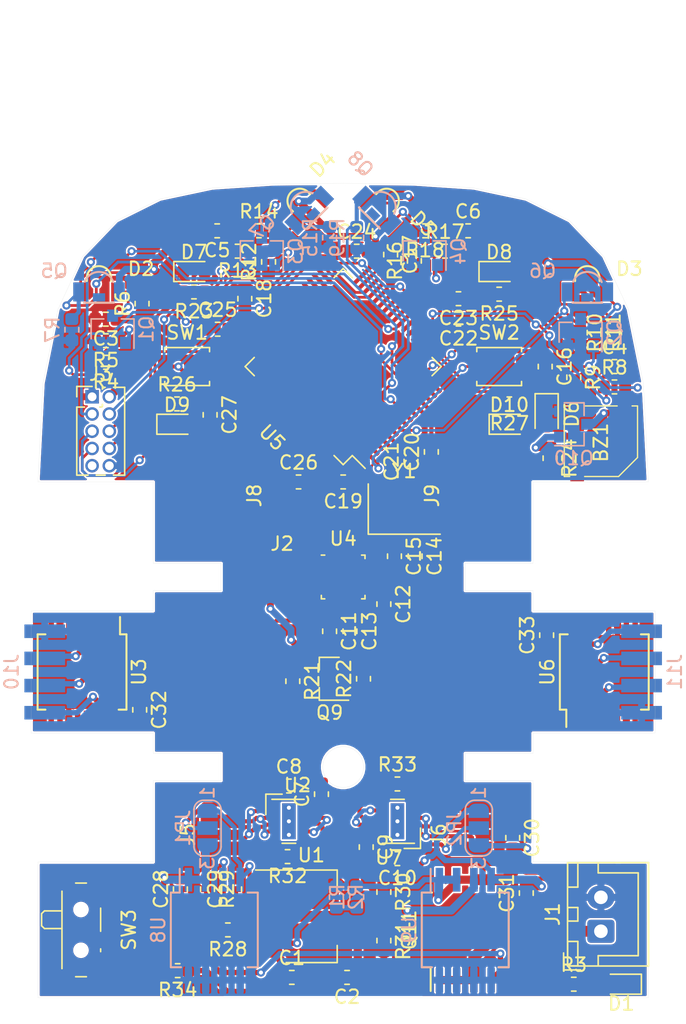
<source format=kicad_pcb>
(kicad_pcb (version 20171130) (host pcbnew "(5.1.5)-3")
  (layers (0 F.Cu signal) (31 B.Cu signal) (34 B.Paste user) (35 F.Paste user) (36 B.SilkS user) (37 F.SilkS user) (38 B.Mask user) (39 F.Mask user) (44 Edge.Cuts user))
  (net 0 "")
  (net 1 "Net-(BZ1-Pad2)")
  (net 2 +3V3)
  (net 3 GND)
  (net 4 VBUS)
  (net 5 /V_MOTOR_L)
  (net 6 /V_MOTOR_R)
  (net 7 "Net-(C13-Pad1)")
  (net 8 /OSC_OUT)
  (net 9 /OSC_IN)
  (net 10 /BUTTON_1)
  (net 11 "Net-(C17-Pad2)")
  (net 12 "Net-(C18-Pad2)")
  (net 13 /BUTTON_2)
  (net 14 "Net-(C29-Pad2)")
  (net 15 "Net-(C31-Pad2)")
  (net 16 "Net-(D1-Pad2)")
  (net 17 "Net-(D2-Pad2)")
  (net 18 "Net-(D2-Pad1)")
  (net 19 "Net-(D3-Pad2)")
  (net 20 "Net-(D3-Pad1)")
  (net 21 "Net-(D4-Pad2)")
  (net 22 "Net-(D4-Pad1)")
  (net 23 "Net-(D5-Pad2)")
  (net 24 "Net-(D5-Pad1)")
  (net 25 "Net-(D7-Pad2)")
  (net 26 "Net-(D8-Pad2)")
  (net 27 "Net-(D9-Pad2)")
  (net 28 "Net-(D10-Pad2)")
  (net 29 "Net-(J1-Pad1)")
  (net 30 /FAN_MOTOR_2)
  (net 31 /SWDIO)
  (net 32 /SWCLK)
  (net 33 /SERIAL_RX)
  (net 34 /SERIAL_TX)
  (net 35 /L_MOTOR_B)
  (net 36 /L_MOTOR_A)
  (net 37 /R_MOTOR_B)
  (net 38 /R_MOTOR_A)
  (net 39 /I2C_SCL)
  (net 40 /I2C_SDA)
  (net 41 /L_ENCODER_A)
  (net 42 /L_ENCODER_B)
  (net 43 /R_ENCODER_A)
  (net 44 /R_ENCODER_B)
  (net 45 /L_DTEST1_A)
  (net 46 /L_DTEST2_B)
  (net 47 /R_DTEST1_A)
  (net 48 /R_DTEST2_B)
  (net 49 "Net-(Q1-Pad1)")
  (net 50 "Net-(Q2-Pad1)")
  (net 51 "Net-(Q3-Pad1)")
  (net 52 "Net-(Q4-Pad1)")
  (net 53 /RX_FRONT_L)
  (net 54 /RX_FRONT_R)
  (net 55 /RX_SIDE_L)
  (net 56 /RX_SIDE_R)
  (net 57 "Net-(Q9-Pad1)")
  (net 58 "Net-(Q10-Pad1)")
  (net 59 "Net-(Q11-Pad4)")
  (net 60 /BAT_MEAS)
  (net 61 /TX_FRONT_L)
  (net 62 /TX_FRONT_R)
  (net 63 /TX_SIDE_L)
  (net 64 /TX_SIDE_R)
  (net 65 /SUCTION_PWM)
  (net 66 /LED_1)
  (net 67 /BUZZER)
  (net 68 /LED_2)
  (net 69 /LED_3)
  (net 70 /LED_4)
  (net 71 "Net-(R28-Pad2)")
  (net 72 "Net-(R30-Pad2)")
  (net 73 /L_MOTOR_PWM)
  (net 74 /R_MOTOR_PWM)
  (net 75 "Net-(R34-Pad2)")
  (net 76 /L_MOTOR_DIR)
  (net 77 "Net-(U3-Pad12)")
  (net 78 "Net-(U3-Pad10)")
  (net 79 "Net-(U3-Pad9)")
  (net 80 "Net-(U3-Pad8)")
  (net 81 "Net-(U3-Pad6)")
  (net 82 "Net-(U3-Pad2)")
  (net 83 "Net-(U3-Pad1)")
  (net 84 /IMU_MOSI)
  (net 85 /IMU_SCK)
  (net 86 /IMU_CS)
  (net 87 "Net-(U4-Pad21)")
  (net 88 /IMU_INT)
  (net 89 /IMU_FSYNC)
  (net 90 /IMU_MISO)
  (net 91 "Net-(U4-Pad7)")
  (net 92 "Net-(U5-Pad55)")
  (net 93 "Net-(U5-Pad54)")
  (net 94 "Net-(U5-Pad45)")
  (net 95 "Net-(U5-Pad44)")
  (net 96 "Net-(U5-Pad41)")
  (net 97 /R_MOTOR_DIR)
  (net 98 "Net-(U5-Pad34)")
  (net 99 "Net-(U5-Pad28)")
  (net 100 "Net-(U5-Pad27)")
  (net 101 "Net-(U5-Pad26)")
  (net 102 "Net-(U5-Pad25)")
  (net 103 "Net-(U5-Pad7)")
  (net 104 "Net-(U5-Pad4)")
  (net 105 "Net-(U5-Pad3)")
  (net 106 "Net-(U6-Pad12)")
  (net 107 "Net-(U6-Pad10)")
  (net 108 "Net-(U6-Pad9)")
  (net 109 "Net-(U6-Pad8)")
  (net 110 "Net-(U6-Pad6)")
  (net 111 "Net-(U6-Pad2)")
  (net 112 "Net-(U6-Pad1)")
  (module Ratibroombroom:Pad_SMD_4P_1x3mm (layer B.Cu) (at 167 98 90)
    (fp_text reference J11 (at 0 2.45 -90) (layer B.SilkS) (effects (justify mirror)))
    (fp_text value Conn_01x04_Male)
    (pad 4 smd rect (at 3 0 90) (size 1 3) (layers B.Cu B.Mask) (net 2 +3V3))
    (pad 3 smd rect (at 1 0 90) (size 1 3) (layers B.Cu B.Mask) (net 47 /R_DTEST1_A))
    (pad 2 smd rect (at -1 0 90) (size 1 3) (layers B.Cu B.Mask) (net 48 /R_DTEST2_B))
    (pad 1 smd rect (at -3 0 90) (size 1 3) (layers B.Cu B.Mask) (net 3 GND))
  )
  (module Ratibroombroom:Pad_SMD_4P_1x3mm (layer B.Cu) (at 123 98 270)
    (fp_text reference J10 (at 0 2.45 270) (layer B.SilkS) (effects (justify mirror)))
    (fp_text value Conn_01x04_Male)
    (pad 4 smd rect (at 3 0 270) (size 1 3) (layers B.Cu B.Mask) (net 2 +3V3))
    (pad 3 smd rect (at 1 0 270) (size 1 3) (layers B.Cu B.Mask) (net 45 /L_DTEST1_A))
    (pad 2 smd rect (at -1 0 270) (size 1 3) (layers B.Cu B.Mask) (net 46 /L_DTEST2_B))
    (pad 1 smd rect (at -3 0 270) (size 1 3) (layers B.Cu B.Mask) (net 3 GND))
  )
  (module Connector_PinHeader_1.27mm:PinHeader_2x05_P1.27mm_Vertical (layer F.Cu) (at 126.492 77.724)
    (fp_text reference J3 (at 0.635 -1.695) (layer F.SilkS))
    (fp_text value Conn_01x10_Male)
    (pad 10 thru_hole oval (at 1.27 5.08) (size 1 1) (drill 0.65) (layers *.Cu *.Mask) (net 3 GND))
    (pad 9 thru_hole oval (at 0 5.08) (size 1 1) (drill 0.65) (layers *.Cu *.Mask) (net 2 +3V3))
    (pad 8 thru_hole oval (at 1.27 3.81) (size 1 1) (drill 0.65) (layers *.Cu *.Mask) (net 33 /SERIAL_RX))
    (pad 7 thru_hole oval (at 0 3.81) (size 1 1) (drill 0.65) (layers *.Cu *.Mask) (net 34 /SERIAL_TX))
    (pad 6 thru_hole oval (at 1.27 2.54) (size 1 1) (drill 0.65) (layers *.Cu *.Mask) (net 31 /SWDIO))
    (pad 5 thru_hole oval (at 0 2.54) (size 1 1) (drill 0.65) (layers *.Cu *.Mask) (net 32 /SWCLK))
    (pad 4 thru_hole oval (at 1.27 1.27) (size 1 1) (drill 0.65) (layers *.Cu *.Mask) (net 40 /I2C_SDA))
    (pad 3 thru_hole oval (at 0 1.27) (size 1 1) (drill 0.65) (layers *.Cu *.Mask) (net 39 /I2C_SCL))
    (pad 2 thru_hole oval (at 1.27 0) (size 1 1) (drill 0.65) (layers *.Cu *.Mask) (net 2 +3V3))
    (pad 1 thru_hole rect (at 0 0) (size 1 1) (drill 0.65) (layers *.Cu *.Mask) (net 3 GND))
  )
  (module Crystal:Crystal_SMD_5032-4Pin_5.0x3.2mm (layer F.Cu) (at 149.5 86)
    (fp_text reference Y1 (at 0 -2.8) (layer F.SilkS))
    (fp_text value 8MHZ)
    (pad 4 smd rect (at -1.65 -1) (size 1.6 1.3) (layers F.Cu F.Paste F.Mask) (net 3 GND))
    (pad 3 smd rect (at 1.65 -1) (size 1.6 1.3) (layers F.Cu F.Paste F.Mask) (net 8 /OSC_OUT))
    (pad 2 smd rect (at 1.65 1) (size 1.6 1.3) (layers F.Cu F.Paste F.Mask) (net 3 GND))
    (pad 1 smd rect (at -1.65 1) (size 1.6 1.3) (layers F.Cu F.Paste F.Mask) (net 9 /OSC_IN))
  )
  (module Package_SO:SO-8_5.3x6.2mm_P1.27mm (layer B.Cu) (at 154 117 270)
    (fp_text reference U9 (at 0 4.13 270) (layer B.SilkS) (effects (justify mirror)))
    (fp_text value L6932D1.2TR)
    (pad 8 smd rect (at 3.7 1.905 270) (size 1.75 0.55) (layers B.Cu B.Paste B.Mask) (net 3 GND))
    (pad 7 smd rect (at 3.7 0.635 270) (size 1.75 0.55) (layers B.Cu B.Paste B.Mask) (net 3 GND))
    (pad 6 smd rect (at 3.7 -0.635 270) (size 1.75 0.55) (layers B.Cu B.Paste B.Mask) (net 3 GND))
    (pad 5 smd rect (at 3.7 -1.905 270) (size 1.75 0.55) (layers B.Cu B.Paste B.Mask) (net 3 GND))
    (pad 4 smd rect (at -3.7 -1.905 270) (size 1.75 0.55) (layers B.Cu B.Paste B.Mask) (net 15 "Net-(C31-Pad2)"))
    (pad 3 smd rect (at -3.7 -0.635 270) (size 1.75 0.55) (layers B.Cu B.Paste B.Mask) (net 72 "Net-(R30-Pad2)"))
    (pad 2 smd rect (at -3.7 0.635 270) (size 1.75 0.55) (layers B.Cu B.Paste B.Mask) (net 4 VBUS))
    (pad 1 smd rect (at -3.7 1.905 270) (size 1.75 0.55) (layers B.Cu B.Paste B.Mask) (net 4 VBUS))
  )
  (module Package_SO:SO-8_5.3x6.2mm_P1.27mm (layer B.Cu) (at 135.5 117 270)
    (fp_text reference U8 (at 0 4.13 90) (layer B.SilkS) (effects (justify mirror)))
    (fp_text value L6932D1.2TR)
    (pad 8 smd rect (at 3.7 1.905 270) (size 1.75 0.55) (layers B.Cu B.Paste B.Mask) (net 3 GND))
    (pad 7 smd rect (at 3.7 0.635 270) (size 1.75 0.55) (layers B.Cu B.Paste B.Mask) (net 3 GND))
    (pad 6 smd rect (at 3.7 -0.635 270) (size 1.75 0.55) (layers B.Cu B.Paste B.Mask) (net 3 GND))
    (pad 5 smd rect (at 3.7 -1.905 270) (size 1.75 0.55) (layers B.Cu B.Paste B.Mask) (net 3 GND))
    (pad 4 smd rect (at -3.7 -1.905 270) (size 1.75 0.55) (layers B.Cu B.Paste B.Mask) (net 14 "Net-(C29-Pad2)"))
    (pad 3 smd rect (at -3.7 -0.635 270) (size 1.75 0.55) (layers B.Cu B.Paste B.Mask) (net 71 "Net-(R28-Pad2)"))
    (pad 2 smd rect (at -3.7 0.635 270) (size 1.75 0.55) (layers B.Cu B.Paste B.Mask) (net 4 VBUS))
    (pad 1 smd rect (at -3.7 1.905 270) (size 1.75 0.55) (layers B.Cu B.Paste B.Mask) (net 4 VBUS))
  )
  (module Package_SON:WSON-12-1EP_3x2mm_P0.5mm_EP1x2.65_ThermalVias (layer F.Cu) (at 149 109 180)
    (fp_text reference U7 (at 0.635 -2.667) (layer F.SilkS))
    (fp_text value DRV8835)
    (pad 13 smd rect (at 0 0 180) (size 1 2.65) (layers F.Cu F.Mask))
    (pad 13 smd rect (at 0 0 180) (size 1 2.65) (layers B.Cu))
    (pad 13 thru_hole circle (at 0 1 180) (size 0.6 0.6) (drill 0.3) (layers *.Cu))
    (pad 13 thru_hole circle (at 0 -1 270) (size 0.6 0.6) (drill 0.3) (layers *.Cu))
    (pad 13 thru_hole circle (at 0 0 180) (size 0.6 0.6) (drill 0.3) (layers *.Cu))
    (pad 12 smd rect (at 0.95 -1.25 180) (size 0.5 0.25) (layers F.Cu F.Paste F.Mask) (net 2 +3V3))
    (pad 11 smd rect (at 0.95 -0.75 180) (size 0.5 0.25) (layers F.Cu F.Paste F.Mask) (net 2 +3V3))
    (pad 10 smd rect (at 0.95 -0.25 180) (size 0.5 0.25) (layers F.Cu F.Paste F.Mask) (net 97 /R_MOTOR_DIR))
    (pad 9 smd rect (at 0.95 0.25 180) (size 0.5 0.25) (layers F.Cu F.Paste F.Mask) (net 74 /R_MOTOR_PWM))
    (pad 8 smd rect (at 0.95 0.75 180) (size 0.5 0.25) (layers F.Cu F.Paste F.Mask) (net 97 /R_MOTOR_DIR))
    (pad 7 smd rect (at 0.95 1.25 180) (size 0.5 0.25) (layers F.Cu F.Paste F.Mask) (net 74 /R_MOTOR_PWM))
    (pad 6 smd rect (at -0.95 1.25 180) (size 0.5 0.25) (layers F.Cu F.Paste F.Mask) (net 3 GND))
    (pad 5 smd rect (at -0.95 0.75 180) (size 0.5 0.25) (layers F.Cu F.Paste F.Mask) (net 37 /R_MOTOR_B))
    (pad 4 smd rect (at -0.95 0.25 180) (size 0.5 0.25) (layers F.Cu F.Paste F.Mask) (net 38 /R_MOTOR_A))
    (pad 3 smd rect (at -0.95 -0.25 180) (size 0.5 0.25) (layers F.Cu F.Paste F.Mask) (net 37 /R_MOTOR_B))
    (pad 2 smd rect (at -0.95 -0.75 180) (size 0.5 0.25) (layers F.Cu F.Paste F.Mask) (net 38 /R_MOTOR_A))
    (pad 1 smd rect (at -0.95 -1.25 180) (size 0.5 0.25) (layers F.Cu F.Paste F.Mask) (net 6 /V_MOTOR_R))
  )
  (module Package_SO:SSOP-16_5.3x6.2mm_P0.65mm (layer F.Cu) (at 164.25 98 90)
    (fp_text reference U6 (at 0 -4.2 90) (layer F.SilkS))
    (fp_text value AS5145B-HSST)
    (pad 16 smd rect (at 3.45 -2.275 90) (size 1.2 0.4) (layers F.Cu F.Paste F.Mask) (net 2 +3V3))
    (pad 15 smd rect (at 3.45 -1.625 90) (size 1.2 0.4) (layers F.Cu F.Paste F.Mask) (net 2 +3V3))
    (pad 14 smd rect (at 3.45 -0.975 90) (size 1.2 0.4) (layers F.Cu F.Paste F.Mask))
    (pad 13 smd rect (at 3.45 -0.325 90) (size 1.2 0.4) (layers F.Cu F.Paste F.Mask))
    (pad 12 smd rect (at 3.45 0.325 90) (size 1.2 0.4) (layers F.Cu F.Paste F.Mask) (net 106 "Net-(U6-Pad12)"))
    (pad 11 smd rect (at 3.45 0.975 90) (size 1.2 0.4) (layers F.Cu F.Paste F.Mask) (net 3 GND))
    (pad 10 smd rect (at 3.45 1.625 90) (size 1.2 0.4) (layers F.Cu F.Paste F.Mask) (net 107 "Net-(U6-Pad10)"))
    (pad 9 smd rect (at 3.45 2.275 90) (size 1.2 0.4) (layers F.Cu F.Paste F.Mask) (net 108 "Net-(U6-Pad9)"))
    (pad 8 smd rect (at -3.45 2.275 90) (size 1.2 0.4) (layers F.Cu F.Paste F.Mask) (net 109 "Net-(U6-Pad8)"))
    (pad 7 smd rect (at -3.45 1.625 90) (size 1.2 0.4) (layers F.Cu F.Paste F.Mask) (net 3 GND))
    (pad 6 smd rect (at -3.45 0.975 90) (size 1.2 0.4) (layers F.Cu F.Paste F.Mask) (net 110 "Net-(U6-Pad6)"))
    (pad 5 smd rect (at -3.45 0.325 90) (size 1.2 0.4) (layers F.Cu F.Paste F.Mask))
    (pad 4 smd rect (at -3.45 -0.325 90) (size 1.2 0.4) (layers F.Cu F.Paste F.Mask) (net 48 /R_DTEST2_B))
    (pad 3 smd rect (at -3.45 -0.975 90) (size 1.2 0.4) (layers F.Cu F.Paste F.Mask) (net 47 /R_DTEST1_A))
    (pad 2 smd rect (at -3.45 -1.625 90) (size 1.2 0.4) (layers F.Cu F.Paste F.Mask) (net 111 "Net-(U6-Pad2)"))
    (pad 1 smd rect (at -3.45 -2.275 90) (size 1.2 0.4) (layers F.Cu F.Paste F.Mask) (net 112 "Net-(U6-Pad1)"))
  )
  (module Package_QFP:LQFP-64_10x10mm_P0.5mm (layer F.Cu) (at 145 75.5 135)
    (fp_text reference U5 (at 0 -7.4 135) (layer F.SilkS))
    (fp_text value STM32F405RGTx)
    (pad 64 smd roundrect (at -3.749999 -5.675 135) (size 0.3 1.55) (layers F.Cu F.Paste F.Mask) (net 2 +3V3))
    (pad 63 smd roundrect (at -3.25 -5.675 135) (size 0.3 1.55) (layers F.Cu F.Paste F.Mask) (net 3 GND))
    (pad 62 smd roundrect (at -2.75 -5.675 135) (size 0.3 1.55) (layers F.Cu F.Paste F.Mask) (net 67 /BUZZER))
    (pad 61 smd roundrect (at -2.25 -5.675 135) (size 0.3 1.55) (layers F.Cu F.Paste F.Mask) (net 65 /SUCTION_PWM))
    (pad 60 smd roundrect (at -1.75 -5.675 135) (size 0.3 1.55) (layers F.Cu F.Paste F.Mask) (net 3 GND))
    (pad 59 smd roundrect (at -1.249999 -5.675 135) (size 0.3 1.55) (layers F.Cu F.Paste F.Mask) (net 43 /R_ENCODER_A))
    (pad 58 smd roundrect (at -0.75 -5.675 135) (size 0.3 1.55) (layers F.Cu F.Paste F.Mask) (net 44 /R_ENCODER_B))
    (pad 57 smd roundrect (at -0.25 -5.675 135) (size 0.3 1.55) (layers F.Cu F.Paste F.Mask) (net 42 /L_ENCODER_B))
    (pad 56 smd roundrect (at 0.25 -5.675 135) (size 0.3 1.55) (layers F.Cu F.Paste F.Mask) (net 41 /L_ENCODER_A))
    (pad 55 smd roundrect (at 0.75 -5.675 135) (size 0.3 1.55) (layers F.Cu F.Paste F.Mask) (net 92 "Net-(U5-Pad55)"))
    (pad 54 smd roundrect (at 1.249999 -5.675 135) (size 0.3 1.55) (layers F.Cu F.Paste F.Mask) (net 93 "Net-(U5-Pad54)"))
    (pad 53 smd roundrect (at 1.75 -5.675 135) (size 0.3 1.55) (layers F.Cu F.Paste F.Mask) (net 84 /IMU_MOSI))
    (pad 52 smd roundrect (at 2.25 -5.675 135) (size 0.3 1.55) (layers F.Cu F.Paste F.Mask) (net 90 /IMU_MISO))
    (pad 51 smd roundrect (at 2.75 -5.675 135) (size 0.3 1.55) (layers F.Cu F.Paste F.Mask) (net 85 /IMU_SCK))
    (pad 50 smd roundrect (at 3.25 -5.675 135) (size 0.3 1.55) (layers F.Cu F.Paste F.Mask) (net 86 /IMU_CS))
    (pad 49 smd roundrect (at 3.749999 -5.675 135) (size 0.3 1.55) (layers F.Cu F.Paste F.Mask) (net 32 /SWCLK))
    (pad 48 smd roundrect (at 5.675 -3.749999 135) (size 1.55 0.3) (layers F.Cu F.Paste F.Mask) (net 2 +3V3))
    (pad 47 smd roundrect (at 5.675 -3.25 135) (size 1.55 0.3) (layers F.Cu F.Paste F.Mask) (net 12 "Net-(C18-Pad2)"))
    (pad 46 smd roundrect (at 5.675 -2.75 135) (size 1.55 0.3) (layers F.Cu F.Paste F.Mask) (net 31 /SWDIO))
    (pad 45 smd roundrect (at 5.675 -2.25 135) (size 1.55 0.3) (layers F.Cu F.Paste F.Mask) (net 94 "Net-(U5-Pad45)"))
    (pad 44 smd roundrect (at 5.675 -1.75 135) (size 1.55 0.3) (layers F.Cu F.Paste F.Mask) (net 95 "Net-(U5-Pad44)"))
    (pad 43 smd roundrect (at 5.675 -1.249999 135) (size 1.55 0.3) (layers F.Cu F.Paste F.Mask) (net 33 /SERIAL_RX))
    (pad 42 smd roundrect (at 5.675 -0.75 135) (size 1.55 0.3) (layers F.Cu F.Paste F.Mask) (net 34 /SERIAL_TX))
    (pad 41 smd roundrect (at 5.675 -0.25 135) (size 1.55 0.3) (layers F.Cu F.Paste F.Mask) (net 96 "Net-(U5-Pad41)"))
    (pad 40 smd roundrect (at 5.675 0.25 135) (size 1.55 0.3) (layers F.Cu F.Paste F.Mask) (net 73 /L_MOTOR_PWM))
    (pad 39 smd roundrect (at 5.675 0.75 135) (size 1.55 0.3) (layers F.Cu F.Paste F.Mask) (net 76 /L_MOTOR_DIR))
    (pad 38 smd roundrect (at 5.675 1.249999 135) (size 1.55 0.3) (layers F.Cu F.Paste F.Mask) (net 74 /R_MOTOR_PWM))
    (pad 37 smd roundrect (at 5.675 1.75 135) (size 1.55 0.3) (layers F.Cu F.Paste F.Mask) (net 97 /R_MOTOR_DIR))
    (pad 36 smd roundrect (at 5.675 2.25 135) (size 1.55 0.3) (layers F.Cu F.Paste F.Mask) (net 88 /IMU_INT))
    (pad 35 smd roundrect (at 5.675 2.75 135) (size 1.55 0.3) (layers F.Cu F.Paste F.Mask) (net 89 /IMU_FSYNC))
    (pad 34 smd roundrect (at 5.675 3.25 135) (size 1.55 0.3) (layers F.Cu F.Paste F.Mask) (net 98 "Net-(U5-Pad34)"))
    (pad 33 smd roundrect (at 5.675 3.749999 135) (size 1.55 0.3) (layers F.Cu F.Paste F.Mask) (net 13 /BUTTON_2))
    (pad 32 smd roundrect (at 3.749999 5.675 135) (size 0.3 1.55) (layers F.Cu F.Paste F.Mask) (net 2 +3V3))
    (pad 31 smd roundrect (at 3.25 5.675 135) (size 0.3 1.55) (layers F.Cu F.Paste F.Mask) (net 11 "Net-(C17-Pad2)"))
    (pad 30 smd roundrect (at 2.75 5.675 135) (size 0.3 1.55) (layers F.Cu F.Paste F.Mask) (net 40 /I2C_SDA))
    (pad 29 smd roundrect (at 2.25 5.675 135) (size 0.3 1.55) (layers F.Cu F.Paste F.Mask) (net 39 /I2C_SCL))
    (pad 28 smd roundrect (at 1.75 5.675 135) (size 0.3 1.55) (layers F.Cu F.Paste F.Mask) (net 99 "Net-(U5-Pad28)"))
    (pad 27 smd roundrect (at 1.249999 5.675 135) (size 0.3 1.55) (layers F.Cu F.Paste F.Mask) (net 100 "Net-(U5-Pad27)"))
    (pad 26 smd roundrect (at 0.75 5.675 135) (size 0.3 1.55) (layers F.Cu F.Paste F.Mask) (net 101 "Net-(U5-Pad26)"))
    (pad 25 smd roundrect (at 0.25 5.675 135) (size 0.3 1.55) (layers F.Cu F.Paste F.Mask) (net 102 "Net-(U5-Pad25)"))
    (pad 24 smd roundrect (at -0.25 5.675 135) (size 0.3 1.55) (layers F.Cu F.Paste F.Mask) (net 60 /BAT_MEAS))
    (pad 23 smd roundrect (at -0.75 5.675 135) (size 0.3 1.55) (layers F.Cu F.Paste F.Mask) (net 61 /TX_FRONT_L))
    (pad 22 smd roundrect (at -1.249999 5.675 135) (size 0.3 1.55) (layers F.Cu F.Paste F.Mask) (net 63 /TX_SIDE_L))
    (pad 21 smd roundrect (at -1.75 5.675 135) (size 0.3 1.55) (layers F.Cu F.Paste F.Mask) (net 64 /TX_SIDE_R))
    (pad 20 smd roundrect (at -2.25 5.675 135) (size 0.3 1.55) (layers F.Cu F.Paste F.Mask) (net 62 /TX_FRONT_R))
    (pad 19 smd roundrect (at -2.75 5.675 135) (size 0.3 1.55) (layers F.Cu F.Paste F.Mask) (net 2 +3V3))
    (pad 18 smd roundrect (at -3.25 5.675 135) (size 0.3 1.55) (layers F.Cu F.Paste F.Mask) (net 3 GND))
    (pad 17 smd roundrect (at -3.749999 5.675 135) (size 0.3 1.55) (layers F.Cu F.Paste F.Mask) (net 70 /LED_4))
    (pad 16 smd roundrect (at -5.675 3.749999 135) (size 1.55 0.3) (layers F.Cu F.Paste F.Mask) (net 69 /LED_3))
    (pad 15 smd roundrect (at -5.675 3.25 135) (size 1.55 0.3) (layers F.Cu F.Paste F.Mask) (net 68 /LED_2))
    (pad 14 smd roundrect (at -5.675 2.75 135) (size 1.55 0.3) (layers F.Cu F.Paste F.Mask) (net 66 /LED_1))
    (pad 13 smd roundrect (at -5.675 2.25 135) (size 1.55 0.3) (layers F.Cu F.Paste F.Mask) (net 2 +3V3))
    (pad 12 smd roundrect (at -5.675 1.75 135) (size 1.55 0.3) (layers F.Cu F.Paste F.Mask) (net 3 GND))
    (pad 11 smd roundrect (at -5.675 1.249999 135) (size 1.55 0.3) (layers F.Cu F.Paste F.Mask) (net 53 /RX_FRONT_L))
    (pad 10 smd roundrect (at -5.675 0.75 135) (size 1.55 0.3) (layers F.Cu F.Paste F.Mask) (net 55 /RX_SIDE_L))
    (pad 9 smd roundrect (at -5.675 0.25 135) (size 1.55 0.3) (layers F.Cu F.Paste F.Mask) (net 56 /RX_SIDE_R))
    (pad 8 smd roundrect (at -5.675 -0.25 135) (size 1.55 0.3) (layers F.Cu F.Paste F.Mask) (net 54 /RX_FRONT_R))
    (pad 7 smd roundrect (at -5.675 -0.75 135) (size 1.55 0.3) (layers F.Cu F.Paste F.Mask) (net 103 "Net-(U5-Pad7)"))
    (pad 6 smd roundrect (at -5.675 -1.249999 135) (size 1.55 0.3) (layers F.Cu F.Paste F.Mask) (net 8 /OSC_OUT))
    (pad 5 smd roundrect (at -5.675 -1.75 135) (size 1.55 0.3) (layers F.Cu F.Paste F.Mask) (net 9 /OSC_IN))
    (pad 4 smd roundrect (at -5.675 -2.25 135) (size 1.55 0.3) (layers F.Cu F.Paste F.Mask) (net 104 "Net-(U5-Pad4)"))
    (pad 3 smd roundrect (at -5.675 -2.75 135) (size 1.55 0.3) (layers F.Cu F.Paste F.Mask) (net 105 "Net-(U5-Pad3)"))
    (pad 2 smd roundrect (at -5.675 -3.25 135) (size 1.55 0.3) (layers F.Cu F.Paste F.Mask) (net 10 /BUTTON_1))
    (pad 1 smd roundrect (at -5.675 -3.749999 135) (size 1.55 0.3) (layers F.Cu F.Paste F.Mask) (net 2 +3V3))
  )
  (module Package_DFN_QFN:QFN-24-1EP_3x3mm_P0.4mm_EP1.75x1.6mm (layer F.Cu) (at 145 91)
    (fp_text reference U4 (at 0 -2.82) (layer F.SilkS))
    (fp_text value MPU-9250)
    (pad 24 smd custom (at -1 -1.5) (size 0.115147 0.115147) (layers F.Cu F.Paste F.Mask) (net 84 /IMU_MOSI) (options (clearance outline) (anchor circle)) (primitives (gr_poly (pts (xy -0.06 -0.335) (xy 0.06 -0.335) (xy 0.06 0.335) (xy 0.036569 0.335) (xy -0.06 0.238431)) (width 0.08))))
    (pad 23 smd roundrect (at -0.6 -1.5) (size 0.2 0.75) (layers F.Cu F.Paste F.Mask) (net 85 /IMU_SCK))
    (pad 22 smd roundrect (at -0.2 -1.5) (size 0.2 0.75) (layers F.Cu F.Paste F.Mask) (net 86 /IMU_CS))
    (pad 21 smd roundrect (at 0.2 -1.5) (size 0.2 0.75) (layers F.Cu F.Paste F.Mask) (net 87 "Net-(U4-Pad21)"))
    (pad 20 smd roundrect (at 0.6 -1.5) (size 0.2 0.75) (layers F.Cu F.Paste F.Mask) (net 3 GND))
    (pad 19 smd custom (at 1 -1.5) (size 0.115147 0.115147) (layers F.Cu F.Paste F.Mask) (options (clearance outline) (anchor circle)) (primitives (gr_poly (pts (xy -0.06 -0.335) (xy 0.06 -0.335) (xy 0.06 0.238431) (xy -0.036569 0.335) (xy -0.06 0.335)) (width 0.08))))
    (pad 18 smd custom (at 1.5 -1) (size 0.115147 0.115147) (layers F.Cu F.Paste F.Mask) (net 3 GND) (options (clearance outline) (anchor circle)) (primitives (gr_poly (pts (xy -0.335 0.036569) (xy -0.238431 -0.06) (xy 0.335 -0.06) (xy 0.335 0.06) (xy -0.335 0.06)) (width 0.08))))
    (pad 17 smd roundrect (at 1.5 -0.6) (size 0.75 0.2) (layers F.Cu F.Paste F.Mask))
    (pad 16 smd roundrect (at 1.5 -0.2) (size 0.75 0.2) (layers F.Cu F.Paste F.Mask))
    (pad 15 smd roundrect (at 1.5 0.2) (size 0.75 0.2) (layers F.Cu F.Paste F.Mask))
    (pad 14 smd roundrect (at 1.5 0.6) (size 0.75 0.2) (layers F.Cu F.Paste F.Mask))
    (pad 13 smd custom (at 1.5 1) (size 0.115147 0.115147) (layers F.Cu F.Paste F.Mask) (net 2 +3V3) (options (clearance outline) (anchor circle)) (primitives (gr_poly (pts (xy -0.335 -0.06) (xy 0.335 -0.06) (xy 0.335 0.06) (xy -0.238431 0.06) (xy -0.335 -0.036569)) (width 0.08))))
    (pad 12 smd custom (at 1 1.5) (size 0.115147 0.115147) (layers F.Cu F.Paste F.Mask) (net 88 /IMU_INT) (options (clearance outline) (anchor circle)) (primitives (gr_poly (pts (xy -0.06 -0.335) (xy -0.036569 -0.335) (xy 0.06 -0.238431) (xy 0.06 0.335) (xy -0.06 0.335)) (width 0.08))))
    (pad 11 smd roundrect (at 0.6 1.5) (size 0.2 0.75) (layers F.Cu F.Paste F.Mask) (net 89 /IMU_FSYNC))
    (pad 10 smd roundrect (at 0.2 1.5) (size 0.2 0.75) (layers F.Cu F.Paste F.Mask) (net 7 "Net-(C13-Pad1)"))
    (pad 9 smd roundrect (at -0.2 1.5) (size 0.2 0.75) (layers F.Cu F.Paste F.Mask) (net 90 /IMU_MISO))
    (pad 8 smd roundrect (at -0.6 1.5) (size 0.2 0.75) (layers F.Cu F.Paste F.Mask) (net 2 +3V3))
    (pad 7 smd custom (at -1 1.5) (size 0.115147 0.115147) (layers F.Cu F.Paste F.Mask) (net 91 "Net-(U4-Pad7)") (options (clearance outline) (anchor circle)) (primitives (gr_poly (pts (xy -0.06 -0.238431) (xy 0.036569 -0.335) (xy 0.06 -0.335) (xy 0.06 0.335) (xy -0.06 0.335)) (width 0.08))))
    (pad 6 smd custom (at -1.5 1) (size 0.115147 0.115147) (layers F.Cu F.Paste F.Mask) (options (clearance outline) (anchor circle)) (primitives (gr_poly (pts (xy -0.335 -0.06) (xy 0.335 -0.06) (xy 0.335 -0.036569) (xy 0.238431 0.06) (xy -0.335 0.06)) (width 0.08))))
    (pad 5 smd roundrect (at -1.5 0.6) (size 0.75 0.2) (layers F.Cu F.Paste F.Mask))
    (pad 4 smd roundrect (at -1.5 0.2) (size 0.75 0.2) (layers F.Cu F.Paste F.Mask))
    (pad 3 smd roundrect (at -1.5 -0.2) (size 0.75 0.2) (layers F.Cu F.Paste F.Mask))
    (pad 2 smd roundrect (at -1.5 -0.6) (size 0.75 0.2) (layers F.Cu F.Paste F.Mask))
    (pad 1 smd custom (at -1.5 -1) (size 0.115147 0.115147) (layers F.Cu F.Paste F.Mask) (net 2 +3V3) (options (clearance outline) (anchor circle)) (primitives (gr_poly (pts (xy -0.335 -0.06) (xy 0.238431 -0.06) (xy 0.335 0.036569) (xy 0.335 0.06) (xy -0.335 0.06)) (width 0.08))))
    (pad 25 smd roundrect (at 0 0) (size 1.75 1.6) (layers F.Cu F.Mask) (roundrect_rratio 0.15625))
  )
  (module Package_SO:SSOP-16_5.3x6.2mm_P0.65mm (layer F.Cu) (at 125.75 98 270)
    (fp_text reference U3 (at 0 -4.2 90) (layer F.SilkS))
    (fp_text value AS5145B-HSST)
    (pad 16 smd rect (at 3.45 -2.275 270) (size 1.2 0.4) (layers F.Cu F.Paste F.Mask) (net 2 +3V3))
    (pad 15 smd rect (at 3.45 -1.625 270) (size 1.2 0.4) (layers F.Cu F.Paste F.Mask) (net 2 +3V3))
    (pad 14 smd rect (at 3.45 -0.975 270) (size 1.2 0.4) (layers F.Cu F.Paste F.Mask))
    (pad 13 smd rect (at 3.45 -0.325 270) (size 1.2 0.4) (layers F.Cu F.Paste F.Mask))
    (pad 12 smd rect (at 3.45 0.325 270) (size 1.2 0.4) (layers F.Cu F.Paste F.Mask) (net 77 "Net-(U3-Pad12)"))
    (pad 11 smd rect (at 3.45 0.975 270) (size 1.2 0.4) (layers F.Cu F.Paste F.Mask) (net 3 GND))
    (pad 10 smd rect (at 3.45 1.625 270) (size 1.2 0.4) (layers F.Cu F.Paste F.Mask) (net 78 "Net-(U3-Pad10)"))
    (pad 9 smd rect (at 3.45 2.275 270) (size 1.2 0.4) (layers F.Cu F.Paste F.Mask) (net 79 "Net-(U3-Pad9)"))
    (pad 8 smd rect (at -3.45 2.275 270) (size 1.2 0.4) (layers F.Cu F.Paste F.Mask) (net 80 "Net-(U3-Pad8)"))
    (pad 7 smd rect (at -3.45 1.625 270) (size 1.2 0.4) (layers F.Cu F.Paste F.Mask) (net 3 GND))
    (pad 6 smd rect (at -3.45 0.975 270) (size 1.2 0.4) (layers F.Cu F.Paste F.Mask) (net 81 "Net-(U3-Pad6)"))
    (pad 5 smd rect (at -3.45 0.325 270) (size 1.2 0.4) (layers F.Cu F.Paste F.Mask))
    (pad 4 smd rect (at -3.45 -0.325 270) (size 1.2 0.4) (layers F.Cu F.Paste F.Mask) (net 46 /L_DTEST2_B))
    (pad 3 smd rect (at -3.45 -0.975 270) (size 1.2 0.4) (layers F.Cu F.Paste F.Mask) (net 45 /L_DTEST1_A))
    (pad 2 smd rect (at -3.45 -1.625 270) (size 1.2 0.4) (layers F.Cu F.Paste F.Mask) (net 82 "Net-(U3-Pad2)"))
    (pad 1 smd rect (at -3.45 -2.275 270) (size 1.2 0.4) (layers F.Cu F.Paste F.Mask) (net 83 "Net-(U3-Pad1)"))
  )
  (module Package_SON:WSON-12-1EP_3x2mm_P0.5mm_EP1x2.65_ThermalVias (layer F.Cu) (at 141 109)
    (fp_text reference U2 (at 0.635 -2.667) (layer F.SilkS))
    (fp_text value DRV8835)
    (pad 13 smd rect (at 0 0) (size 1 2.65) (layers F.Cu F.Mask))
    (pad 13 smd rect (at 0 0) (size 1 2.65) (layers B.Cu))
    (pad 13 thru_hole circle (at 0 1) (size 0.6 0.6) (drill 0.3) (layers *.Cu))
    (pad 13 thru_hole circle (at 0 -1 90) (size 0.6 0.6) (drill 0.3) (layers *.Cu))
    (pad 13 thru_hole circle (at 0 0) (size 0.6 0.6) (drill 0.3) (layers *.Cu))
    (pad 12 smd rect (at 0.95 -1.25) (size 0.5 0.25) (layers F.Cu F.Paste F.Mask) (net 2 +3V3))
    (pad 11 smd rect (at 0.95 -0.75) (size 0.5 0.25) (layers F.Cu F.Paste F.Mask) (net 2 +3V3))
    (pad 10 smd rect (at 0.95 -0.25) (size 0.5 0.25) (layers F.Cu F.Paste F.Mask) (net 76 /L_MOTOR_DIR))
    (pad 9 smd rect (at 0.95 0.25) (size 0.5 0.25) (layers F.Cu F.Paste F.Mask) (net 73 /L_MOTOR_PWM))
    (pad 8 smd rect (at 0.95 0.75) (size 0.5 0.25) (layers F.Cu F.Paste F.Mask) (net 76 /L_MOTOR_DIR))
    (pad 7 smd rect (at 0.95 1.25) (size 0.5 0.25) (layers F.Cu F.Paste F.Mask) (net 73 /L_MOTOR_PWM))
    (pad 6 smd rect (at -0.95 1.25) (size 0.5 0.25) (layers F.Cu F.Paste F.Mask) (net 3 GND))
    (pad 5 smd rect (at -0.95 0.75) (size 0.5 0.25) (layers F.Cu F.Paste F.Mask) (net 35 /L_MOTOR_B))
    (pad 4 smd rect (at -0.95 0.25) (size 0.5 0.25) (layers F.Cu F.Paste F.Mask) (net 36 /L_MOTOR_A))
    (pad 3 smd rect (at -0.95 -0.25) (size 0.5 0.25) (layers F.Cu F.Paste F.Mask) (net 35 /L_MOTOR_B))
    (pad 2 smd rect (at -0.95 -0.75) (size 0.5 0.25) (layers F.Cu F.Paste F.Mask) (net 36 /L_MOTOR_A))
    (pad 1 smd rect (at -0.95 -1.25) (size 0.5 0.25) (layers F.Cu F.Paste F.Mask) (net 5 /V_MOTOR_L))
  )
  (module Package_TO_SOT_SMD:SOT-223-3_TabPin2 (layer F.Cu) (at 142.65 116)
    (fp_text reference U1 (at 0 -4.5) (layer F.SilkS))
    (fp_text value AZ1117-3.3)
    (pad 1 smd rect (at -3.15 -2.3) (size 2 1.5) (layers F.Cu F.Paste F.Mask) (net 3 GND))
    (pad 3 smd rect (at -3.15 2.3) (size 2 1.5) (layers F.Cu F.Paste F.Mask) (net 4 VBUS))
    (pad 2 smd rect (at -3.15 0) (size 2 1.5) (layers F.Cu F.Paste F.Mask) (net 2 +3V3))
    (pad 2 smd rect (at 3.15 0) (size 2 3.8) (layers F.Cu F.Paste F.Mask) (net 2 +3V3))
  )
  (module Button_Switch_SMD:SW_SPDT_PCM12 (layer F.Cu) (at 126 117 270)
    (fp_text reference SW3 (at 0 -3.2 90) (layer F.SilkS))
    (fp_text value PCM12)
    (pad "" smd rect (at -3.65 -0.78 270) (size 1 0.8) (layers F.Cu F.Paste F.Mask))
    (pad "" smd rect (at 3.65 -0.78 270) (size 1 0.8) (layers F.Cu F.Paste F.Mask))
    (pad "" smd rect (at 3.65 1.43 270) (size 1 0.8) (layers F.Cu F.Paste F.Mask))
    (pad "" smd rect (at -3.65 1.43 270) (size 1 0.8) (layers F.Cu F.Paste F.Mask))
    (pad 3 smd rect (at 2.25 -1.43 270) (size 0.7 1.5) (layers F.Cu F.Paste F.Mask) (net 75 "Net-(R34-Pad2)"))
    (pad 2 smd rect (at 0.75 -1.43 270) (size 0.7 1.5) (layers F.Cu F.Paste F.Mask) (net 59 "Net-(Q11-Pad4)"))
    (pad 1 smd rect (at -2.25 -1.43 270) (size 0.7 1.5) (layers F.Cu F.Paste F.Mask) (net 3 GND))
    (pad "" np_thru_hole circle (at 1.5 0.33 270) (size 0.9 0.9) (drill 0.9) (layers *.Cu *.Mask))
    (pad "" np_thru_hole circle (at -1.5 0.33 270) (size 0.9 0.9) (drill 0.9) (layers *.Cu *.Mask))
  )
  (module Button_Switch_SMD:SW_SPST_B3U-1000P (layer F.Cu) (at 156.5 75.5)
    (fp_text reference SW2 (at 0 -2.5) (layer F.SilkS))
    (fp_text value B3U)
    (pad 2 smd rect (at 1.7 0) (size 0.9 1.7) (layers F.Cu F.Paste F.Mask) (net 3 GND))
    (pad 1 smd rect (at -1.7 0) (size 0.9 1.7) (layers F.Cu F.Paste F.Mask) (net 10 /BUTTON_1))
  )
  (module Button_Switch_SMD:SW_SPST_B3U-1000P (layer F.Cu) (at 133.5 75.5)
    (fp_text reference SW1 (at 0 -2.5) (layer F.SilkS))
    (fp_text value B3U)
    (pad 2 smd rect (at 1.7 0) (size 0.9 1.7) (layers F.Cu F.Paste F.Mask) (net 3 GND))
    (pad 1 smd rect (at -1.7 0) (size 0.9 1.7) (layers F.Cu F.Paste F.Mask) (net 13 /BUTTON_2))
  )
  (module Resistor_SMD:R_0603_1608Metric (layer F.Cu) (at 132.8 120 180)
    (fp_text reference R34 (at 0 -1.43 180) (layer F.SilkS))
    (fp_text value 10k)
    (pad 2 smd roundrect (at 0.7875 0 180) (size 0.875 0.95) (layers F.Cu F.Paste F.Mask) (net 75 "Net-(R34-Pad2)"))
    (pad 1 smd roundrect (at -0.7875 0 180) (size 0.875 0.95) (layers F.Cu F.Paste F.Mask) (net 29 "Net-(J1-Pad1)"))
  )
  (module Resistor_SMD:R_0603_1608Metric (layer F.Cu) (at 149 106.25)
    (fp_text reference R33 (at 0 -1.43) (layer F.SilkS))
    (fp_text value 10k)
    (pad 2 smd roundrect (at 0.7875 0) (size 0.875 0.95) (layers F.Cu F.Paste F.Mask) (net 3 GND))
    (pad 1 smd roundrect (at -0.7875 0) (size 0.875 0.95) (layers F.Cu F.Paste F.Mask) (net 74 /R_MOTOR_PWM))
  )
  (module Resistor_SMD:R_0603_1608Metric (layer F.Cu) (at 140.9 111.6 180)
    (fp_text reference R32 (at 0 -1.43) (layer F.SilkS))
    (fp_text value 10k)
    (pad 2 smd roundrect (at 0.7875 0 180) (size 0.875 0.95) (layers F.Cu F.Paste F.Mask) (net 3 GND))
    (pad 1 smd roundrect (at -0.7875 0 180) (size 0.875 0.95) (layers F.Cu F.Paste F.Mask) (net 73 /L_MOTOR_PWM))
  )
  (module Resistor_SMD:R_0603_1608Metric (layer F.Cu) (at 148 117.7875 270)
    (fp_text reference R31 (at 0 -1.43 90) (layer F.SilkS))
    (fp_text value 1.8k)
    (pad 2 smd roundrect (at 0.7875 0 270) (size 0.875 0.95) (layers F.Cu F.Paste F.Mask) (net 3 GND))
    (pad 1 smd roundrect (at -0.7875 0 270) (size 0.875 0.95) (layers F.Cu F.Paste F.Mask) (net 72 "Net-(R30-Pad2)"))
  )
  (module Resistor_SMD:R_0603_1608Metric (layer F.Cu) (at 148 114.2125 270)
    (fp_text reference R30 (at 0 -1.43 90) (layer F.SilkS))
    (fp_text value 5.6k)
    (pad 2 smd roundrect (at 0.7875 0 270) (size 0.875 0.95) (layers F.Cu F.Paste F.Mask) (net 72 "Net-(R30-Pad2)"))
    (pad 1 smd roundrect (at -0.7875 0 270) (size 0.875 0.95) (layers F.Cu F.Paste F.Mask) (net 15 "Net-(C31-Pad2)"))
  )
  (module Resistor_SMD:R_0603_1608Metric (layer F.Cu) (at 135 114 270)
    (fp_text reference R29 (at 0 -1.43 90) (layer F.SilkS))
    (fp_text value 1.8k)
    (pad 2 smd roundrect (at 0.7875 0 270) (size 0.875 0.95) (layers F.Cu F.Paste F.Mask) (net 3 GND))
    (pad 1 smd roundrect (at -0.7875 0 270) (size 0.875 0.95) (layers F.Cu F.Paste F.Mask) (net 71 "Net-(R28-Pad2)"))
  )
  (module Resistor_SMD:R_0603_1608Metric (layer F.Cu) (at 136.5 117 180)
    (fp_text reference R28 (at 0 -1.43) (layer F.SilkS))
    (fp_text value 5.6k)
    (pad 2 smd roundrect (at 0.7875 0 180) (size 0.875 0.95) (layers F.Cu F.Paste F.Mask) (net 71 "Net-(R28-Pad2)"))
    (pad 1 smd roundrect (at -0.7875 0 180) (size 0.875 0.95) (layers F.Cu F.Paste F.Mask) (net 14 "Net-(C29-Pad2)"))
  )
  (module Resistor_SMD:R_0603_1608Metric (layer F.Cu) (at 157.25 78.25 180)
    (fp_text reference R27 (at 0 -1.43) (layer F.SilkS))
    (fp_text value 100)
    (pad 2 smd roundrect (at 0.7875 0 180) (size 0.875 0.95) (layers F.Cu F.Paste F.Mask) (net 28 "Net-(D10-Pad2)"))
    (pad 1 smd roundrect (at -0.7875 0 180) (size 0.875 0.95) (layers F.Cu F.Paste F.Mask) (net 70 /LED_4))
  )
  (module Resistor_SMD:R_0603_1608Metric (layer F.Cu) (at 132.75 78.25)
    (fp_text reference R26 (at 0 -1.43) (layer F.SilkS))
    (fp_text value 100)
    (pad 2 smd roundrect (at 0.7875 0) (size 0.875 0.95) (layers F.Cu F.Paste F.Mask) (net 27 "Net-(D9-Pad2)"))
    (pad 1 smd roundrect (at -0.7875 0) (size 0.875 0.95) (layers F.Cu F.Paste F.Mask) (net 69 /LED_3))
  )
  (module Resistor_SMD:R_0603_1608Metric (layer F.Cu) (at 156.5 70.166666 180)
    (fp_text reference R25 (at 0 -1.43) (layer F.SilkS))
    (fp_text value 100)
    (pad 2 smd roundrect (at 0.7875 0 180) (size 0.875 0.95) (layers F.Cu F.Paste F.Mask) (net 26 "Net-(D8-Pad2)"))
    (pad 1 smd roundrect (at -0.7875 0 180) (size 0.875 0.95) (layers F.Cu F.Paste F.Mask) (net 68 /LED_2))
  )
  (module Resistor_SMD:R_0603_1608Metric (layer F.Cu) (at 160.25 82.25 270)
    (fp_text reference R24 (at 0 -1.43 90) (layer F.SilkS))
    (fp_text value 10k)
    (pad 2 smd roundrect (at 0.7875 0 270) (size 0.875 0.95) (layers F.Cu F.Paste F.Mask) (net 67 /BUZZER))
    (pad 1 smd roundrect (at -0.7875 0 270) (size 0.875 0.95) (layers F.Cu F.Paste F.Mask) (net 58 "Net-(Q10-Pad1)"))
  )
  (module Resistor_SMD:R_0603_1608Metric (layer F.Cu) (at 134 70 180)
    (fp_text reference R23 (at 0 -1.43) (layer F.SilkS))
    (fp_text value 100)
    (pad 2 smd roundrect (at 0.7875 0 180) (size 0.875 0.95) (layers F.Cu F.Paste F.Mask) (net 25 "Net-(D7-Pad2)"))
    (pad 1 smd roundrect (at -0.7875 0 180) (size 0.875 0.95) (layers F.Cu F.Paste F.Mask) (net 66 /LED_1))
  )
  (module Resistor_SMD:R_0603_1608Metric (layer F.Cu) (at 146.5 98.5 90)
    (fp_text reference R22 (at 0 -1.43 90) (layer F.SilkS))
    (fp_text value 10k)
    (pad 2 smd roundrect (at 0.7875 0 90) (size 0.875 0.95) (layers F.Cu F.Paste F.Mask) (net 3 GND))
    (pad 1 smd roundrect (at -0.7875 0 90) (size 0.875 0.95) (layers F.Cu F.Paste F.Mask) (net 57 "Net-(Q9-Pad1)"))
  )
  (module Resistor_SMD:R_0603_1608Metric (layer F.Cu) (at 141.2875 98.679 270)
    (fp_text reference R21 (at 0 -1.43 90) (layer F.SilkS))
    (fp_text value 100)
    (pad 2 smd roundrect (at 0.7875 0 270) (size 0.875 0.95) (layers F.Cu F.Paste F.Mask) (net 57 "Net-(Q9-Pad1)"))
    (pad 1 smd roundrect (at -0.7875 0 270) (size 0.875 0.95) (layers F.Cu F.Paste F.Mask) (net 65 /SUCTION_PWM))
  )
  (module Resistor_SMD:R_0603_1608Metric (layer B.Cu) (at 146 66 270)
    (fp_text reference R19 (at 0 1.43 90) (layer B.SilkS) (effects (justify mirror)))
    (fp_text value R)
    (pad 2 smd roundrect (at 0.7875 0 270) (size 0.875 0.95) (layers B.Cu B.Paste B.Mask) (net 3 GND))
    (pad 1 smd roundrect (at -0.7875 0 270) (size 0.875 0.95) (layers B.Cu B.Paste B.Mask) (net 56 /RX_SIDE_R))
  )
  (module Resistor_SMD:R_0603_1608Metric (layer F.Cu) (at 151.0375 65.5 180)
    (fp_text reference R18 (at 0 -1.43) (layer F.SilkS))
    (fp_text value R)
    (pad 2 smd roundrect (at 0.7875 0 180) (size 0.875 0.95) (layers F.Cu F.Paste F.Mask) (net 23 "Net-(D5-Pad2)"))
    (pad 1 smd roundrect (at -0.7875 0 180) (size 0.875 0.95) (layers F.Cu F.Paste F.Mask) (net 2 +3V3))
  )
  (module Resistor_SMD:R_0603_1608Metric (layer F.Cu) (at 152.5 67)
    (fp_text reference R17 (at 0 -1.43) (layer F.SilkS))
    (fp_text value 100k)
    (pad 2 smd roundrect (at 0.7875 0) (size 0.875 0.95) (layers F.Cu F.Paste F.Mask) (net 3 GND))
    (pad 1 smd roundrect (at -0.7875 0) (size 0.875 0.95) (layers F.Cu F.Paste F.Mask) (net 52 "Net-(Q4-Pad1)"))
  )
  (module Resistor_SMD:R_0603_1608Metric (layer F.Cu) (at 150.25 67.7125 90)
    (fp_text reference R16 (at 0 -1.43 90) (layer F.SilkS))
    (fp_text value 100)
    (pad 2 smd roundrect (at 0.7875 0 90) (size 0.875 0.95) (layers F.Cu F.Paste F.Mask) (net 52 "Net-(Q4-Pad1)"))
    (pad 1 smd roundrect (at -0.7875 0 90) (size 0.875 0.95) (layers F.Cu F.Paste F.Mask) (net 64 /TX_SIDE_R))
  )
  (module Resistor_SMD:R_0603_1608Metric (layer B.Cu) (at 144 66 270)
    (fp_text reference R15 (at 0 1.43 90) (layer B.SilkS) (effects (justify mirror)))
    (fp_text value R)
    (pad 2 smd roundrect (at 0.7875 0 270) (size 0.875 0.95) (layers B.Cu B.Paste B.Mask) (net 3 GND))
    (pad 1 smd roundrect (at -0.7875 0 270) (size 0.875 0.95) (layers B.Cu B.Paste B.Mask) (net 55 /RX_SIDE_L))
  )
  (module Resistor_SMD:R_0603_1608Metric (layer F.Cu) (at 138.7875 65.5)
    (fp_text reference R14 (at 0 -1.43) (layer F.SilkS))
    (fp_text value R)
    (pad 2 smd roundrect (at 0.7875 0) (size 0.875 0.95) (layers F.Cu F.Paste F.Mask) (net 21 "Net-(D4-Pad2)"))
    (pad 1 smd roundrect (at -0.7875 0) (size 0.875 0.95) (layers F.Cu F.Paste F.Mask) (net 2 +3V3))
  )
  (module Resistor_SMD:R_0603_1608Metric (layer F.Cu) (at 137.2125 67 180)
    (fp_text reference R13 (at 0 -1.43) (layer F.SilkS))
    (fp_text value 100k)
    (pad 2 smd roundrect (at 0.7875 0 180) (size 0.875 0.95) (layers F.Cu F.Paste F.Mask) (net 3 GND))
    (pad 1 smd roundrect (at -0.7875 0 180) (size 0.875 0.95) (layers F.Cu F.Paste F.Mask) (net 51 "Net-(Q3-Pad1)"))
  )
  (module Resistor_SMD:R_0603_1608Metric (layer F.Cu) (at 139.5 67.7875 90)
    (fp_text reference R12 (at 0 -1.43 90) (layer F.SilkS))
    (fp_text value 100)
    (pad 2 smd roundrect (at 0.7875 0 90) (size 0.875 0.95) (layers F.Cu F.Paste F.Mask) (net 51 "Net-(Q3-Pad1)"))
    (pad 1 smd roundrect (at -0.7875 0 90) (size 0.875 0.95) (layers F.Cu F.Paste F.Mask) (net 63 /TX_SIDE_L))
  )
  (module Resistor_SMD:R_0603_1608Metric (layer F.Cu) (at 163.5 73 270)
    (fp_text reference R11 (at 0 -1.43 90) (layer F.SilkS))
    (fp_text value R)
    (pad 2 smd roundrect (at 0.7875 0 270) (size 0.875 0.95) (layers F.Cu F.Paste F.Mask) (net 3 GND))
    (pad 1 smd roundrect (at -0.7875 0 270) (size 0.875 0.95) (layers F.Cu F.Paste F.Mask) (net 54 /RX_FRONT_R))
  )
  (module Resistor_SMD:R_0603_1608Metric (layer F.Cu) (at 165 73 90)
    (fp_text reference R10 (at 0 -1.43 90) (layer F.SilkS))
    (fp_text value R)
    (pad 2 smd roundrect (at 0.7875 0 90) (size 0.875 0.95) (layers F.Cu F.Paste F.Mask) (net 19 "Net-(D3-Pad2)"))
    (pad 1 smd roundrect (at -0.7875 0 90) (size 0.875 0.95) (layers F.Cu F.Paste F.Mask) (net 2 +3V3))
  )
  (module Resistor_SMD:R_0603_1608Metric (layer F.Cu) (at 162 76.2875 270)
    (fp_text reference R9 (at 0 -1.43 90) (layer F.SilkS))
    (fp_text value 100k)
    (pad 2 smd roundrect (at 0.7875 0 270) (size 0.875 0.95) (layers F.Cu F.Paste F.Mask) (net 3 GND))
    (pad 1 smd roundrect (at -0.7875 0 270) (size 0.875 0.95) (layers F.Cu F.Paste F.Mask) (net 50 "Net-(Q2-Pad1)"))
  )
  (module Resistor_SMD:R_0603_1608Metric (layer F.Cu) (at 165 77)
    (fp_text reference R8 (at 0 -1.43) (layer F.SilkS))
    (fp_text value 100)
    (pad 2 smd roundrect (at 0.7875 0) (size 0.875 0.95) (layers F.Cu F.Paste F.Mask) (net 50 "Net-(Q2-Pad1)"))
    (pad 1 smd roundrect (at -0.7875 0) (size 0.875 0.95) (layers F.Cu F.Paste F.Mask) (net 62 /TX_FRONT_R))
  )
  (module Resistor_SMD:R_0603_1608Metric (layer B.Cu) (at 125 72.7875 270)
    (fp_text reference R7 (at 0 1.43 270) (layer B.SilkS) (effects (justify mirror)))
    (fp_text value R)
    (pad 2 smd roundrect (at 0.7875 0 270) (size 0.875 0.95) (layers B.Cu B.Paste B.Mask) (net 3 GND))
    (pad 1 smd roundrect (at -0.7875 0 270) (size 0.875 0.95) (layers B.Cu B.Paste B.Mask) (net 53 /RX_FRONT_L))
  )
  (module Resistor_SMD:R_0603_1608Metric (layer F.Cu) (at 130.175 70.866 90)
    (fp_text reference R6 (at 0 -1.43 270) (layer F.SilkS))
    (fp_text value R)
    (pad 2 smd roundrect (at 0.7875 0 90) (size 0.875 0.95) (layers F.Cu F.Paste F.Mask) (net 17 "Net-(D2-Pad2)"))
    (pad 1 smd roundrect (at -0.7875 0 90) (size 0.875 0.95) (layers F.Cu F.Paste F.Mask) (net 2 +3V3))
  )
  (module Resistor_SMD:R_0603_1608Metric (layer F.Cu) (at 127.508 73.5965 180)
    (fp_text reference R5 (at 0 -1.43) (layer F.SilkS))
    (fp_text value 100k)
    (pad 2 smd roundrect (at 0.7875 0 180) (size 0.875 0.95) (layers F.Cu F.Paste F.Mask) (net 3 GND))
    (pad 1 smd roundrect (at -0.7875 0 180) (size 0.875 0.95) (layers F.Cu F.Paste F.Mask) (net 49 "Net-(Q1-Pad1)"))
  )
  (module Resistor_SMD:R_0603_1608Metric (layer F.Cu) (at 127.508 75.184 180)
    (fp_text reference R4 (at 0 -1.43) (layer F.SilkS))
    (fp_text value 100)
    (pad 2 smd roundrect (at 0.7875 0 180) (size 0.875 0.95) (layers F.Cu F.Paste F.Mask) (net 49 "Net-(Q1-Pad1)"))
    (pad 1 smd roundrect (at -0.7875 0 180) (size 0.875 0.95) (layers F.Cu F.Paste F.Mask) (net 61 /TX_FRONT_L))
  )
  (module Resistor_SMD:R_0603_1608Metric (layer F.Cu) (at 162 121)
    (fp_text reference R3 (at 0 -1.43) (layer F.SilkS))
    (fp_text value 10k)
    (pad 2 smd roundrect (at 0.7875 0) (size 0.875 0.95) (layers F.Cu F.Paste F.Mask) (net 16 "Net-(D1-Pad2)"))
    (pad 1 smd roundrect (at -0.7875 0) (size 0.875 0.95) (layers F.Cu F.Paste F.Mask) (net 4 VBUS))
  )
  (module Resistor_SMD:R_0603_1608Metric (layer B.Cu) (at 144.5 114.575 90)
    (fp_text reference R2 (at 0 1.43 -90) (layer B.SilkS) (effects (justify mirror)))
    (fp_text value 26.1k)
    (pad 2 smd roundrect (at 0.7875 0 90) (size 0.875 0.95) (layers B.Cu B.Paste B.Mask) (net 3 GND))
    (pad 1 smd roundrect (at -0.7875 0 90) (size 0.875 0.95) (layers B.Cu B.Paste B.Mask) (net 60 /BAT_MEAS))
  )
  (module Resistor_SMD:R_0603_1608Metric (layer B.Cu) (at 146 114.575 270)
    (fp_text reference R1 (at 0 1.43 270) (layer B.SilkS) (effects (justify mirror)))
    (fp_text value 47k)
    (pad 2 smd roundrect (at 0.7875 0 270) (size 0.875 0.95) (layers B.Cu B.Paste B.Mask) (net 60 /BAT_MEAS))
    (pad 1 smd roundrect (at -0.7875 0 270) (size 0.875 0.95) (layers B.Cu B.Paste B.Mask) (net 4 VBUS))
  )
  (module Package_SO:SO-8_5.3x6.2mm_P1.27mm (layer F.Cu) (at 154 117 90)
    (fp_text reference Q11 (at 0 -4.13 90) (layer F.SilkS))
    (fp_text value IRF7416PbF)
    (pad 8 smd rect (at 3.7 -1.905 90) (size 1.75 0.55) (layers F.Cu F.Paste F.Mask) (net 4 VBUS))
    (pad 7 smd rect (at 3.7 -0.635 90) (size 1.75 0.55) (layers F.Cu F.Paste F.Mask) (net 4 VBUS))
    (pad 6 smd rect (at 3.7 0.635 90) (size 1.75 0.55) (layers F.Cu F.Paste F.Mask) (net 4 VBUS))
    (pad 5 smd rect (at 3.7 1.905 90) (size 1.75 0.55) (layers F.Cu F.Paste F.Mask) (net 4 VBUS))
    (pad 4 smd rect (at -3.7 1.905 90) (size 1.75 0.55) (layers F.Cu F.Paste F.Mask) (net 59 "Net-(Q11-Pad4)"))
    (pad 3 smd rect (at -3.7 0.635 90) (size 1.75 0.55) (layers F.Cu F.Paste F.Mask) (net 29 "Net-(J1-Pad1)"))
    (pad 2 smd rect (at -3.7 -0.635 90) (size 1.75 0.55) (layers F.Cu F.Paste F.Mask) (net 29 "Net-(J1-Pad1)"))
    (pad 1 smd rect (at -3.7 -1.905 90) (size 1.75 0.55) (layers F.Cu F.Paste F.Mask) (net 29 "Net-(J1-Pad1)"))
  )
  (module Package_TO_SOT_SMD:SOT-23 (layer B.Cu) (at 162 79.75)
    (fp_text reference Q10 (at 0 2.5) (layer B.SilkS) (effects (justify mirror)))
    (fp_text value S8050)
    (pad 3 smd rect (at 1 0) (size 0.9 0.8) (layers B.Cu B.Paste B.Mask) (net 1 "Net-(BZ1-Pad2)"))
    (pad 2 smd rect (at -1 -0.95) (size 0.9 0.8) (layers B.Cu B.Paste B.Mask) (net 3 GND))
    (pad 1 smd rect (at -1 0.95) (size 0.9 0.8) (layers B.Cu B.Paste B.Mask) (net 58 "Net-(Q10-Pad1)"))
  )
  (module Package_TO_SOT_SMD:SOT-23 (layer F.Cu) (at 144 98.5 180)
    (fp_text reference Q9 (at 0 -2.5) (layer F.SilkS))
    (fp_text value IRLML6344)
    (pad 3 smd rect (at 1 0 180) (size 0.9 0.8) (layers F.Cu F.Paste F.Mask) (net 30 /FAN_MOTOR_2))
    (pad 2 smd rect (at -1 0.95 180) (size 0.9 0.8) (layers F.Cu F.Paste F.Mask) (net 3 GND))
    (pad 1 smd rect (at -1 -0.95 180) (size 0.9 0.8) (layers F.Cu F.Paste F.Mask) (net 57 "Net-(Q9-Pad1)"))
  )
  (module Ratibroombroom:PT12-21B-TR8 (layer B.Cu) (at 147.5 64 135)
    (fp_text reference Q8 (at 3.3 1.55 135) (layer B.SilkS) (effects (justify mirror)))
    (fp_text value PT12-21B/TR8)
    (pad 2 smd rect (at -1.5 0 135) (size 0.8 1.4) (layers B.Cu B.Paste B.Mask) (net 2 +3V3))
    (pad 3 smd rect (at 0 -0.4 135) (size 0.9 0.6) (layers B.Cu B.Paste B.Mask))
    (pad 1 smd rect (at 1.5 0 135) (size 0.8 1.4) (layers B.Cu B.Paste B.Mask) (net 56 /RX_SIDE_R))
  )
  (module Ratibroombroom:PT12-21B-TR8 (layer B.Cu) (at 142.5 64 225)
    (fp_text reference Q7 (at 3.3 1.55 45) (layer B.SilkS) (effects (justify mirror)))
    (fp_text value PT12-21B/TR8)
    (pad 2 smd rect (at -1.5 0 225) (size 0.8 1.4) (layers B.Cu B.Paste B.Mask) (net 2 +3V3))
    (pad 3 smd rect (at 0 -0.4 225) (size 0.9 0.6) (layers B.Cu B.Paste B.Mask))
    (pad 1 smd rect (at 1.5 0 225) (size 0.8 1.4) (layers B.Cu B.Paste B.Mask) (net 55 /RX_SIDE_L))
  )
  (module Ratibroombroom:PT12-21B-TR8 (layer B.Cu) (at 163 70 180)
    (fp_text reference Q6 (at 3.3 1.55) (layer B.SilkS) (effects (justify mirror)))
    (fp_text value PT12-21B/TR8)
    (pad 2 smd rect (at -1.5 0 180) (size 0.8 1.4) (layers B.Cu B.Paste B.Mask) (net 2 +3V3))
    (pad 3 smd rect (at 0 -0.4 180) (size 0.9 0.6) (layers B.Cu B.Paste B.Mask))
    (pad 1 smd rect (at 1.5 0 180) (size 0.8 1.4) (layers B.Cu B.Paste B.Mask) (net 54 /RX_FRONT_R))
  )
  (module Ratibroombroom:PT12-21B-TR8 (layer B.Cu) (at 127 70 180)
    (fp_text reference Q5 (at 3.3 1.55) (layer B.SilkS) (effects (justify mirror)))
    (fp_text value PT12-21B/TR8)
    (pad 2 smd rect (at -1.5 0 180) (size 0.8 1.4) (layers B.Cu B.Paste B.Mask) (net 2 +3V3))
    (pad 3 smd rect (at 0 -0.4 180) (size 0.9 0.6) (layers B.Cu B.Paste B.Mask))
    (pad 1 smd rect (at 1.5 0 180) (size 0.8 1.4) (layers B.Cu B.Paste B.Mask) (net 53 /RX_FRONT_L))
  )
  (module Package_TO_SOT_SMD:SOT-23 (layer B.Cu) (at 151 67 90)
    (fp_text reference Q4 (at 0 2.5 90) (layer B.SilkS) (effects (justify mirror)))
    (fp_text value IRLML6344)
    (pad 3 smd rect (at 1 0 90) (size 0.9 0.8) (layers B.Cu B.Paste B.Mask) (net 24 "Net-(D5-Pad1)"))
    (pad 2 smd rect (at -1 -0.95 90) (size 0.9 0.8) (layers B.Cu B.Paste B.Mask) (net 3 GND))
    (pad 1 smd rect (at -1 0.95 90) (size 0.9 0.8) (layers B.Cu B.Paste B.Mask) (net 52 "Net-(Q4-Pad1)"))
  )
  (module Package_TO_SOT_SMD:SOT-23 (layer B.Cu) (at 139 67 90)
    (fp_text reference Q3 (at 0 2.5 90) (layer B.SilkS) (effects (justify mirror)))
    (fp_text value IRLML6344)
    (pad 3 smd rect (at 1 0 90) (size 0.9 0.8) (layers B.Cu B.Paste B.Mask) (net 22 "Net-(D4-Pad1)"))
    (pad 2 smd rect (at -1 -0.95 90) (size 0.9 0.8) (layers B.Cu B.Paste B.Mask) (net 3 GND))
    (pad 1 smd rect (at -1 0.95 90) (size 0.9 0.8) (layers B.Cu B.Paste B.Mask) (net 51 "Net-(Q3-Pad1)"))
  )
  (module Package_TO_SOT_SMD:SOT-23 (layer B.Cu) (at 162.5 73 90)
    (fp_text reference Q2 (at 0 2.5 270) (layer B.SilkS) (effects (justify mirror)))
    (fp_text value IRLML6344)
    (pad 3 smd rect (at 1 0 90) (size 0.9 0.8) (layers B.Cu B.Paste B.Mask) (net 20 "Net-(D3-Pad1)"))
    (pad 2 smd rect (at -1 -0.95 90) (size 0.9 0.8) (layers B.Cu B.Paste B.Mask) (net 3 GND))
    (pad 1 smd rect (at -1 0.95 90) (size 0.9 0.8) (layers B.Cu B.Paste B.Mask) (net 50 "Net-(Q2-Pad1)"))
  )
  (module Package_TO_SOT_SMD:SOT-23 (layer B.Cu) (at 128 72.75 90)
    (fp_text reference Q1 (at 0 2.5 90) (layer B.SilkS) (effects (justify mirror)))
    (fp_text value IRLML6344)
    (pad 3 smd rect (at 1 0 90) (size 0.9 0.8) (layers B.Cu B.Paste B.Mask) (net 18 "Net-(D2-Pad1)"))
    (pad 2 smd rect (at -1 -0.95 90) (size 0.9 0.8) (layers B.Cu B.Paste B.Mask) (net 3 GND))
    (pad 1 smd rect (at -1 0.95 90) (size 0.9 0.8) (layers B.Cu B.Paste B.Mask) (net 49 "Net-(Q1-Pad1)"))
  )
  (module Jumper:SolderJumper-3_P1.3mm_Open_RoundedPad1.0x1.5mm_NumberLabels (layer B.Cu) (at 155 109.5 270)
    (fp_text reference JP2 (at 0 1.8 90) (layer B.SilkS) (effects (justify mirror)))
    (fp_text value Jumper_NC_Dual)
    (fp_text user 1 (at -2.6 0 90) (layer B.SilkS) (effects (justify mirror)))
    (fp_text user 3 (at 2.6 0 90) (layer B.SilkS) (effects (justify mirror)))
    (pad 2 smd rect (at 0 0 270) (size 1 1.5) (layers B.Cu B.Mask) (net 6 /V_MOTOR_R))
    (pad 3 smd custom (at 1.3 0 270) (size 1 0.5) (layers B.Cu B.Mask) (net 4 VBUS) (options (clearance outline) (anchor rect)) (primitives (gr_circle (center 0 -0.25) (end 0.5 -0.25) (width 0)) (gr_circle (center 0 0.25) (end 0.5 0.25) (width 0)) (gr_poly (pts (xy -0.55 0.75) (xy 0 0.75) (xy 0 -0.75) (xy -0.55 -0.75)) (width 0))))
    (pad 1 smd custom (at -1.3 0 270) (size 1 0.5) (layers B.Cu B.Mask) (net 15 "Net-(C31-Pad2)") (options (clearance outline) (anchor rect)) (primitives (gr_circle (center 0 -0.25) (end 0.5 -0.25) (width 0)) (gr_circle (center 0 0.25) (end 0.5 0.25) (width 0)) (gr_poly (pts (xy 0.55 0.75) (xy 0 0.75) (xy 0 -0.75) (xy 0.55 -0.75)) (width 0))))
  )
  (module Jumper:SolderJumper-3_P1.3mm_Open_RoundedPad1.0x1.5mm_NumberLabels (layer B.Cu) (at 135 109.5 270)
    (fp_text reference JP1 (at 0 1.8 90) (layer B.SilkS) (effects (justify mirror)))
    (fp_text value Jumper_NC_Dual)
    (fp_text user 1 (at -2.6 0 90) (layer B.SilkS) (effects (justify mirror)))
    (fp_text user 3 (at 2.6 0 90) (layer B.SilkS) (effects (justify mirror)))
    (pad 2 smd rect (at 0 0 270) (size 1 1.5) (layers B.Cu B.Mask) (net 5 /V_MOTOR_L))
    (pad 3 smd custom (at 1.3 0 270) (size 1 0.5) (layers B.Cu B.Mask) (net 4 VBUS) (options (clearance outline) (anchor rect)) (primitives (gr_circle (center 0 -0.25) (end 0.5 -0.25) (width 0)) (gr_circle (center 0 0.25) (end 0.5 0.25) (width 0)) (gr_poly (pts (xy -0.55 0.75) (xy 0 0.75) (xy 0 -0.75) (xy -0.55 -0.75)) (width 0))))
    (pad 1 smd custom (at -1.3 0 270) (size 1 0.5) (layers B.Cu B.Mask) (net 14 "Net-(C29-Pad2)") (options (clearance outline) (anchor rect)) (primitives (gr_circle (center 0 -0.25) (end 0.5 -0.25) (width 0)) (gr_circle (center 0 0.25) (end 0.5 0.25) (width 0)) (gr_poly (pts (xy 0.55 0.75) (xy 0 0.75) (xy 0 -0.75) (xy 0.55 -0.75)) (width 0))))
  )
  (module Ratibroombroom:Pad_SMD_4P_1x3mm (layer F.Cu) (at 154 85 90)
    (fp_text reference J9 (at 0 -2.45 90) (layer F.SilkS))
    (fp_text value Conn_01x04_Male)
    (pad 4 smd rect (at 3 0 90) (size 1 3) (layers F.Cu F.Mask) (net 2 +3V3))
    (pad 3 smd rect (at 1 0 90) (size 1 3) (layers F.Cu F.Mask) (net 43 /R_ENCODER_A))
    (pad 2 smd rect (at -1 0 90) (size 1 3) (layers F.Cu F.Mask) (net 44 /R_ENCODER_B))
    (pad 1 smd rect (at -3 0 90) (size 1 3) (layers F.Cu F.Mask) (net 3 GND))
  )
  (module Ratibroombroom:Pad_SMD_4P_1x3mm (layer F.Cu) (at 136 85 270)
    (fp_text reference J8 (at 0 -2.45 90) (layer F.SilkS))
    (fp_text value Conn_01x04_Male)
    (pad 4 smd rect (at 3 0 270) (size 1 3) (layers F.Cu F.Mask) (net 2 +3V3))
    (pad 3 smd rect (at 1 0 270) (size 1 3) (layers F.Cu F.Mask) (net 41 /L_ENCODER_A))
    (pad 2 smd rect (at -1 0 270) (size 1 3) (layers F.Cu F.Mask) (net 42 /L_ENCODER_B))
    (pad 1 smd rect (at -3 0 270) (size 1 3) (layers F.Cu F.Mask) (net 3 GND))
  )
  (module Ratibroombroom:Pad_SMD_2P_1x3mm (layer F.Cu) (at 154.5 110 90)
    (fp_text reference J6 (at 0 -2.45 90) (layer F.SilkS))
    (fp_text value Conn_01x02_Male)
    (pad 2 smd rect (at 1 0 90) (size 1 3) (layers F.Cu F.Mask) (net 37 /R_MOTOR_B))
    (pad 1 smd rect (at -1 0 90) (size 1 3) (layers F.Cu F.Mask) (net 38 /R_MOTOR_A))
  )
  (module Ratibroombroom:Pad_SMD_2P_1x3mm (layer F.Cu) (at 136 110 90)
    (fp_text reference J5 (at 0 -2.45 90) (layer F.SilkS))
    (fp_text value Conn_01x02_Male)
    (pad 2 smd rect (at 1 0 90) (size 1 3) (layers F.Cu F.Mask) (net 35 /L_MOTOR_B))
    (pad 1 smd rect (at -1 0 90) (size 1 3) (layers F.Cu F.Mask) (net 36 /L_MOTOR_A))
  )
  (module Ratibroombroom:Pad_SMD_2P_1x3mm (layer F.Cu) (at 140.5 91)
    (fp_text reference J2 (at 0 -2.45) (layer F.SilkS))
    (fp_text value Conn_01x02_Male)
    (pad 2 smd rect (at 1 0) (size 1 3) (layers F.Cu F.Mask) (net 4 VBUS))
    (pad 1 smd rect (at -1 0) (size 1 3) (layers F.Cu F.Mask) (net 30 /FAN_MOTOR_2))
  )
  (module Connector_JST:JST_XH_B2B-XH-A_1x02_P2.50mm_Vertical (layer F.Cu) (at 164 117.1 90)
    (fp_text reference J1 (at 1.25 -3.55 90) (layer F.SilkS))
    (fp_text value Conn_01x02_Male)
    (pad 2 thru_hole oval (at 2.5 0 90) (size 1.7 2) (drill 1) (layers *.Cu *.Mask) (net 3 GND))
    (pad 1 thru_hole roundrect (at 0 0 90) (size 1.7 2) (drill 1) (layers *.Cu *.Mask) (roundrect_rratio 0.147059) (net 29 "Net-(J1-Pad1)"))
  )
  (module LED_SMD:LED_0603_1608Metric (layer F.Cu) (at 157.25 79.75)
    (fp_text reference D10 (at 0 -1.43) (layer F.SilkS))
    (fp_text value LED)
    (pad 2 smd roundrect (at 0.7875 0) (size 0.875 0.95) (layers F.Cu F.Paste F.Mask) (net 28 "Net-(D10-Pad2)"))
    (pad 1 smd roundrect (at -0.7875 0) (size 0.875 0.95) (layers F.Cu F.Paste F.Mask) (net 3 GND))
  )
  (module LED_SMD:LED_0603_1608Metric (layer F.Cu) (at 132.75 79.75)
    (fp_text reference D9 (at 0 -1.43) (layer F.SilkS))
    (fp_text value LED)
    (pad 2 smd roundrect (at 0.7875 0) (size 0.875 0.95) (layers F.Cu F.Paste F.Mask) (net 27 "Net-(D9-Pad2)"))
    (pad 1 smd roundrect (at -0.7875 0) (size 0.875 0.95) (layers F.Cu F.Paste F.Mask) (net 3 GND))
  )
  (module LED_SMD:LED_0603_1608Metric (layer F.Cu) (at 156.5 68.5)
    (fp_text reference D8 (at 0 -1.43) (layer F.SilkS))
    (fp_text value LED)
    (pad 2 smd roundrect (at 0.7875 0) (size 0.875 0.95) (layers F.Cu F.Paste F.Mask) (net 26 "Net-(D8-Pad2)"))
    (pad 1 smd roundrect (at -0.7875 0) (size 0.875 0.95) (layers F.Cu F.Paste F.Mask) (net 3 GND))
  )
  (module LED_SMD:LED_0603_1608Metric (layer F.Cu) (at 134 68.5)
    (fp_text reference D7 (at 0 -1.43) (layer F.SilkS))
    (fp_text value LED)
    (pad 2 smd roundrect (at 0.7875 0) (size 0.875 0.95) (layers F.Cu F.Paste F.Mask) (net 25 "Net-(D7-Pad2)"))
    (pad 1 smd roundrect (at -0.7875 0) (size 0.875 0.95) (layers F.Cu F.Paste F.Mask) (net 3 GND))
  )
  (module Diode_SMD:D_SOD-323 (layer F.Cu) (at 160 79 270)
    (fp_text reference D6 (at 0 -1.85 90) (layer F.SilkS))
    (fp_text value 1N4148)
    (pad 2 smd rect (at 1.05 0 270) (size 0.6 0.45) (layers F.Cu F.Paste F.Mask) (net 1 "Net-(BZ1-Pad2)"))
    (pad 1 smd rect (at -1.05 0 270) (size 0.6 0.45) (layers F.Cu F.Paste F.Mask) (net 2 +3V3))
  )
  (module Ratibroombroom:SFH4045N (layer F.Cu) (at 147.5 64 315)
    (fp_text reference D5 (at 3.1 -1.7 135) (layer F.SilkS))
    (fp_text value SFH4045N)
    (pad 2 smd rect (at -1.35 0 315) (size 0.9 1.4) (layers F.Cu F.Paste F.Mask) (net 23 "Net-(D5-Pad2)"))
    (pad 1 smd rect (at 1.35 0 315) (size 0.9 1.4) (layers F.Cu F.Paste F.Mask) (net 24 "Net-(D5-Pad1)"))
  )
  (module Ratibroombroom:SFH4045N (layer F.Cu) (at 142.5 64 45)
    (fp_text reference D4 (at 3.1 -1.7 45) (layer F.SilkS))
    (fp_text value SFH4045N)
    (pad 2 smd rect (at -1.35 0 45) (size 0.9 1.4) (layers F.Cu F.Paste F.Mask) (net 21 "Net-(D4-Pad2)"))
    (pad 1 smd rect (at 1.35 0 45) (size 0.9 1.4) (layers F.Cu F.Paste F.Mask) (net 22 "Net-(D4-Pad1)"))
  )
  (module Ratibroombroom:SFH4045N (layer F.Cu) (at 163 70)
    (fp_text reference D3 (at 3.1 -1.7) (layer F.SilkS))
    (fp_text value SFH4045N)
    (pad 2 smd rect (at -1.35 0) (size 0.9 1.4) (layers F.Cu F.Paste F.Mask) (net 19 "Net-(D3-Pad2)"))
    (pad 1 smd rect (at 1.35 0) (size 0.9 1.4) (layers F.Cu F.Paste F.Mask) (net 20 "Net-(D3-Pad1)"))
  )
  (module Ratibroombroom:SFH4045N (layer F.Cu) (at 127 70)
    (fp_text reference D2 (at 3.1 -1.7) (layer F.SilkS))
    (fp_text value SFH4045N)
    (pad 2 smd rect (at -1.35 0) (size 0.9 1.4) (layers F.Cu F.Paste F.Mask) (net 17 "Net-(D2-Pad2)"))
    (pad 1 smd rect (at 1.35 0) (size 0.9 1.4) (layers F.Cu F.Paste F.Mask) (net 18 "Net-(D2-Pad1)"))
  )
  (module LED_SMD:LED_0603_1608Metric (layer F.Cu) (at 165.5 121 180)
    (fp_text reference D1 (at 0 -1.43) (layer F.SilkS))
    (fp_text value LED)
    (pad 2 smd roundrect (at 0.7875 0 180) (size 0.875 0.95) (layers F.Cu F.Paste F.Mask) (net 16 "Net-(D1-Pad2)"))
    (pad 1 smd roundrect (at -0.7875 0 180) (size 0.875 0.95) (layers F.Cu F.Paste F.Mask) (net 3 GND))
  )
  (module Capacitor_SMD:C_0603_1608Metric (layer F.Cu) (at 160 95.2875 90)
    (fp_text reference C33 (at 0 -1.43 90) (layer F.SilkS))
    (fp_text value 100n)
    (pad 2 smd roundrect (at 0.7875 0 90) (size 0.875 0.95) (layers F.Cu F.Paste F.Mask) (net 2 +3V3))
    (pad 1 smd roundrect (at -0.7875 0 90) (size 0.875 0.95) (layers F.Cu F.Paste F.Mask) (net 3 GND))
  )
  (module Capacitor_SMD:C_0603_1608Metric (layer F.Cu) (at 130 100.7875 270)
    (fp_text reference C32 (at 0 -1.43 90) (layer F.SilkS))
    (fp_text value 100n)
    (pad 2 smd roundrect (at 0.7875 0 270) (size 0.875 0.95) (layers F.Cu F.Paste F.Mask) (net 2 +3V3))
    (pad 1 smd roundrect (at -0.7875 0 270) (size 0.875 0.95) (layers F.Cu F.Paste F.Mask) (net 3 GND))
  )
  (module Capacitor_SMD:C_0603_1608Metric (layer F.Cu) (at 158.5 114.2875 90)
    (fp_text reference C31 (at 0 -1.43 90) (layer F.SilkS))
    (fp_text value 10u)
    (pad 2 smd roundrect (at 0.7875 0 90) (size 0.875 0.95) (layers F.Cu F.Paste F.Mask) (net 15 "Net-(C31-Pad2)"))
    (pad 1 smd roundrect (at -0.7875 0 90) (size 0.875 0.95) (layers F.Cu F.Paste F.Mask) (net 3 GND))
  )
  (module Capacitor_SMD:C_0603_1608Metric (layer F.Cu) (at 157.5 110.2125 270)
    (fp_text reference C30 (at 0 -1.43 90) (layer F.SilkS))
    (fp_text value 10u)
    (pad 2 smd roundrect (at 0.7875 0 270) (size 0.875 0.95) (layers F.Cu F.Paste F.Mask) (net 4 VBUS))
    (pad 1 smd roundrect (at -0.7875 0 270) (size 0.875 0.95) (layers F.Cu F.Paste F.Mask) (net 3 GND))
  )
  (module Capacitor_SMD:C_0603_1608Metric (layer F.Cu) (at 137 114 90)
    (fp_text reference C29 (at 0 -1.43 90) (layer F.SilkS))
    (fp_text value 10u)
    (pad 2 smd roundrect (at 0.7875 0 90) (size 0.875 0.95) (layers F.Cu F.Paste F.Mask) (net 14 "Net-(C29-Pad2)"))
    (pad 1 smd roundrect (at -0.7875 0 90) (size 0.875 0.95) (layers F.Cu F.Paste F.Mask) (net 3 GND))
  )
  (module Capacitor_SMD:C_0603_1608Metric (layer F.Cu) (at 133 114 90)
    (fp_text reference C28 (at 0 -1.43 90) (layer F.SilkS))
    (fp_text value 10u)
    (pad 2 smd roundrect (at 0.7875 0 90) (size 0.875 0.95) (layers F.Cu F.Paste F.Mask) (net 4 VBUS))
    (pad 1 smd roundrect (at -0.7875 0 90) (size 0.875 0.95) (layers F.Cu F.Paste F.Mask) (net 3 GND))
  )
  (module Capacitor_SMD:C_0603_1608Metric (layer F.Cu) (at 135.1915 79.0575 270)
    (fp_text reference C27 (at 0 -1.43 90) (layer F.SilkS))
    (fp_text value 10n)
    (pad 2 smd roundrect (at 0.7875 0 270) (size 0.875 0.95) (layers F.Cu F.Paste F.Mask) (net 3 GND))
    (pad 1 smd roundrect (at -0.7875 0 270) (size 0.875 0.95) (layers F.Cu F.Paste F.Mask) (net 13 /BUTTON_2))
  )
  (module Capacitor_SMD:C_0603_1608Metric (layer F.Cu) (at 141.7125 84)
    (fp_text reference C26 (at 0 -1.43) (layer F.SilkS))
    (fp_text value 100n)
    (pad 2 smd roundrect (at 0.7875 0) (size 0.875 0.95) (layers F.Cu F.Paste F.Mask) (net 2 +3V3))
    (pad 1 smd roundrect (at -0.7875 0) (size 0.875 0.95) (layers F.Cu F.Paste F.Mask) (net 3 GND))
  )
  (module Capacitor_SMD:C_0603_1608Metric (layer F.Cu) (at 135.75 72.75)
    (fp_text reference C25 (at 0 -1.43) (layer F.SilkS))
    (fp_text value 100n)
    (pad 2 smd roundrect (at 0.7875 0) (size 0.875 0.95) (layers F.Cu F.Paste F.Mask) (net 2 +3V3))
    (pad 1 smd roundrect (at -0.7875 0) (size 0.875 0.95) (layers F.Cu F.Paste F.Mask) (net 3 GND))
  )
  (module Capacitor_SMD:C_0603_1608Metric (layer F.Cu) (at 146 67)
    (fp_text reference C24 (at 0 -1.43) (layer F.SilkS))
    (fp_text value 100n)
    (pad 2 smd roundrect (at 0.7875 0) (size 0.875 0.95) (layers F.Cu F.Paste F.Mask) (net 2 +3V3))
    (pad 1 smd roundrect (at -0.7875 0) (size 0.875 0.95) (layers F.Cu F.Paste F.Mask) (net 3 GND))
  )
  (module Capacitor_SMD:C_0603_1608Metric (layer F.Cu) (at 153.5 70.5 180)
    (fp_text reference C23 (at 0 -1.43) (layer F.SilkS))
    (fp_text value 4.7u)
    (pad 2 smd roundrect (at 0.7875 0 180) (size 0.875 0.95) (layers F.Cu F.Paste F.Mask) (net 2 +3V3))
    (pad 1 smd roundrect (at -0.7875 0 180) (size 0.875 0.95) (layers F.Cu F.Paste F.Mask) (net 3 GND))
  )
  (module Capacitor_SMD:C_0603_1608Metric (layer F.Cu) (at 153.5 72 180)
    (fp_text reference C22 (at 0 -1.43) (layer F.SilkS))
    (fp_text value 100n)
    (pad 2 smd roundrect (at 0.7875 0 180) (size 0.875 0.95) (layers F.Cu F.Paste F.Mask) (net 2 +3V3))
    (pad 1 smd roundrect (at -0.7875 0 180) (size 0.875 0.95) (layers F.Cu F.Paste F.Mask) (net 3 GND))
  )
  (module Capacitor_SMD:C_0603_1608Metric (layer F.Cu) (at 150 82.5 90)
    (fp_text reference C21 (at 0 -1.43 90) (layer F.SilkS))
    (fp_text value 1u)
    (pad 2 smd roundrect (at 0.7875 0 90) (size 0.875 0.95) (layers F.Cu F.Paste F.Mask) (net 2 +3V3))
    (pad 1 smd roundrect (at -0.7875 0 90) (size 0.875 0.95) (layers F.Cu F.Paste F.Mask) (net 3 GND))
  )
  (module Capacitor_SMD:C_0603_1608Metric (layer F.Cu) (at 151.5 81.7875 90)
    (fp_text reference C20 (at 0 -1.43 90) (layer F.SilkS))
    (fp_text value 100n)
    (pad 2 smd roundrect (at 0.7875 0 90) (size 0.875 0.95) (layers F.Cu F.Paste F.Mask) (net 2 +3V3))
    (pad 1 smd roundrect (at -0.7875 0 90) (size 0.875 0.95) (layers F.Cu F.Paste F.Mask) (net 3 GND))
  )
  (module Capacitor_SMD:C_0603_1608Metric (layer F.Cu) (at 145 84 180)
    (fp_text reference C19 (at 0 -1.43) (layer F.SilkS))
    (fp_text value 100n)
    (pad 2 smd roundrect (at 0.7875 0 180) (size 0.875 0.95) (layers F.Cu F.Paste F.Mask) (net 2 +3V3))
    (pad 1 smd roundrect (at -0.7875 0 180) (size 0.875 0.95) (layers F.Cu F.Paste F.Mask) (net 3 GND))
  )
  (module Capacitor_SMD:C_0603_1608Metric (layer F.Cu) (at 137.75 70.5 270)
    (fp_text reference C18 (at 0 -1.43 90) (layer F.SilkS))
    (fp_text value 2.2u)
    (pad 2 smd roundrect (at 0.7875 0 270) (size 0.875 0.95) (layers F.Cu F.Paste F.Mask) (net 12 "Net-(C18-Pad2)"))
    (pad 1 smd roundrect (at -0.7875 0 270) (size 0.875 0.95) (layers F.Cu F.Paste F.Mask) (net 3 GND))
  )
  (module Capacitor_SMD:C_0603_1608Metric (layer F.Cu) (at 148.5 67.25 270)
    (fp_text reference C17 (at 0 -1.43 90) (layer F.SilkS))
    (fp_text value 2.2u)
    (pad 2 smd roundrect (at 0.7875 0 270) (size 0.875 0.95) (layers F.Cu F.Paste F.Mask) (net 11 "Net-(C17-Pad2)"))
    (pad 1 smd roundrect (at -0.7875 0 270) (size 0.875 0.95) (layers F.Cu F.Paste F.Mask) (net 3 GND))
  )
  (module Capacitor_SMD:C_0603_1608Metric (layer F.Cu) (at 159.893 75.5015 270)
    (fp_text reference C16 (at 0 -1.43 90) (layer F.SilkS))
    (fp_text value 10n)
    (pad 2 smd roundrect (at 0.7875 0 270) (size 0.875 0.95) (layers F.Cu F.Paste F.Mask) (net 3 GND))
    (pad 1 smd roundrect (at -0.7875 0 270) (size 0.875 0.95) (layers F.Cu F.Paste F.Mask) (net 10 /BUTTON_1))
  )
  (module Capacitor_SMD:C_0603_1608Metric (layer F.Cu) (at 148.7805 89.4715 270)
    (fp_text reference C15 (at 0 -1.43 90) (layer F.SilkS))
    (fp_text value 20p)
    (pad 2 smd roundrect (at 0.7875 0 270) (size 0.875 0.95) (layers F.Cu F.Paste F.Mask) (net 3 GND))
    (pad 1 smd roundrect (at -0.7875 0 270) (size 0.875 0.95) (layers F.Cu F.Paste F.Mask) (net 9 /OSC_IN))
  )
  (module Capacitor_SMD:C_0603_1608Metric (layer F.Cu) (at 150.3045 89.4715 270)
    (fp_text reference C14 (at 0 -1.43 90) (layer F.SilkS))
    (fp_text value 20p)
    (pad 2 smd roundrect (at 0.7875 0 270) (size 0.875 0.95) (layers F.Cu F.Paste F.Mask) (net 3 GND))
    (pad 1 smd roundrect (at -0.7875 0 270) (size 0.875 0.95) (layers F.Cu F.Paste F.Mask) (net 8 /OSC_OUT))
  )
  (module Capacitor_SMD:C_0603_1608Metric (layer F.Cu) (at 145.5 95 270)
    (fp_text reference C13 (at 0 -1.43 90) (layer F.SilkS))
    (fp_text value 100n)
    (pad 2 smd roundrect (at 0.7875 0 270) (size 0.875 0.95) (layers F.Cu F.Paste F.Mask) (net 3 GND))
    (pad 1 smd roundrect (at -0.7875 0 270) (size 0.875 0.95) (layers F.Cu F.Paste F.Mask) (net 7 "Net-(C13-Pad1)"))
  )
  (module Capacitor_SMD:C_0603_1608Metric (layer F.Cu) (at 148 93 270)
    (fp_text reference C12 (at 0 -1.43 90) (layer F.SilkS))
    (fp_text value 100n)
    (pad 2 smd roundrect (at 0.7875 0 270) (size 0.875 0.95) (layers F.Cu F.Paste F.Mask) (net 3 GND))
    (pad 1 smd roundrect (at -0.7875 0 270) (size 0.875 0.95) (layers F.Cu F.Paste F.Mask) (net 2 +3V3))
  )
  (module Capacitor_SMD:C_0603_1608Metric (layer F.Cu) (at 144 95 270)
    (fp_text reference C11 (at 0 -1.43 90) (layer F.SilkS))
    (fp_text value 10n)
    (pad 2 smd roundrect (at 0.7875 0 270) (size 0.875 0.95) (layers F.Cu F.Paste F.Mask) (net 3 GND))
    (pad 1 smd roundrect (at -0.7875 0 270) (size 0.875 0.95) (layers F.Cu F.Paste F.Mask) (net 2 +3V3))
  )
  (module Capacitor_SMD:C_0603_1608Metric (layer F.Cu) (at 149 111.75 180)
    (fp_text reference C10 (at 0 -1.43) (layer F.SilkS))
    (fp_text value 10u)
    (pad 2 smd roundrect (at 0.7875 0 180) (size 0.875 0.95) (layers F.Cu F.Paste F.Mask) (net 3 GND))
    (pad 1 smd roundrect (at -0.7875 0 180) (size 0.875 0.95) (layers F.Cu F.Paste F.Mask) (net 6 /V_MOTOR_R))
  )
  (module Capacitor_SMD:C_0603_1608Metric (layer F.Cu) (at 146.7 110.9 270)
    (fp_text reference C9 (at 0 -1.43 90) (layer F.SilkS))
    (fp_text value 100n)
    (pad 2 smd roundrect (at 0.7875 0 270) (size 0.875 0.95) (layers F.Cu F.Paste F.Mask) (net 3 GND))
    (pad 1 smd roundrect (at -0.7875 0 270) (size 0.875 0.95) (layers F.Cu F.Paste F.Mask) (net 2 +3V3))
  )
  (module Capacitor_SMD:C_0603_1608Metric (layer F.Cu) (at 141 106.4)
    (fp_text reference C8 (at 0 -1.43) (layer F.SilkS))
    (fp_text value 10u)
    (pad 2 smd roundrect (at 0.7875 0) (size 0.875 0.95) (layers F.Cu F.Paste F.Mask) (net 3 GND))
    (pad 1 smd roundrect (at -0.7875 0) (size 0.875 0.95) (layers F.Cu F.Paste F.Mask) (net 5 /V_MOTOR_L))
  )
  (module Capacitor_SMD:C_0603_1608Metric (layer F.Cu) (at 143.4 107 90)
    (fp_text reference C7 (at 0 -1.43 90) (layer F.SilkS))
    (fp_text value 100n)
    (pad 2 smd roundrect (at 0.7875 0 90) (size 0.875 0.95) (layers F.Cu F.Paste F.Mask) (net 3 GND))
    (pad 1 smd roundrect (at -0.7875 0 90) (size 0.875 0.95) (layers F.Cu F.Paste F.Mask) (net 2 +3V3))
  )
  (module Capacitor_SMD:C_0603_1608Metric (layer F.Cu) (at 154.2125 65.5)
    (fp_text reference C6 (at 0 -1.43) (layer F.SilkS))
    (fp_text value 1u)
    (pad 2 smd roundrect (at 0.7875 0) (size 0.875 0.95) (layers F.Cu F.Paste F.Mask) (net 3 GND))
    (pad 1 smd roundrect (at -0.7875 0) (size 0.875 0.95) (layers F.Cu F.Paste F.Mask) (net 2 +3V3))
  )
  (module Capacitor_SMD:C_0603_1608Metric (layer F.Cu) (at 135.7125 65.5 180)
    (fp_text reference C5 (at 0 -1.43) (layer F.SilkS))
    (fp_text value 1u)
    (pad 2 smd roundrect (at 0.7875 0 180) (size 0.875 0.95) (layers F.Cu F.Paste F.Mask) (net 3 GND))
    (pad 1 smd roundrect (at -0.7875 0 180) (size 0.875 0.95) (layers F.Cu F.Paste F.Mask) (net 2 +3V3))
  )
  (module Capacitor_SMD:C_0603_1608Metric (layer F.Cu) (at 165 75.5)
    (fp_text reference C4 (at 0 -1.43) (layer F.SilkS))
    (fp_text value 1u)
    (pad 2 smd roundrect (at 0.7875 0) (size 0.875 0.95) (layers F.Cu F.Paste F.Mask) (net 3 GND))
    (pad 1 smd roundrect (at -0.7875 0) (size 0.875 0.95) (layers F.Cu F.Paste F.Mask) (net 2 +3V3))
  )
  (module Capacitor_SMD:C_0603_1608Metric (layer F.Cu) (at 127.508 72.009 180)
    (fp_text reference C3 (at 0 -1.43) (layer F.SilkS))
    (fp_text value 1u)
    (pad 2 smd roundrect (at 0.7875 0 180) (size 0.875 0.95) (layers F.Cu F.Paste F.Mask) (net 3 GND))
    (pad 1 smd roundrect (at -0.7875 0 180) (size 0.875 0.95) (layers F.Cu F.Paste F.Mask) (net 2 +3V3))
  )
  (module Capacitor_SMD:C_0603_1608Metric (layer F.Cu) (at 145.2875 120.5 180)
    (fp_text reference C2 (at 0 -1.43) (layer F.SilkS))
    (fp_text value 1u)
    (pad 2 smd roundrect (at 0.7875 0 180) (size 0.875 0.95) (layers F.Cu F.Paste F.Mask) (net 3 GND))
    (pad 1 smd roundrect (at -0.7875 0 180) (size 0.875 0.95) (layers F.Cu F.Paste F.Mask) (net 2 +3V3))
  )
  (module Capacitor_SMD:C_0603_1608Metric (layer F.Cu) (at 141.2125 120.5)
    (fp_text reference C1 (at 0 -1.43) (layer F.SilkS))
    (fp_text value 1u)
    (pad 2 smd roundrect (at 0.7875 0) (size 0.875 0.95) (layers F.Cu F.Paste F.Mask) (net 3 GND))
    (pad 1 smd roundrect (at -0.7875 0) (size 0.875 0.95) (layers F.Cu F.Paste F.Mask) (net 4 VBUS))
  )
  (module Ratibroombroom:MLT-5020 (layer F.Cu) (at 164 81 270)
    (fp_text reference BZ1 (at 0.1 0 90) (layer F.SilkS))
    (fp_text value MLT5020)
    (pad 2 smd rect (at 1.85 1.75 270) (size 2.2 1) (layers F.Cu F.Paste F.Mask) (net 1 "Net-(BZ1-Pad2)"))
    (pad 1 smd rect (at -1.85 1.75 270) (size 2.2 1) (layers F.Cu F.Paste F.Mask) (net 2 +3V3))
    (pad 2 smd rect (at -1.85 -1.75 270) (size 2.2 1) (layers F.Cu F.Paste F.Mask) (net 1 "Net-(BZ1-Pad2)"))
  )
  (gr_line (start 159 93.5) (end 159 92) (layer Edge.Cuts) (width 0.01))
  (gr_line (start 168 102.5) (end 168 93.5) (layer Edge.Cuts) (width 0.01))
  (gr_line (start 168 93.5) (end 159 93.5) (layer Edge.Cuts) (width 0.01))
  (gr_line (start 159 102.5) (end 168 102.5) (layer Edge.Cuts) (width 0.01))
  (gr_line (start 159 102.5) (end 159 104) (layer Edge.Cuts) (width 0.01))
  (gr_line (start 131 102.5) (end 131 104) (layer Edge.Cuts) (width 0.01))
  (gr_line (start 131 93.5) (end 131 92) (layer Edge.Cuts) (width 0.01))
  (gr_line (start 122 102.5) (end 131 102.5) (layer Edge.Cuts) (width 0.01))
  (gr_line (start 122 93.5) (end 122 102.5) (layer Edge.Cuts) (width 0.01))
  (gr_line (start 131 93.5) (end 122 93.5) (layer Edge.Cuts) (width 0.01))
  (gr_circle (center 145 105) (end 146.5 105) (layer Edge.Cuts) (width 0.01))
  (gr_line (start 122.5 122) (end 122.5 112) (layer Edge.Cuts) (width 0.01))
  (gr_line (start 167.5 122) (end 145 122) (layer Edge.Cuts) (width 0.01))
  (gr_line (start 159 90) (end 159 84) (layer Edge.Cuts) (width 0.01))
  (gr_line (start 161.6875 64.75) (end 158.49121 63.160157) (layer Edge.Cuts) (width 0.01))
  (gr_line (start 150.129882 62.042969) (end 145 62) (layer Edge.Cuts) (width 0.01))
  (gr_line (start 159 84) (end 167.5 84) (layer Edge.Cuts) (width 0.01))
  (gr_line (start 131.50879 63.160157) (end 135.367188 62.34375) (layer Edge.Cuts) (width 0.01))
  (gr_line (start 131 90) (end 131 84) (layer Edge.Cuts) (width 0.01))
  (gr_line (start 131 106) (end 136 106) (layer Edge.Cuts) (width 0.01))
  (gr_line (start 167.5 122) (end 167.5 112) (layer Edge.Cuts) (width 0.01))
  (gr_line (start 154 90) (end 159 90) (layer Edge.Cuts) (width 0.01))
  (gr_line (start 125.795899 67.371094) (end 128.3125 64.75) (layer Edge.Cuts) (width 0.01))
  (gr_line (start 166.023437 71.28125) (end 164.204101 67.371094) (layer Edge.Cuts) (width 0.01))
  (gr_line (start 154 106) (end 154 104) (layer Edge.Cuts) (width 0.01))
  (gr_line (start 139.870118 62.042969) (end 145 62) (layer Edge.Cuts) (width 0.01))
  (gr_line (start 123.976563 71.28125) (end 125.795899 67.371094) (layer Edge.Cuts) (width 0.01))
  (gr_line (start 159 112) (end 159 106) (layer Edge.Cuts) (width 0.01))
  (gr_line (start 131 112) (end 131 106) (layer Edge.Cuts) (width 0.01))
  (gr_line (start 164.204101 67.371094) (end 161.6875 64.75) (layer Edge.Cuts) (width 0.01))
  (gr_line (start 131 84) (end 122.5 84) (layer Edge.Cuts) (width 0.01))
  (gr_line (start 135.367188 62.34375) (end 139.870118 62.042969) (layer Edge.Cuts) (width 0.01))
  (gr_line (start 131 92) (end 136 92) (layer Edge.Cuts) (width 0.01))
  (gr_line (start 136 104) (end 131 104) (layer Edge.Cuts) (width 0.01))
  (gr_line (start 122.5 84) (end 122.872071 76.738282) (layer Edge.Cuts) (width 0.01))
  (gr_line (start 167.5 112) (end 159 112) (layer Edge.Cuts) (width 0.01))
  (gr_line (start 159 106) (end 154 106) (layer Edge.Cuts) (width 0.01))
  (gr_line (start 154.632812 62.34375) (end 150.129882 62.042969) (layer Edge.Cuts) (width 0.01))
  (gr_line (start 159 92) (end 154 92) (layer Edge.Cuts) (width 0.01))
  (gr_line (start 167.127929 76.738282) (end 166.023437 71.28125) (layer Edge.Cuts) (width 0.01))
  (gr_line (start 136 92) (end 136 90) (layer Edge.Cuts) (width 0.01))
  (gr_line (start 145 122) (end 122.5 122) (layer Edge.Cuts) (width 0.01))
  (gr_line (start 158.49121 63.160157) (end 154.632812 62.34375) (layer Edge.Cuts) (width 0.01))
  (gr_line (start 136 90) (end 131 90) (layer Edge.Cuts) (width 0.01))
  (gr_line (start 128.3125 64.75) (end 131.50879 63.160157) (layer Edge.Cuts) (width 0.01))
  (gr_line (start 122.5 112) (end 131 112) (layer Edge.Cuts) (width 0.01))
  (gr_line (start 154 92) (end 154 90) (layer Edge.Cuts) (width 0.01))
  (gr_line (start 122.872071 76.738282) (end 123.976563 71.28125) (layer Edge.Cuts) (width 0.01))
  (gr_line (start 167.5 84) (end 167.127929 76.738282) (layer Edge.Cuts) (width 0.01))
  (gr_line (start 136 106) (end 136 104) (layer Edge.Cuts) (width 0.01))
  (gr_line (start 154 104) (end 159 104) (layer Edge.Cuts) (width 0.01))
  (segment (start 165.05 79.15) (end 165.75 79.15) (width 0.2) (layer F.Cu) (net 1))
  (via (at 164.211 78.9305) (size 0.6) (drill 0.3) (layers F.Cu B.Cu) (net 1))
  (segment (start 163 79.75) (end 163.3915 79.75) (width 0.5) (layer B.Cu) (net 1))
  (segment (start 163.3915 79.75) (end 164.211 78.9305) (width 0.5) (layer B.Cu) (net 1))
  (segment (start 165.5305 78.9305) (end 165.75 79.15) (width 0.5) (layer F.Cu) (net 1))
  (segment (start 164.211 78.9305) (end 165.5305 78.9305) (width 0.5) (layer F.Cu) (net 1))
  (segment (start 165.75 80.35) (end 165.75 79.15) (width 0.5) (layer F.Cu) (net 1))
  (segment (start 163.25 82.85) (end 165.75 80.35) (width 0.5) (layer F.Cu) (net 1))
  (segment (start 162.25 82.85) (end 163.25 82.85) (width 0.5) (layer F.Cu) (net 1))
  (segment (start 161.302001 80.627001) (end 160.725 80.05) (width 0.5) (layer F.Cu) (net 1))
  (segment (start 162.938763 80.627001) (end 161.302001 80.627001) (width 0.5) (layer F.Cu) (net 1))
  (segment (start 160.725 80.05) (end 160 80.05) (width 0.5) (layer F.Cu) (net 1))
  (segment (start 164.211 79.354764) (end 162.938763 80.627001) (width 0.5) (layer F.Cu) (net 1))
  (segment (start 164.211 78.9305) (end 164.211 79.354764) (width 0.5) (layer F.Cu) (net 1))
  (segment (start 146.075 116.275) (end 145.8 116) (width 0.6) (layer F.Cu) (net 2))
  (segment (start 146.075 120.5) (end 146.075 116.275) (width 0.6) (layer F.Cu) (net 2))
  (segment (start 146.7875 110.25) (end 146.75 110.2125) (width 0.4) (layer F.Cu) (net 2))
  (segment (start 148.05 110.25) (end 146.7875 110.25) (width 0.4) (layer F.Cu) (net 2))
  (segment (start 145.8 113.415) (end 145.8 116) (width 0.8) (layer F.Cu) (net 2))
  (segment (start 145.2 112.815) (end 145.8 113.415) (width 0.8) (layer F.Cu) (net 2))
  (segment (start 145.2 111.1) (end 145.2 112.815) (width 0.8) (layer F.Cu) (net 2))
  (segment (start 146.75 110.2125) (end 146.0875 110.2125) (width 0.4) (layer F.Cu) (net 2))
  (segment (start 146.0875 110.2125) (end 145.2 111.1) (width 0.4) (layer F.Cu) (net 2))
  (segment (start 139.5 116) (end 145.8 116) (width 0.8) (layer F.Cu) (net 2))
  (segment (start 142.9375 108.25) (end 143.4 107.7875) (width 0.4) (layer F.Cu) (net 2))
  (segment (start 141.95 108.25) (end 142.9375 108.25) (width 0.4) (layer F.Cu) (net 2))
  (segment (start 143.4 107.7875) (end 143.875 107.7875) (width 0.4) (layer F.Cu) (net 2))
  (segment (start 151.825 65.5) (end 153.425 65.5) (width 0.6) (layer F.Cu) (net 2))
  (segment (start 153.425 65.5) (end 153.425 65.025) (width 0.6) (layer F.Cu) (net 2))
  (segment (start 153.85201 64.59799) (end 156.79799 64.59799) (width 0.6) (layer F.Cu) (net 2))
  (segment (start 153.425 65.025) (end 153.85201 64.59799) (width 0.6) (layer F.Cu) (net 2))
  (segment (start 156.79799 64.59799) (end 160.1 67.9) (width 0.6) (layer F.Cu) (net 2))
  (segment (start 163.83951 74.65201) (end 164.2125 75.025) (width 0.6) (layer F.Cu) (net 2))
  (segment (start 160.1 71.775746) (end 162.976264 74.65201) (width 0.6) (layer F.Cu) (net 2))
  (segment (start 160.1 67.9) (end 160.1 71.775746) (width 0.6) (layer F.Cu) (net 2))
  (segment (start 164.2125 75.025) (end 164.2125 75.5) (width 0.6) (layer F.Cu) (net 2))
  (segment (start 162.976264 74.65201) (end 163.83951 74.65201) (width 0.6) (layer F.Cu) (net 2))
  (segment (start 164.2125 74.575) (end 165 73.7875) (width 0.6) (layer F.Cu) (net 2))
  (segment (start 164.2125 75.5) (end 164.2125 74.575) (width 0.6) (layer F.Cu) (net 2))
  (segment (start 152.7125 72) (end 152.7125 70.5) (width 0.6) (layer F.Cu) (net 2))
  (segment (start 152.7125 70.025) (end 156.79799 65.93951) (width 0.6) (layer F.Cu) (net 2))
  (segment (start 156.79799 65.93951) (end 156.79799 64.59799) (width 0.6) (layer F.Cu) (net 2))
  (segment (start 152.7125 70.5) (end 152.7125 70.025) (width 0.6) (layer F.Cu) (net 2))
  (segment (start 136.5 65.5) (end 138 65.5) (width 0.6) (layer F.Cu) (net 2))
  (segment (start 129.8195 72.009) (end 130.175 71.6535) (width 0.6) (layer F.Cu) (net 2))
  (segment (start 128.2955 72.009) (end 129.8195 72.009) (width 0.6) (layer F.Cu) (net 2))
  (segment (start 136.5375 73.225) (end 136.5375 72.75) (width 0.6) (layer F.Cu) (net 2))
  (segment (start 136.11049 73.65201) (end 136.5375 73.225) (width 0.6) (layer F.Cu) (net 2))
  (segment (start 131.73601 73.65201) (end 136.11049 73.65201) (width 0.6) (layer F.Cu) (net 2))
  (segment (start 130.175 72.091) (end 131.73601 73.65201) (width 0.6) (layer F.Cu) (net 2))
  (segment (start 130.175 71.6535) (end 130.175 72.091) (width 0.6) (layer F.Cu) (net 2))
  (segment (start 130.175 75.311) (end 130.175 71.6535) (width 0.6) (layer F.Cu) (net 2))
  (segment (start 127.762 77.724) (end 130.175 75.311) (width 0.6) (layer F.Cu) (net 2))
  (segment (start 150.7875 81.7125) (end 151.5 81) (width 0.6) (layer F.Cu) (net 2))
  (segment (start 150 81.7125) (end 150.7875 81.7125) (width 0.6) (layer F.Cu) (net 2))
  (segment (start 153 81) (end 154 82) (width 0.6) (layer F.Cu) (net 2))
  (segment (start 151.5 81) (end 153 81) (width 0.6) (layer F.Cu) (net 2))
  (segment (start 142.5 84.475) (end 142.5 84) (width 0.6) (layer F.Cu) (net 2))
  (segment (start 138.975 88) (end 142.5 84.475) (width 0.6) (layer F.Cu) (net 2))
  (segment (start 136 88) (end 138.975 88) (width 0.6) (layer F.Cu) (net 2))
  (segment (start 142.5 84) (end 144.2125 84) (width 0.6) (layer F.Cu) (net 2))
  (segment (start 147.32 101.727) (end 151.0665 97.9805) (width 0.8) (layer F.Cu) (net 2))
  (segment (start 151.0665 92.181125) (end 153.966625 89.281) (width 0.8) (layer F.Cu) (net 2))
  (segment (start 151.0665 97.9805) (end 151.0665 92.181125) (width 0.8) (layer F.Cu) (net 2))
  (segment (start 155.667602 89.281) (end 157.861 87.087602) (width 0.8) (layer F.Cu) (net 2))
  (segment (start 153.966625 89.281) (end 155.667602 89.281) (width 0.8) (layer F.Cu) (net 2))
  (segment (start 156.3 82) (end 154 82) (width 0.8) (layer F.Cu) (net 2))
  (segment (start 157.861 83.561) (end 156.3 82) (width 0.8) (layer F.Cu) (net 2))
  (segment (start 157.861 87.087602) (end 157.861 83.561) (width 0.8) (layer F.Cu) (net 2))
  (segment (start 147.32 102.87) (end 147.32 101.727) (width 0.8) (layer F.Cu) (net 2))
  (segment (start 138.3 96.009) (end 136.7155 94.4245) (width 0.8) (layer F.Cu) (net 2))
  (segment (start 136.7155 94.4245) (end 136.7155 94.1705) (width 0.8) (layer F.Cu) (net 2))
  (segment (start 138.3 98.7395) (end 138.3 96.009) (width 0.8) (layer F.Cu) (net 2))
  (segment (start 147.32 102.87) (end 142.4305 102.87) (width 0.8) (layer F.Cu) (net 2))
  (segment (start 142.4305 102.87) (end 138.3 98.7395) (width 0.8) (layer F.Cu) (net 2))
  (segment (start 136.7155 94.4245) (end 136.7155 89.154) (width 0.8) (layer F.Cu) (net 2))
  (segment (start 136 88.4385) (end 136 88) (width 0.8) (layer F.Cu) (net 2))
  (segment (start 136.7155 89.154) (end 136 88.4385) (width 0.8) (layer F.Cu) (net 2))
  (segment (start 151.035125 92.2125) (end 151.0665 92.181125) (width 0.4) (layer F.Cu) (net 2))
  (segment (start 148 92.2125) (end 151.035125 92.2125) (width 0.4) (layer F.Cu) (net 2))
  (segment (start 147.7875 92) (end 148 92.2125) (width 0.3) (layer F.Cu) (net 2))
  (segment (start 146.5 92) (end 147.7875 92) (width 0.3) (layer F.Cu) (net 2))
  (segment (start 144.4 93.8125) (end 144 94.2125) (width 0.3) (layer F.Cu) (net 2))
  (segment (start 144.4 92.5) (end 144.4 93.8125) (width 0.3) (layer F.Cu) (net 2))
  (segment (start 140.0965 94.2125) (end 138.3 96.009) (width 0.3) (layer F.Cu) (net 2))
  (segment (start 144 94.2125) (end 140.0965 94.2125) (width 0.3) (layer F.Cu) (net 2))
  (segment (start 143.5 85.475) (end 142.5 84.475) (width 0.3) (layer F.Cu) (net 2))
  (segment (start 143.5 90) (end 143.5 85.475) (width 0.3) (layer F.Cu) (net 2))
  (segment (start 161.925 94.5) (end 161.975 94.55) (width 0.4) (layer F.Cu) (net 2))
  (segment (start 160 94.5) (end 161.925 94.5) (width 0.4) (layer F.Cu) (net 2))
  (segment (start 161.975 94.55) (end 162.625 94.55) (width 0.4) (layer F.Cu) (net 2))
  (segment (start 163.0235 95.9485) (end 163.7665 95.9485) (width 0.4) (layer F.Cu) (net 2))
  (segment (start 162.625 94.55) (end 162.625 95.55) (width 0.4) (layer F.Cu) (net 2))
  (via (at 163.7665 95.9485) (size 0.6) (drill 0.3) (layers F.Cu B.Cu) (net 2))
  (segment (start 162.625 95.55) (end 163.0235 95.9485) (width 0.4) (layer F.Cu) (net 2))
  (segment (start 164.715 95) (end 167 95) (width 0.4) (layer B.Cu) (net 2))
  (segment (start 163.7665 95.9485) (end 164.715 95) (width 0.4) (layer B.Cu) (net 2))
  (segment (start 130 101.575) (end 129.0705 101.575) (width 0.4) (layer F.Cu) (net 2))
  (segment (start 128.9455 101.45) (end 128.025 101.45) (width 0.4) (layer F.Cu) (net 2))
  (segment (start 129.0705 101.575) (end 128.9455 101.45) (width 0.4) (layer F.Cu) (net 2))
  (segment (start 128.025 101.45) (end 127.375 101.45) (width 0.4) (layer F.Cu) (net 2))
  (via (at 126.5555 99.822) (size 0.6) (drill 0.3) (layers F.Cu B.Cu) (net 2))
  (segment (start 127.375 101.45) (end 127.375 100.6415) (width 0.4) (layer F.Cu) (net 2))
  (segment (start 127.375 100.6415) (end 126.5555 99.822) (width 0.4) (layer F.Cu) (net 2))
  (segment (start 125.3775 101) (end 123 101) (width 0.4) (layer B.Cu) (net 2))
  (segment (start 126.5555 99.822) (end 125.3775 101) (width 0.4) (layer B.Cu) (net 2))
  (segment (start 147.32 105.612834) (end 147.32 102.87) (width 0.8) (layer F.Cu) (net 2))
  (segment (start 145.300334 107.6325) (end 147.32 105.612834) (width 0.8) (layer F.Cu) (net 2))
  (segment (start 143.875 107.7875) (end 144.03 107.6325) (width 0.8) (layer F.Cu) (net 2))
  (segment (start 144.03 107.6325) (end 145.300334 107.6325) (width 0.8) (layer F.Cu) (net 2))
  (segment (start 144.78 110.68) (end 145.2 111.1) (width 0.8) (layer F.Cu) (net 2))
  (segment (start 143.875 107.7875) (end 144.78 108.6925) (width 0.8) (layer F.Cu) (net 2))
  (segment (start 144.78 108.6925) (end 144.78 110.68) (width 0.8) (layer F.Cu) (net 2))
  (segment (start 152.389088 72) (end 152.7125 72) (width 0.3) (layer F.Cu) (net 2))
  (segment (start 150.957375 73.431713) (end 152.389088 72) (width 0.3) (layer F.Cu) (net 2))
  (segment (start 163.25 79.15) (end 162.25 79.15) (width 0.5) (layer F.Cu) (net 2))
  (segment (start 163.39799 79.00201) (end 163.25 79.15) (width 0.5) (layer F.Cu) (net 2))
  (segment (start 163.39799 76.31451) (end 163.39799 79.00201) (width 0.5) (layer F.Cu) (net 2))
  (segment (start 164.2125 75.5) (end 163.39799 76.31451) (width 0.5) (layer F.Cu) (net 2))
  (segment (start 160 78.75) (end 160.4345 79.1845) (width 0.5) (layer F.Cu) (net 2))
  (segment (start 160 77.95) (end 160 78.75) (width 0.5) (layer F.Cu) (net 2))
  (segment (start 160.469 79.15) (end 162.25 79.15) (width 0.5) (layer F.Cu) (net 2))
  (segment (start 160.4345 79.1845) (end 160.469 79.15) (width 0.5) (layer F.Cu) (net 2))
  (segment (start 162.7 67.9) (end 160.1 67.9) (width 0.5) (layer B.Cu) (net 2))
  (segment (start 164.5 69.7) (end 162.7 67.9) (width 0.5) (layer B.Cu) (net 2))
  (via (at 160.1 67.9) (size 0.6) (drill 0.3) (layers F.Cu B.Cu) (net 2))
  (segment (start 164.5 70) (end 164.5 69.7) (width 0.5) (layer B.Cu) (net 2))
  (segment (start 141.667376 63.3095) (end 141.732 63.3095) (width 0.5) (layer F.Cu) (net 2))
  (segment (start 140.328886 64.64799) (end 141.667376 63.3095) (width 0.5) (layer F.Cu) (net 2))
  (segment (start 138.37701 64.64799) (end 140.328886 64.64799) (width 0.5) (layer F.Cu) (net 2))
  (via (at 141.732 63.3095) (size 0.6) (drill 0.3) (layers F.Cu B.Cu) (net 2))
  (segment (start 138 65.025) (end 138.37701 64.64799) (width 0.5) (layer F.Cu) (net 2))
  (segment (start 138 65.5) (end 138 65.025) (width 0.5) (layer F.Cu) (net 2))
  (segment (start 141.732 63.3095) (end 142.494 63.3095) (width 0.5) (layer B.Cu) (net 2))
  (segment (start 142.86416 62.93934) (end 143.56066 62.93934) (width 0.5) (layer B.Cu) (net 2))
  (segment (start 142.494 63.3095) (end 142.86416 62.93934) (width 0.5) (layer B.Cu) (net 2))
  (segment (start 151.825 64.957) (end 149.7965 62.9285) (width 0.5) (layer F.Cu) (net 2))
  (segment (start 151.825 65.5) (end 151.825 64.957) (width 0.5) (layer F.Cu) (net 2))
  (via (at 149.7965 62.9285) (size 0.6) (drill 0.3) (layers F.Cu B.Cu) (net 2))
  (segment (start 149.7965 62.9285) (end 148.6535 62.9285) (width 0.5) (layer B.Cu) (net 2))
  (segment (start 148.56066 63.02134) (end 148.56066 65.06066) (width 0.5) (layer B.Cu) (net 2))
  (segment (start 148.6535 62.9285) (end 148.56066 63.02134) (width 0.5) (layer B.Cu) (net 2))
  (via (at 147.3835 65.913) (size 0.6) (drill 0.3) (layers F.Cu B.Cu) (net 2))
  (segment (start 148.56066 65.06066) (end 148.23584 65.06066) (width 0.5) (layer B.Cu) (net 2))
  (segment (start 148.23584 65.06066) (end 147.3835 65.913) (width 0.5) (layer B.Cu) (net 2))
  (segment (start 147.3835 66.404) (end 146.7875 67) (width 0.5) (layer F.Cu) (net 2))
  (segment (start 147.3835 65.913) (end 147.3835 66.404) (width 0.5) (layer F.Cu) (net 2))
  (segment (start 151.5 79.09402) (end 151.5 81) (width 0.3) (layer F.Cu) (net 2))
  (segment (start 150.603821 77.921841) (end 151.5 78.81802) (width 0.3) (layer F.Cu) (net 2))
  (segment (start 151.5 78.81802) (end 151.5 79.09402) (width 0.3) (layer F.Cu) (net 2))
  (segment (start 136.9467 72.75) (end 136.5375 72.75) (width 0.3) (layer F.Cu) (net 2))
  (segment (start 138.335519 74.138819) (end 136.9467 72.75) (width 0.3) (layer F.Cu) (net 2))
  (segment (start 143.638819 82.164481) (end 143.638819 82.551819) (width 0.3) (layer F.Cu) (net 2))
  (segment (start 144.2125 83.1255) (end 144.2125 84) (width 0.3) (layer F.Cu) (net 2))
  (segment (start 143.638819 82.551819) (end 144.2125 83.1255) (width 0.3) (layer F.Cu) (net 2))
  (segment (start 146.149049 82.164481) (end 145.18803 83.1255) (width 0.3) (layer F.Cu) (net 2))
  (segment (start 145.18803 83.1255) (end 144.2125 83.1255) (width 0.3) (layer F.Cu) (net 2))
  (segment (start 146.361181 82.164481) (end 146.149049 82.164481) (width 0.3) (layer F.Cu) (net 2))
  (segment (start 157.175746 82) (end 156.3 82) (width 0.6) (layer F.Cu) (net 2))
  (segment (start 158.90201 80.273736) (end 157.175746 82) (width 0.6) (layer F.Cu) (net 2))
  (segment (start 160 78.85) (end 158.90201 79.94799) (width 0.6) (layer F.Cu) (net 2))
  (segment (start 158.90201 79.94799) (end 158.90201 80.273736) (width 0.6) (layer F.Cu) (net 2))
  (segment (start 160 77.95) (end 160 78.85) (width 0.6) (layer F.Cu) (net 2))
  (segment (start 144.3355 65.913) (end 141.732 63.3095) (width 0.5) (layer F.Cu) (net 2))
  (segment (start 147.3835 65.913) (end 144.3355 65.913) (width 0.5) (layer F.Cu) (net 2))
  (segment (start 146.965404 68.231296) (end 146.965404 67.177904) (width 0.3) (layer F.Cu) (net 2))
  (segment (start 146.361181 68.835519) (end 146.965404 68.231296) (width 0.3) (layer F.Cu) (net 2))
  (segment (start 146.965404 67.177904) (end 146.7875 67) (width 0.3) (layer F.Cu) (net 2))
  (segment (start 131.045724 67.902746) (end 131.045724 68.32701) (width 0.6) (layer F.Cu) (net 2))
  (segment (start 128.5 70) (end 128.5 68.8) (width 0.5) (layer B.Cu) (net 2))
  (segment (start 128.97299 68.32701) (end 131.045724 68.32701) (width 0.5) (layer B.Cu) (net 2))
  (segment (start 131.345723 70.957777) (end 131.345723 68.627009) (width 0.6) (layer F.Cu) (net 2))
  (segment (start 134.35048 64.59799) (end 131.045724 67.902746) (width 0.6) (layer F.Cu) (net 2))
  (segment (start 130.65 71.6535) (end 131.345723 70.957777) (width 0.6) (layer F.Cu) (net 2))
  (segment (start 131.345723 68.627009) (end 131.045724 68.32701) (width 0.6) (layer F.Cu) (net 2))
  (segment (start 128.5 68.8) (end 128.97299 68.32701) (width 0.5) (layer B.Cu) (net 2))
  (segment (start 136.07299 64.59799) (end 134.35048 64.59799) (width 0.6) (layer F.Cu) (net 2))
  (segment (start 130.175 71.6535) (end 130.65 71.6535) (width 0.6) (layer F.Cu) (net 2))
  (via (at 131.045724 68.32701) (size 0.6) (drill 0.3) (layers F.Cu B.Cu) (net 2))
  (segment (start 136.5 65.5) (end 136.5 65.025) (width 0.6) (layer F.Cu) (net 2))
  (segment (start 136.5 65.025) (end 136.07299 64.59799) (width 0.6) (layer F.Cu) (net 2))
  (segment (start 155.905 113.3) (end 154.635 113.3) (width 0.8) (layer F.Cu) (net 4))
  (segment (start 157.5 112.78) (end 157.5 111) (width 0.8) (layer F.Cu) (net 4))
  (segment (start 155.905 113.3) (end 156.98 113.3) (width 0.8) (layer F.Cu) (net 4))
  (segment (start 156.98 113.3) (end 157.5 112.78) (width 0.8) (layer F.Cu) (net 4))
  (via (at 158.568 110.998) (size 0.6) (drill 0.3) (layers F.Cu B.Cu) (net 4))
  (segment (start 155 110.8) (end 158.37 110.8) (width 0.4) (layer B.Cu) (net 4))
  (segment (start 158.37 110.8) (end 158.568 110.998) (width 0.4) (layer B.Cu) (net 4))
  (segment (start 158.566 111) (end 158.568 110.998) (width 0.4) (layer F.Cu) (net 4))
  (segment (start 157.5 111) (end 158.566 111) (width 0.4) (layer F.Cu) (net 4))
  (segment (start 152.095 113.3) (end 153.365 113.3) (width 0.6) (layer B.Cu) (net 4))
  (segment (start 140.425 119.225) (end 139.5 118.3) (width 0.6) (layer F.Cu) (net 4))
  (segment (start 140.425 120.5) (end 140.425 119.225) (width 0.6) (layer F.Cu) (net 4))
  (segment (start 164.60901 119.99799) (end 162.21451 119.99799) (width 0.8) (layer F.Cu) (net 4))
  (segment (start 162.21451 119.99799) (end 161.674112 120.538388) (width 0.8) (layer F.Cu) (net 4))
  (segment (start 157.5 111.5375) (end 158.49799 112.53549) (width 0.8) (layer F.Cu) (net 4))
  (segment (start 157.5 111) (end 157.5 111.5375) (width 0.8) (layer F.Cu) (net 4))
  (segment (start 158.49799 112.53549) (end 164.98649 112.53549) (width 0.8) (layer F.Cu) (net 4))
  (segment (start 164.98649 112.53549) (end 166.116 113.665) (width 0.8) (layer F.Cu) (net 4))
  (segment (start 166.116 113.665) (end 166.116 118.491) (width 0.8) (layer F.Cu) (net 4))
  (segment (start 161.674112 120.538388) (end 161.2125 121) (width 0.8) (layer F.Cu) (net 4))
  (segment (start 166.116 118.491) (end 164.60901 119.99799) (width 0.8) (layer F.Cu) (net 4))
  (segment (start 146 113.7875) (end 150.4995 113.7875) (width 0.4) (layer B.Cu) (net 4))
  (segment (start 150.987 113.3) (end 152.095 113.3) (width 0.4) (layer B.Cu) (net 4))
  (segment (start 150.4995 113.7875) (end 150.987 113.3) (width 0.4) (layer B.Cu) (net 4))
  (via (at 141.605 117.983) (size 0.6) (drill 0.3) (layers F.Cu B.Cu) (net 4))
  (segment (start 141.605 117.010676) (end 141.605 117.983) (width 0.4) (layer B.Cu) (net 4))
  (segment (start 144.017686 114.59799) (end 141.605 117.010676) (width 0.4) (layer B.Cu) (net 4))
  (segment (start 146 113.7875) (end 145.18951 114.59799) (width 0.4) (layer B.Cu) (net 4))
  (segment (start 145.18951 114.59799) (end 144.017686 114.59799) (width 0.4) (layer B.Cu) (net 4))
  (segment (start 139.817 117.983) (end 139.5 118.3) (width 0.4) (layer F.Cu) (net 4))
  (segment (start 141.605 117.983) (end 139.817 117.983) (width 0.4) (layer F.Cu) (net 4))
  (segment (start 133.595 113.3) (end 134.865 113.3) (width 0.6) (layer B.Cu) (net 4))
  (segment (start 134.865 110.935) (end 135 110.8) (width 0.6) (layer B.Cu) (net 4))
  (segment (start 134.865 113.3) (end 134.865 110.935) (width 0.6) (layer B.Cu) (net 4))
  (via (at 131.826 113.157) (size 0.6) (drill 0.3) (layers F.Cu B.Cu) (net 4))
  (segment (start 133.595 113.3) (end 131.969 113.3) (width 0.6) (layer B.Cu) (net 4))
  (segment (start 131.969 113.3) (end 131.826 113.157) (width 0.6) (layer B.Cu) (net 4))
  (segment (start 132.9445 113.157) (end 133 113.2125) (width 0.6) (layer F.Cu) (net 4))
  (segment (start 131.826 113.157) (end 132.9445 113.157) (width 0.6) (layer F.Cu) (net 4))
  (via (at 152.019 114.808) (size 0.6) (drill 0.3) (layers F.Cu B.Cu) (net 4))
  (segment (start 154.635 113.3) (end 153.527 113.3) (width 0.6) (layer F.Cu) (net 4))
  (segment (start 153.527 113.3) (end 152.019 114.808) (width 0.6) (layer F.Cu) (net 4))
  (segment (start 152.019 113.376) (end 152.095 113.3) (width 0.6) (layer B.Cu) (net 4))
  (segment (start 152.019 114.808) (end 152.019 113.376) (width 0.6) (layer B.Cu) (net 4))
  (segment (start 131.826 113.581264) (end 131.826 113.157) (width 0.5) (layer F.Cu) (net 4))
  (segment (start 131.826 114.931034) (end 131.826 113.581264) (width 0.5) (layer F.Cu) (net 4))
  (segment (start 135.194966 118.3) (end 131.826 114.931034) (width 0.5) (layer F.Cu) (net 4))
  (segment (start 139.5 118.3) (end 135.194966 118.3) (width 0.5) (layer F.Cu) (net 4))
  (segment (start 140.05 106.5625) (end 140.2125 106.4) (width 0.3) (layer F.Cu) (net 5))
  (segment (start 140.05 107.75) (end 140.05 106.5625) (width 0.3) (layer F.Cu) (net 5))
  (segment (start 134.75 107.75) (end 133.4 109.1) (width 0.3) (layer F.Cu) (net 5))
  (via (at 133.4 109.1) (size 0.6) (drill 0.3) (layers F.Cu B.Cu) (net 5))
  (segment (start 140.05 107.75) (end 134.75 107.75) (width 0.3) (layer F.Cu) (net 5))
  (segment (start 133.4 109.1) (end 133.8 109.5) (width 0.3) (layer B.Cu) (net 5))
  (segment (start 133.8 109.5) (end 135 109.5) (width 0.3) (layer B.Cu) (net 5))
  (segment (start 149.95 111.5875) (end 149.95 110.25) (width 0.4) (layer F.Cu) (net 6))
  (segment (start 149.7875 111.75) (end 149.95 111.5875) (width 0.4) (layer F.Cu) (net 6))
  (segment (start 155 109.5) (end 153.95 109.5) (width 0.3) (layer B.Cu) (net 6))
  (segment (start 152.572988 110.877012) (end 152.572988 111.046276) (width 0.3) (layer B.Cu) (net 6))
  (segment (start 153.95 109.5) (end 152.572988 110.877012) (width 0.3) (layer B.Cu) (net 6))
  (via (at 152.572988 111.046276) (size 0.6) (drill 0.3) (layers F.Cu B.Cu) (net 6))
  (segment (start 152.272989 110.746277) (end 152.572988 111.046276) (width 0.3) (layer F.Cu) (net 6))
  (segment (start 149.95 110.25) (end 150.4 110.7) (width 0.3) (layer F.Cu) (net 6))
  (segment (start 152.226712 110.7) (end 152.272989 110.746277) (width 0.3) (layer F.Cu) (net 6))
  (segment (start 150.4 110.7) (end 152.226712 110.7) (width 0.3) (layer F.Cu) (net 6))
  (segment (start 145.2 93.9125) (end 145.5 94.2125) (width 0.2) (layer F.Cu) (net 7))
  (segment (start 145.2 92.5) (end 145.2 93.9125) (width 0.2) (layer F.Cu) (net 7))
  (segment (start 151.15 85) (end 150.05 85) (width 0.3) (layer F.Cu) (net 8))
  (segment (start 150.05 87.992) (end 150.3045 88.2465) (width 0.3) (layer F.Cu) (net 8))
  (segment (start 150.3045 88.2465) (end 150.3045 88.684) (width 0.3) (layer F.Cu) (net 8))
  (segment (start 149.017011 83.516127) (end 149.017011 81.284777) (width 0.3) (layer F.Cu) (net 8))
  (segment (start 149.017011 81.284777) (end 148.128948 80.396714) (width 0.3) (layer F.Cu) (net 8))
  (segment (start 150.05 85) (end 150.05 84.549116) (width 0.3) (layer F.Cu) (net 8))
  (segment (start 150.05 84.549116) (end 149.017011 83.516127) (width 0.3) (layer F.Cu) (net 8))
  (segment (start 150.05 85) (end 150.05 87.992) (width 0.3) (layer F.Cu) (net 8))
  (segment (start 147.85 87.7535) (end 148.7805 88.684) (width 0.3) (layer F.Cu) (net 9))
  (segment (start 147.85 87) (end 147.85 87.7535) (width 0.3) (layer F.Cu) (net 9))
  (segment (start 148.95 84.151398) (end 148.59 83.791398) (width 0.3) (layer F.Cu) (net 9))
  (segment (start 148.95 86.05) (end 148.95 84.151398) (width 0.3) (layer F.Cu) (net 9))
  (segment (start 148 87) (end 148.95 86.05) (width 0.3) (layer F.Cu) (net 9))
  (segment (start 147.85 87) (end 148 87) (width 0.3) (layer F.Cu) (net 9))
  (segment (start 148.59 81.564874) (end 147.775394 80.750268) (width 0.3) (layer F.Cu) (net 9))
  (segment (start 148.59 83.791398) (end 148.59 81.564874) (width 0.3) (layer F.Cu) (net 9))
  (segment (start 156.677001 74.372999) (end 155.55 75.5) (width 0.3) (layer F.Cu) (net 10))
  (segment (start 159.076999 74.372999) (end 156.677001 74.372999) (width 0.3) (layer F.Cu) (net 10))
  (segment (start 159.418 74.714) (end 159.076999 74.372999) (width 0.3) (layer F.Cu) (net 10))
  (segment (start 155.55 75.5) (end 154.8 75.5) (width 0.3) (layer F.Cu) (net 10))
  (segment (start 159.893 74.714) (end 159.418 74.714) (width 0.3) (layer F.Cu) (net 10))
  (via (at 153.8 75.6) (size 0.6) (drill 0.3) (layers F.Cu B.Cu) (net 10))
  (segment (start 153.9 75.5) (end 153.8 75.6) (width 0.2) (layer F.Cu) (net 10))
  (segment (start 154.8 75.5) (end 153.9 75.5) (width 0.2) (layer F.Cu) (net 10))
  (segment (start 153.8 75.6) (end 147.2 82.2) (width 0.2) (layer B.Cu) (net 10))
  (via (at 147.6 83) (size 0.6) (drill 0.3) (layers F.Cu B.Cu) (net 10))
  (segment (start 147.2 82.2) (end 147.2 82.6) (width 0.2) (layer B.Cu) (net 10))
  (segment (start 147.2 82.6) (end 147.6 83) (width 0.2) (layer B.Cu) (net 10))
  (segment (start 147.6 82.696194) (end 146.714734 81.810928) (width 0.2) (layer F.Cu) (net 10))
  (segment (start 147.6 83) (end 147.6 82.696194) (width 0.2) (layer F.Cu) (net 10))
  (segment (start 147.866306 68.0375) (end 148.5 68.0375) (width 0.2) (layer F.Cu) (net 11))
  (segment (start 146.714734 69.189072) (end 147.866306 68.0375) (width 0.2) (layer F.Cu) (net 11))
  (segment (start 137.75 72.846194) (end 137.75 71.2875) (width 0.3) (layer F.Cu) (net 12))
  (segment (start 138.689072 73.785266) (end 137.75 72.846194) (width 0.3) (layer F.Cu) (net 12))
  (segment (start 132.859 75.5) (end 135.1915 77.8325) (width 0.3) (layer F.Cu) (net 13))
  (segment (start 135.1915 77.8325) (end 135.1915 78.27) (width 0.3) (layer F.Cu) (net 13))
  (segment (start 131.8 75.5) (end 132.859 75.5) (width 0.3) (layer F.Cu) (net 13))
  (segment (start 143.142354 68.339054) (end 142.060946 68.339054) (width 0.2) (layer F.Cu) (net 13))
  (segment (start 143.638819 68.835519) (end 143.142354 68.339054) (width 0.2) (layer F.Cu) (net 13))
  (via (at 138.8 71.2) (size 0.6) (drill 0.3) (layers F.Cu B.Cu) (net 13))
  (segment (start 142.060946 68.339054) (end 139.2 71.2) (width 0.2) (layer F.Cu) (net 13))
  (segment (start 139.2 71.2) (end 138.8 71.2) (width 0.2) (layer F.Cu) (net 13))
  (via (at 132.859 75.5) (size 0.6) (drill 0.3) (layers F.Cu B.Cu) (net 13))
  (segment (start 138.8 71.2) (end 137.159 71.2) (width 0.2) (layer B.Cu) (net 13))
  (segment (start 137.159 71.2) (end 132.859 75.5) (width 0.2) (layer B.Cu) (net 13))
  (via (at 138.1 112.3) (size 0.6) (drill 0.3) (layers F.Cu B.Cu) (net 14))
  (segment (start 137 113.2125) (end 137.1875 113.2125) (width 0.3) (layer F.Cu) (net 14))
  (segment (start 137.1875 113.2125) (end 138.1 112.3) (width 0.3) (layer F.Cu) (net 14))
  (segment (start 138.1 112.605) (end 137.405 113.3) (width 0.3) (layer B.Cu) (net 14))
  (segment (start 138.1 112.3) (end 138.1 112.605) (width 0.3) (layer B.Cu) (net 14))
  (segment (start 137.405 112.125) (end 137 111.72) (width 0.3) (layer B.Cu) (net 14))
  (segment (start 137.405 113.3) (end 137.405 112.125) (width 0.3) (layer B.Cu) (net 14))
  (segment (start 135.747592 108.2) (end 135 108.2) (width 0.3) (layer B.Cu) (net 14))
  (segment (start 137 109.452408) (end 135.747592 108.2) (width 0.3) (layer B.Cu) (net 14))
  (segment (start 137 111.72) (end 137 109.452408) (width 0.3) (layer B.Cu) (net 14))
  (segment (start 138.1 115.7125) (end 138.1 112.724264) (width 0.3) (layer F.Cu) (net 14))
  (segment (start 137.2875 116.525) (end 138.1 115.7125) (width 0.3) (layer F.Cu) (net 14))
  (segment (start 138.1 112.724264) (end 138.1 112.3) (width 0.3) (layer F.Cu) (net 14))
  (segment (start 137.2875 117) (end 137.2875 116.525) (width 0.3) (layer F.Cu) (net 14))
  (segment (start 155 108.2) (end 154.152408 108.2) (width 0.4) (layer B.Cu) (net 15))
  (segment (start 154.152408 108.2) (end 151.892 110.460408) (width 0.4) (layer B.Cu) (net 15))
  (segment (start 151.892 110.460408) (end 151.892 111.252) (width 0.4) (layer B.Cu) (net 15))
  (segment (start 151.892 111.252) (end 152.527 111.887) (width 0.4) (layer B.Cu) (net 15))
  (segment (start 155.905 112.7) (end 155.905 113.3) (width 0.4) (layer B.Cu) (net 15))
  (segment (start 155.092 111.887) (end 155.905 112.7) (width 0.4) (layer B.Cu) (net 15))
  (segment (start 152.527 111.887) (end 155.092 111.887) (width 0.4) (layer B.Cu) (net 15))
  (via (at 159.639 113.792) (size 0.6) (drill 0.3) (layers F.Cu B.Cu) (net 15))
  (segment (start 155.905 113.3) (end 159.147 113.3) (width 0.6) (layer B.Cu) (net 15))
  (segment (start 159.147 113.3) (end 159.639 113.792) (width 0.6) (layer B.Cu) (net 15))
  (segment (start 158.792 113.792) (end 158.5 113.5) (width 0.6) (layer F.Cu) (net 15))
  (segment (start 159.639 113.792) (end 158.792 113.792) (width 0.6) (layer F.Cu) (net 15))
  (via (at 151.003 111.887) (size 0.6) (drill 0.3) (layers F.Cu B.Cu) (net 15))
  (segment (start 148 113.425) (end 149.465 113.425) (width 0.4) (layer F.Cu) (net 15))
  (segment (start 149.465 113.425) (end 151.003 111.887) (width 0.4) (layer F.Cu) (net 15))
  (segment (start 151.556999 111.587001) (end 151.892 111.252) (width 0.4) (layer B.Cu) (net 15))
  (segment (start 151.302999 111.587001) (end 151.556999 111.587001) (width 0.4) (layer B.Cu) (net 15))
  (segment (start 151.003 111.887) (end 151.302999 111.587001) (width 0.4) (layer B.Cu) (net 15))
  (segment (start 162.7875 121) (end 164.7125 121) (width 0.6) (layer F.Cu) (net 16))
  (segment (start 130.175 69.641) (end 129.114 68.58) (width 0.2) (layer F.Cu) (net 17))
  (segment (start 130.175 70.0785) (end 130.175 69.641) (width 0.2) (layer F.Cu) (net 17))
  (segment (start 125.65 69.1) (end 125.65 70) (width 0.2) (layer F.Cu) (net 17))
  (segment (start 126.17 68.58) (end 125.65 69.1) (width 0.2) (layer F.Cu) (net 17))
  (segment (start 129.114 68.58) (end 126.17 68.58) (width 0.2) (layer F.Cu) (net 17))
  (segment (start 129 70) (end 129.151785 70.151785) (width 0.2) (layer F.Cu) (net 18))
  (segment (start 128 71.75) (end 128.6 71.75) (width 0.2) (layer B.Cu) (net 18))
  (segment (start 129.151785 70.151785) (end 129.151785 71.112158) (width 0.2) (layer F.Cu) (net 18))
  (via (at 129.151785 71.112158) (size 0.6) (drill 0.3) (layers F.Cu B.Cu) (net 18))
  (segment (start 128.6 71.75) (end 129.151785 71.198215) (width 0.2) (layer B.Cu) (net 18))
  (segment (start 129.151785 71.198215) (end 129.151785 71.112158) (width 0.2) (layer B.Cu) (net 18))
  (segment (start 128.35 70) (end 129 70) (width 0.2) (layer F.Cu) (net 18))
  (segment (start 162.7875 70) (end 161.65 70) (width 0.2) (layer F.Cu) (net 19))
  (segment (start 165 72.2125) (end 162.7875 70) (width 0.2) (layer F.Cu) (net 19))
  (segment (start 164.3 72) (end 165.2 71.1) (width 0.2) (layer B.Cu) (net 20))
  (via (at 165.2 71.1) (size 0.6) (drill 0.3) (layers F.Cu B.Cu) (net 20))
  (segment (start 162.5 72) (end 164.3 72) (width 0.2) (layer B.Cu) (net 20))
  (segment (start 164.35 70.25) (end 165.2 71.1) (width 0.2) (layer F.Cu) (net 20))
  (segment (start 164.35 70) (end 164.35 70.25) (width 0.2) (layer F.Cu) (net 20))
  (segment (start 141.227208 65.272792) (end 141.177208 65.272792) (width 0.2) (layer F.Cu) (net 21))
  (segment (start 141.545406 64.954594) (end 141.227208 65.272792) (width 0.2) (layer F.Cu) (net 21))
  (segment (start 140.95 65.5) (end 139.575 65.5) (width 0.2) (layer F.Cu) (net 21))
  (segment (start 141.177208 65.272792) (end 140.95 65.5) (width 0.2) (layer F.Cu) (net 21))
  (via (at 140 63.6) (size 0.6) (drill 0.3) (layers F.Cu B.Cu) (net 22))
  (segment (start 139 64.6) (end 139 66) (width 0.2) (layer B.Cu) (net 22))
  (segment (start 140 63.6) (end 139 64.6) (width 0.2) (layer B.Cu) (net 22))
  (segment (start 141.049569 62.550431) (end 140.299999 63.300001) (width 0.2) (layer F.Cu) (net 22))
  (segment (start 140.299999 63.300001) (end 140 63.6) (width 0.2) (layer F.Cu) (net 22))
  (segment (start 143.454594 63.045406) (end 142.959619 62.550431) (width 0.2) (layer F.Cu) (net 22))
  (segment (start 142.959619 62.550431) (end 141.049569 62.550431) (width 0.2) (layer F.Cu) (net 22))
  (segment (start 149.648908 63.455502) (end 150.25 64.056594) (width 0.2) (layer F.Cu) (net 23))
  (segment (start 150.25 65.025) (end 150.25 65.5) (width 0.2) (layer F.Cu) (net 23))
  (segment (start 146.955502 63.455502) (end 149.648908 63.455502) (width 0.2) (layer F.Cu) (net 23))
  (segment (start 146.545406 63.045406) (end 146.955502 63.455502) (width 0.2) (layer F.Cu) (net 23))
  (segment (start 150.25 64.056594) (end 150.25 65.025) (width 0.2) (layer F.Cu) (net 23))
  (via (at 149.4 64.1) (size 0.6) (drill 0.3) (layers F.Cu B.Cu) (net 24))
  (segment (start 148.454594 64.954594) (end 148.545406 64.954594) (width 0.2) (layer F.Cu) (net 24))
  (segment (start 148.545406 64.954594) (end 149.4 64.1) (width 0.2) (layer F.Cu) (net 24))
  (segment (start 151 65.7) (end 151 66) (width 0.2) (layer B.Cu) (net 24))
  (segment (start 149.4 64.1) (end 151 65.7) (width 0.2) (layer B.Cu) (net 24))
  (segment (start 133.65 70) (end 133.985 69.665) (width 0.3) (layer F.Cu) (net 25))
  (segment (start 133.2125 70) (end 133.65 70) (width 0.3) (layer F.Cu) (net 25))
  (segment (start 133.985 69.665) (end 133.985 68.834) (width 0.3) (layer F.Cu) (net 25))
  (segment (start 134.319 68.5) (end 134.7875 68.5) (width 0.3) (layer F.Cu) (net 25))
  (segment (start 133.985 68.834) (end 134.319 68.5) (width 0.3) (layer F.Cu) (net 25))
  (segment (start 156.6 68.5) (end 157.2875 68.5) (width 0.2) (layer F.Cu) (net 26))
  (segment (start 156.5 68.6) (end 156.6 68.5) (width 0.2) (layer F.Cu) (net 26))
  (segment (start 156.5 69.816666) (end 156.5 68.6) (width 0.2) (layer F.Cu) (net 26))
  (segment (start 155.7125 70.166666) (end 156.15 70.166666) (width 0.2) (layer F.Cu) (net 26))
  (segment (start 156.15 70.166666) (end 156.5 69.816666) (width 0.2) (layer F.Cu) (net 26))
  (segment (start 133.5375 79.75) (end 133.5375 78.25) (width 0.3) (layer F.Cu) (net 27))
  (segment (start 157.6 79.75) (end 157.226 79.376) (width 0.3) (layer F.Cu) (net 28))
  (segment (start 158.0375 79.75) (end 157.6 79.75) (width 0.3) (layer F.Cu) (net 28))
  (segment (start 157.226 79.376) (end 157.226 78.4225) (width 0.3) (layer F.Cu) (net 28))
  (segment (start 157.0535 78.25) (end 156.4625 78.25) (width 0.3) (layer F.Cu) (net 28))
  (segment (start 157.226 78.4225) (end 157.0535 78.25) (width 0.3) (layer F.Cu) (net 28))
  (segment (start 156.56 117.1) (end 164 117.1) (width 0.8) (layer F.Cu) (net 29))
  (segment (start 154.635 119.025) (end 156.56 117.1) (width 0.8) (layer F.Cu) (net 29))
  (segment (start 154.635 120.7) (end 154.635 119.025) (width 0.8) (layer F.Cu) (net 29))
  (segment (start 154.482 118.872) (end 154.635 119.025) (width 0.4) (layer F.Cu) (net 29))
  (segment (start 152.095 120.7) (end 153.365 120.7) (width 0.6) (layer F.Cu) (net 29))
  (segment (start 153.365 120.7) (end 154.635 120.7) (width 0.6) (layer F.Cu) (net 29))
  (segment (start 150.581 121.539) (end 151.42 120.7) (width 0.4) (layer F.Cu) (net 29))
  (segment (start 151.42 120.7) (end 152.095 120.7) (width 0.4) (layer F.Cu) (net 29))
  (segment (start 133.5875 120) (end 134.925 120) (width 0.4) (layer F.Cu) (net 29))
  (segment (start 136.464 121.539) (end 150.581 121.539) (width 0.4) (layer F.Cu) (net 29))
  (segment (start 134.925 120) (end 136.464 121.539) (width 0.4) (layer F.Cu) (net 29))
  (via (at 141.1605 95.631) (size 0.6) (drill 0.3) (layers F.Cu B.Cu) (net 30))
  (segment (start 143 98.5) (end 143 97.4705) (width 0.5) (layer F.Cu) (net 30))
  (segment (start 143 97.4705) (end 141.1605 95.631) (width 0.5) (layer F.Cu) (net 30))
  (via (at 139.6365 93.345) (size 0.6) (drill 0.3) (layers F.Cu B.Cu) (net 30))
  (segment (start 141.1605 95.631) (end 141.1605 94.869) (width 0.5) (layer B.Cu) (net 30))
  (segment (start 141.1605 94.869) (end 139.6365 93.345) (width 0.5) (layer B.Cu) (net 30))
  (segment (start 139.6365 91.1365) (end 139.5 91) (width 0.5) (layer F.Cu) (net 30))
  (segment (start 139.6365 93.345) (end 139.6365 91.1365) (width 0.5) (layer F.Cu) (net 30))
  (segment (start 136.397439 74.988837) (end 135.808602 74.4) (width 0.2) (layer F.Cu) (net 31))
  (segment (start 138.902559 74.988837) (end 136.397439 74.988837) (width 0.2) (layer F.Cu) (net 31))
  (segment (start 139.042625 73.431713) (end 139.53909 73.928178) (width 0.2) (layer F.Cu) (net 31))
  (segment (start 139.53909 74.352306) (end 138.902559 74.988837) (width 0.2) (layer F.Cu) (net 31))
  (segment (start 139.53909 73.928178) (end 139.53909 74.352306) (width 0.2) (layer F.Cu) (net 31))
  (segment (start 131.191398 74.4) (end 130.8 74.791398) (width 0.2) (layer F.Cu) (net 31))
  (segment (start 135.808602 74.4) (end 131.191398 74.4) (width 0.2) (layer F.Cu) (net 31))
  (segment (start 130.8 77.226) (end 127.762 80.264) (width 0.2) (layer F.Cu) (net 31))
  (segment (start 130.8 74.791398) (end 130.8 77.226) (width 0.2) (layer F.Cu) (net 31))
  (segment (start 137.839054 79.227774) (end 135.866828 81.2) (width 0.2) (layer F.Cu) (net 32))
  (segment (start 137.839054 77.145514) (end 137.839054 79.227774) (width 0.2) (layer F.Cu) (net 32))
  (segment (start 138.335519 76.861181) (end 138.123387 76.861181) (width 0.2) (layer F.Cu) (net 32))
  (segment (start 138.123387 76.861181) (end 137.839054 77.145514) (width 0.2) (layer F.Cu) (net 32))
  (via (at 130 82.4) (size 0.6) (drill 0.3) (layers F.Cu B.Cu) (net 32))
  (segment (start 135.866828 81.2) (end 131.2 81.2) (width 0.2) (layer F.Cu) (net 32))
  (segment (start 131.2 81.2) (end 130 82.4) (width 0.2) (layer F.Cu) (net 32))
  (segment (start 125.992001 80.763999) (end 126.492 80.264) (width 0.2) (layer B.Cu) (net 32))
  (segment (start 125.764999 80.991001) (end 125.992001 80.763999) (width 0.2) (layer B.Cu) (net 32))
  (segment (start 128.868999 83.531001) (end 126.143039 83.531001) (width 0.2) (layer B.Cu) (net 32))
  (segment (start 125.764999 83.152961) (end 125.764999 80.991001) (width 0.2) (layer B.Cu) (net 32))
  (segment (start 126.143039 83.531001) (end 125.764999 83.152961) (width 0.2) (layer B.Cu) (net 32))
  (segment (start 130 82.4) (end 128.868999 83.531001) (width 0.2) (layer B.Cu) (net 32))
  (segment (start 140.103286 72.371052) (end 140.59975 72.867516) (width 0.2) (layer F.Cu) (net 33))
  (segment (start 128.261999 81.034001) (end 127.762 81.534) (width 0.2) (layer F.Cu) (net 33))
  (segment (start 135.595924 80.545978) (end 128.750022 80.545978) (width 0.2) (layer F.Cu) (net 33))
  (segment (start 136 76.2) (end 136 80.141902) (width 0.2) (layer F.Cu) (net 33))
  (segment (start 128.750022 80.545978) (end 128.261999 81.034001) (width 0.2) (layer F.Cu) (net 33))
  (segment (start 136.8 75.4) (end 136 76.2) (width 0.2) (layer F.Cu) (net 33))
  (segment (start 138.953859 75.4) (end 136.8 75.4) (width 0.2) (layer F.Cu) (net 33))
  (segment (start 140.59975 73.754109) (end 138.953859 75.4) (width 0.2) (layer F.Cu) (net 33))
  (segment (start 140.59975 72.867516) (end 140.59975 73.754109) (width 0.2) (layer F.Cu) (net 33))
  (segment (start 136 80.141902) (end 135.595924 80.545978) (width 0.2) (layer F.Cu) (net 33))
  (segment (start 125.992001 82.033999) (end 126.492 81.534) (width 0.2) (layer F.Cu) (net 34))
  (segment (start 126.143039 83.531001) (end 125.764999 83.152961) (width 0.2) (layer F.Cu) (net 34))
  (segment (start 140.953304 72.513964) (end 140.953304 74.046696) (width 0.2) (layer F.Cu) (net 34))
  (segment (start 125.764999 83.152961) (end 125.764999 82.261001) (width 0.2) (layer F.Cu) (net 34))
  (segment (start 128.110961 83.531001) (end 126.143039 83.531001) (width 0.2) (layer F.Cu) (net 34))
  (segment (start 135.731376 80.872989) (end 130.768973 80.872989) (width 0.2) (layer F.Cu) (net 34))
  (segment (start 136.4 80.204365) (end 135.731376 80.872989) (width 0.2) (layer F.Cu) (net 34))
  (segment (start 136.4 76.4) (end 136.4 80.204365) (width 0.2) (layer F.Cu) (net 34))
  (segment (start 137 75.8) (end 136.4 76.4) (width 0.2) (layer F.Cu) (net 34))
  (segment (start 139.2 75.8) (end 137 75.8) (width 0.2) (layer F.Cu) (net 34))
  (segment (start 130.768973 80.872989) (end 128.110961 83.531001) (width 0.2) (layer F.Cu) (net 34))
  (segment (start 125.764999 82.261001) (end 125.992001 82.033999) (width 0.2) (layer F.Cu) (net 34))
  (segment (start 140.953304 74.046696) (end 139.2 75.8) (width 0.2) (layer F.Cu) (net 34))
  (segment (start 140.456839 72.017499) (end 140.953304 72.513964) (width 0.2) (layer F.Cu) (net 34))
  (segment (start 140.05 109.75) (end 139.434134 109.75) (width 0.3) (layer F.Cu) (net 35))
  (segment (start 139.203734 109.130744) (end 139.203734 109.9804) (width 0.3) (layer B.Cu) (net 35))
  (via (at 138.9 108.82701) (size 0.6) (drill 0.3) (layers F.Cu B.Cu) (net 35))
  (segment (start 138.9 108.82701) (end 139.203734 109.130744) (width 0.3) (layer B.Cu) (net 35))
  (via (at 139.203734 109.9804) (size 0.6) (drill 0.3) (layers F.Cu B.Cu) (net 35))
  (segment (start 137.8 109) (end 136 109) (width 0.3) (layer F.Cu) (net 35))
  (segment (start 140.05 108.75) (end 138.603964 108.75) (width 0.3) (layer F.Cu) (net 35))
  (segment (start 138.603964 108.75) (end 138.353964 109) (width 0.3) (layer F.Cu) (net 35))
  (segment (start 139.434134 109.75) (end 139.203734 109.9804) (width 0.3) (layer F.Cu) (net 35))
  (segment (start 138.353964 109) (end 137.8 109) (width 0.3) (layer F.Cu) (net 35))
  (segment (start 137 111) (end 136 111) (width 0.3) (layer F.Cu) (net 36))
  (segment (start 139.330972 109.25) (end 139.176961 109.404011) (width 0.3) (layer F.Cu) (net 36))
  (segment (start 138.595989 109.404011) (end 137 111) (width 0.3) (layer F.Cu) (net 36))
  (segment (start 140.05 109.25) (end 139.330972 109.25) (width 0.3) (layer F.Cu) (net 36))
  (segment (start 139.176961 109.404011) (end 138.595989 109.404011) (width 0.3) (layer F.Cu) (net 36))
  (via (at 138.05 109.95) (size 0.6) (drill 0.3) (layers F.Cu B.Cu) (net 36))
  (segment (start 138.27701 108.25) (end 138.2 108.32701) (width 0.3) (layer F.Cu) (net 36))
  (segment (start 138.05 108.47701) (end 138.2 108.32701) (width 0.3) (layer B.Cu) (net 36))
  (segment (start 140.05 108.25) (end 138.27701 108.25) (width 0.3) (layer F.Cu) (net 36))
  (segment (start 138.05 109.95) (end 138.05 108.47701) (width 0.3) (layer B.Cu) (net 36))
  (via (at 138.2 108.32701) (size 0.6) (drill 0.3) (layers F.Cu B.Cu) (net 36))
  (segment (start 150.696036 109.25) (end 150.5 109.25) (width 0.3) (layer F.Cu) (net 37))
  (segment (start 150.823038 109.377002) (end 150.696036 109.25) (width 0.3) (layer F.Cu) (net 37))
  (segment (start 150.5 109.25) (end 149.95 109.25) (width 0.3) (layer F.Cu) (net 37))
  (segment (start 152.322998 109.377002) (end 150.823038 109.377002) (width 0.3) (layer F.Cu) (net 37))
  (segment (start 152.7 109) (end 152.322998 109.377002) (width 0.3) (layer F.Cu) (net 37))
  (segment (start 150.323602 108.25) (end 150.473602 108.1) (width 0.3) (layer F.Cu) (net 37))
  (segment (start 149.95 108.25) (end 150.323602 108.25) (width 0.3) (layer F.Cu) (net 37))
  (segment (start 150.473602 108.1) (end 152.1 108.1) (width 0.3) (layer F.Cu) (net 37))
  (segment (start 154.5 109) (end 153 109) (width 0.3) (layer F.Cu) (net 37))
  (segment (start 152.1 108.1) (end 153 109) (width 0.3) (layer F.Cu) (net 37))
  (segment (start 153 109) (end 152.7 109) (width 0.3) (layer F.Cu) (net 37))
  (via (at 151.1 108.8) (size 0.6) (drill 0.3) (layers F.Cu B.Cu) (net 38))
  (segment (start 151.05 108.75) (end 151.1 108.8) (width 0.3) (layer F.Cu) (net 38))
  (segment (start 149.95 108.75) (end 151.05 108.75) (width 0.3) (layer F.Cu) (net 38))
  (via (at 151.1 110.1) (size 0.6) (drill 0.3) (layers F.Cu B.Cu) (net 38))
  (segment (start 151.1 108.8) (end 151.1 110.1) (width 0.3) (layer B.Cu) (net 38))
  (segment (start 154.4 110.1) (end 154.5 110.2) (width 0.3) (layer F.Cu) (net 38))
  (segment (start 150.942152 110.1) (end 154.4 110.1) (width 0.3) (layer F.Cu) (net 38))
  (segment (start 149.95 109.75) (end 150.592152 109.75) (width 0.3) (layer F.Cu) (net 38))
  (segment (start 154.5 110.2) (end 154.5 111) (width 0.3) (layer F.Cu) (net 38))
  (segment (start 150.592152 109.75) (end 150.942152 110.1) (width 0.3) (layer F.Cu) (net 38))
  (via (at 133.4 72.2) (size 0.6) (drill 0.3) (layers F.Cu B.Cu) (net 39))
  (segment (start 133.824264 72.2) (end 133.4 72.2) (width 0.2) (layer F.Cu) (net 39))
  (segment (start 134.159108 72.2) (end 133.824264 72.2) (width 0.2) (layer F.Cu) (net 39))
  (segment (start 135 71.8) (end 134.559108 71.8) (width 0.2) (layer F.Cu) (net 39))
  (segment (start 134.559108 71.8) (end 134.159108 72.2) (width 0.2) (layer F.Cu) (net 39))
  (segment (start 139.2 70.6) (end 136.2 70.6) (width 0.2) (layer F.Cu) (net 39))
  (segment (start 136.2 70.6) (end 135 71.8) (width 0.2) (layer F.Cu) (net 39))
  (segment (start 146.925377 70.392643) (end 145.792643 70.392643) (width 0.2) (layer F.Cu) (net 39))
  (segment (start 147.421841 69.896179) (end 146.925377 70.392643) (width 0.2) (layer F.Cu) (net 39))
  (segment (start 145.792643 70.392643) (end 143.385501 67.985501) (width 0.2) (layer F.Cu) (net 39))
  (segment (start 143.385501 67.985501) (end 141.814499 67.985501) (width 0.2) (layer F.Cu) (net 39))
  (segment (start 141.814499 67.985501) (end 139.2 70.6) (width 0.2) (layer F.Cu) (net 39))
  (segment (start 126.468399 73.072999) (end 127.935603 73.072999) (width 0.2) (layer B.Cu) (net 39))
  (segment (start 133.100001 71.900001) (end 133.4 72.2) (width 0.2) (layer B.Cu) (net 39))
  (segment (start 132.700001 71.500001) (end 133.100001 71.900001) (width 0.2) (layer B.Cu) (net 39))
  (segment (start 126.029021 73.512377) (end 126.468399 73.072999) (width 0.2) (layer B.Cu) (net 39))
  (segment (start 129.508601 71.500001) (end 132.700001 71.500001) (width 0.2) (layer B.Cu) (net 39))
  (segment (start 125.70201 74.440854) (end 126.029021 74.113844) (width 0.2) (layer B.Cu) (net 39))
  (segment (start 126.029021 74.113844) (end 126.029021 73.512377) (width 0.2) (layer B.Cu) (net 39))
  (segment (start 125.70201 78.911116) (end 125.70201 74.440854) (width 0.2) (layer B.Cu) (net 39))
  (segment (start 125.784894 78.994) (end 125.70201 78.911116) (width 0.2) (layer B.Cu) (net 39))
  (segment (start 127.935603 73.072999) (end 129.508601 71.500001) (width 0.2) (layer B.Cu) (net 39))
  (segment (start 126.492 78.994) (end 125.784894 78.994) (width 0.2) (layer B.Cu) (net 39))
  (segment (start 138.685527 69.542625) (end 138.190892 69.04799) (width 0.2) (layer F.Cu) (net 40))
  (segment (start 132.754022 71.072989) (end 132.099999 71.727012) (width 0.2) (layer F.Cu) (net 40))
  (segment (start 132.099999 71.727012) (end 131.8 72.027011) (width 0.2) (layer F.Cu) (net 40))
  (segment (start 145.901552 70.03909) (end 143.520953 67.65849) (width 0.2) (layer F.Cu) (net 40))
  (segment (start 134.819913 71.072989) (end 132.754022 71.072989) (width 0.2) (layer F.Cu) (net 40))
  (segment (start 141.679047 67.65849) (end 139.794912 69.542625) (width 0.2) (layer F.Cu) (net 40))
  (segment (start 147.068287 69.542625) (end 146.571822 70.03909) (width 0.2) (layer F.Cu) (net 40))
  (segment (start 131.8 74.956) (end 131.8 72.451275) (width 0.2) (layer B.Cu) (net 40))
  (segment (start 146.571822 70.03909) (end 145.901552 70.03909) (width 0.2) (layer F.Cu) (net 40))
  (segment (start 143.520953 67.65849) (end 141.679047 67.65849) (width 0.2) (layer F.Cu) (net 40))
  (segment (start 127.762 78.994) (end 131.8 74.956) (width 0.2) (layer B.Cu) (net 40))
  (segment (start 139.794912 69.542625) (end 138.685527 69.542625) (width 0.2) (layer F.Cu) (net 40))
  (segment (start 131.8 72.451275) (end 131.8 72.027011) (width 0.2) (layer B.Cu) (net 40))
  (segment (start 138.190892 69.04799) (end 136.844912 69.04799) (width 0.2) (layer F.Cu) (net 40))
  (via (at 131.8 72.027011) (size 0.6) (drill 0.3) (layers F.Cu B.Cu) (net 40))
  (segment (start 136.844912 69.04799) (end 134.819913 71.072989) (width 0.2) (layer F.Cu) (net 40))
  (segment (start 134.3 86) (end 133.985 85.685) (width 0.2) (layer F.Cu) (net 41))
  (segment (start 136 86) (end 134.3 86) (width 0.2) (layer F.Cu) (net 41))
  (segment (start 133.985 83.606398) (end 134.596898 82.9945) (width 0.2) (layer F.Cu) (net 41))
  (segment (start 133.985 85.685) (end 133.985 83.606398) (width 0.2) (layer F.Cu) (net 41))
  (segment (start 134.596898 82.9945) (end 137.922 82.9945) (width 0.2) (layer F.Cu) (net 41))
  (segment (start 137.922 82.224446) (end 140.810392 79.336054) (width 0.2) (layer F.Cu) (net 41))
  (segment (start 137.922 82.9945) (end 137.922 82.224446) (width 0.2) (layer F.Cu) (net 41))
  (segment (start 137.7 84) (end 139.192 82.508) (width 0.2) (layer F.Cu) (net 42))
  (segment (start 136 84) (end 137.7 84) (width 0.2) (layer F.Cu) (net 42))
  (segment (start 139.192 81.661554) (end 141.163946 79.689608) (width 0.2) (layer F.Cu) (net 42))
  (segment (start 139.192 82.508) (end 139.192 81.661554) (width 0.2) (layer F.Cu) (net 42))
  (segment (start 126.725 95.55) (end 126.746 95.571) (width 0.4) (layer F.Cu) (net 45))
  (segment (start 126.725 94.55) (end 126.725 95.55) (width 0.4) (layer F.Cu) (net 45))
  (via (at 125.5395 98.8695) (size 0.6) (drill 0.3) (layers F.Cu B.Cu) (net 45))
  (segment (start 126.746 95.571) (end 126.746 97.663) (width 0.4) (layer F.Cu) (net 45))
  (segment (start 126.746 97.663) (end 125.5395 98.8695) (width 0.4) (layer F.Cu) (net 45))
  (segment (start 123.1305 98.8695) (end 123 99) (width 0.4) (layer B.Cu) (net 45))
  (segment (start 125.5395 98.8695) (end 123.1305 98.8695) (width 0.4) (layer B.Cu) (net 45))
  (via (at 125.2855 96.8375) (size 0.6) (drill 0.3) (layers F.Cu B.Cu) (net 46))
  (segment (start 126.075 94.55) (end 126.075 96.048) (width 0.4) (layer F.Cu) (net 46))
  (segment (start 126.075 96.048) (end 125.2855 96.8375) (width 0.4) (layer F.Cu) (net 46))
  (segment (start 123.1625 96.8375) (end 123 97) (width 0.4) (layer B.Cu) (net 46))
  (segment (start 125.2855 96.8375) (end 123.1625 96.8375) (width 0.4) (layer B.Cu) (net 46))
  (segment (start 163.275 101.45) (end 163.275 97.9005) (width 0.4) (layer F.Cu) (net 47))
  (via (at 164.211 96.9645) (size 0.6) (drill 0.3) (layers F.Cu B.Cu) (net 47))
  (segment (start 163.275 97.9005) (end 164.211 96.9645) (width 0.4) (layer F.Cu) (net 47))
  (segment (start 166.9645 96.9645) (end 167 97) (width 0.4) (layer B.Cu) (net 47))
  (segment (start 164.211 96.9645) (end 166.9645 96.9645) (width 0.4) (layer B.Cu) (net 47))
  (via (at 164.592 99.1235) (size 0.6) (drill 0.3) (layers F.Cu B.Cu) (net 48))
  (segment (start 163.925 101.45) (end 163.925 99.7905) (width 0.4) (layer F.Cu) (net 48))
  (segment (start 163.925 99.7905) (end 164.592 99.1235) (width 0.4) (layer F.Cu) (net 48))
  (segment (start 166.8765 99.1235) (end 167 99) (width 0.4) (layer B.Cu) (net 48))
  (segment (start 164.592 99.1235) (end 166.8765 99.1235) (width 0.4) (layer B.Cu) (net 48))
  (segment (start 126.7205 75.1715) (end 128.2955 73.5965) (width 0.3) (layer F.Cu) (net 49))
  (segment (start 126.7205 75.184) (end 126.7205 75.1715) (width 0.3) (layer F.Cu) (net 49))
  (via (at 129.2225 72.771) (size 0.6) (drill 0.3) (layers F.Cu B.Cu) (net 49))
  (segment (start 128.2955 73.5965) (end 128.397 73.5965) (width 0.3) (layer F.Cu) (net 49))
  (segment (start 128.397 73.5965) (end 129.2225 72.771) (width 0.3) (layer F.Cu) (net 49))
  (segment (start 129.2225 73.4775) (end 128.95 73.75) (width 0.3) (layer B.Cu) (net 49))
  (segment (start 129.2225 72.771) (end 129.2225 73.4775) (width 0.3) (layer B.Cu) (net 49))
  (via (at 166.711435 77.051975) (size 0.6) (drill 0.3) (layers F.Cu B.Cu) (net 50))
  (segment (start 165.839475 77.051975) (end 165.7875 77) (width 0.2) (layer F.Cu) (net 50))
  (segment (start 166.711435 77.051975) (end 165.839475 77.051975) (width 0.2) (layer F.Cu) (net 50))
  (segment (start 163.06824 75.5) (end 163.126296 75.441944) (width 0.2) (layer F.Cu) (net 50))
  (segment (start 164.736327 77.051975) (end 163.126296 75.441944) (width 0.2) (layer B.Cu) (net 50))
  (segment (start 163.45 74) (end 163.45 75.11824) (width 0.2) (layer B.Cu) (net 50))
  (segment (start 162 75.5) (end 163.06824 75.5) (width 0.2) (layer F.Cu) (net 50))
  (segment (start 166.711435 77.051975) (end 164.736327 77.051975) (width 0.2) (layer B.Cu) (net 50))
  (segment (start 163.45 75.11824) (end 163.126296 75.441944) (width 0.2) (layer B.Cu) (net 50))
  (via (at 163.126296 75.441944) (size 0.6) (drill 0.3) (layers F.Cu B.Cu) (net 50))
  (segment (start 138 67) (end 139.5 67) (width 0.2) (layer F.Cu) (net 51))
  (via (at 140.95 67.1) (size 0.6) (drill 0.3) (layers F.Cu B.Cu) (net 51))
  (segment (start 139.5 67) (end 140.85 67) (width 0.2) (layer F.Cu) (net 51))
  (segment (start 140.85 67) (end 140.95 67.1) (width 0.2) (layer F.Cu) (net 51))
  (segment (start 140.85 67.1) (end 139.95 68) (width 0.2) (layer B.Cu) (net 51))
  (segment (start 140.95 67.1) (end 140.85 67.1) (width 0.2) (layer B.Cu) (net 51))
  (segment (start 151.6375 66.925) (end 151.7125 67) (width 0.2) (layer F.Cu) (net 52))
  (segment (start 150.25 66.925) (end 151.6375 66.925) (width 0.2) (layer F.Cu) (net 52))
  (via (at 151.85 69) (size 0.6) (drill 0.3) (layers F.Cu B.Cu) (net 52))
  (segment (start 151.7125 67) (end 151.7125 68.8625) (width 0.2) (layer F.Cu) (net 52))
  (segment (start 151.7125 68.8625) (end 151.85 69) (width 0.2) (layer F.Cu) (net 52))
  (segment (start 151.85 68.1) (end 151.95 68) (width 0.2) (layer B.Cu) (net 52))
  (segment (start 151.85 69) (end 151.85 68.1) (width 0.2) (layer B.Cu) (net 52))
  (segment (start 125.5 71.5) (end 125 72) (width 0.3) (layer B.Cu) (net 53))
  (segment (start 125.5 70) (end 125.5 71.5) (width 0.3) (layer B.Cu) (net 53))
  (segment (start 149.40025 78.132484) (end 149.40025 76.60025) (width 0.2) (layer F.Cu) (net 53))
  (segment (start 149.896714 78.628948) (end 149.40025 78.132484) (width 0.2) (layer F.Cu) (net 53))
  (segment (start 149.40025 76.60025) (end 147.8 75) (width 0.2) (layer F.Cu) (net 53))
  (via (at 147.8 74.2) (size 0.6) (drill 0.3) (layers F.Cu B.Cu) (net 53))
  (segment (start 147.8 75) (end 147.8 74.2) (width 0.2) (layer F.Cu) (net 53))
  (segment (start 147.8 74.2) (end 147.8 72.8) (width 0.2) (layer B.Cu) (net 53))
  (segment (start 147.8 72.8) (end 144.331023 69.331023) (width 0.2) (layer B.Cu) (net 53))
  (segment (start 144.331023 69.331023) (end 133.131023 69.331023) (width 0.2) (layer B.Cu) (net 53))
  (segment (start 133.131023 69.331023) (end 131.6 67.8) (width 0.2) (layer B.Cu) (net 53))
  (segment (start 131.6 67.8) (end 128.4 67.8) (width 0.2) (layer B.Cu) (net 53))
  (via (at 126.8 69.4) (size 0.6) (drill 0.3) (layers F.Cu B.Cu) (net 53))
  (segment (start 128.4 67.8) (end 126.8 69.4) (width 0.2) (layer B.Cu) (net 53))
  (via (at 124.6 71) (size 0.6) (drill 0.3) (layers F.Cu B.Cu) (net 53))
  (segment (start 126.208602 71) (end 124.6 71) (width 0.2) (layer F.Cu) (net 53))
  (segment (start 126.8 69.4) (end 126.8 70.408602) (width 0.2) (layer F.Cu) (net 53))
  (segment (start 126.8 70.408602) (end 126.208602 71) (width 0.2) (layer F.Cu) (net 53))
  (segment (start 124.6 70.9) (end 125.5 70) (width 0.2) (layer B.Cu) (net 53))
  (segment (start 124.6 71) (end 124.6 70.9) (width 0.2) (layer B.Cu) (net 53))
  (via (at 161.3 71.4) (size 0.6) (drill 0.3) (layers F.Cu B.Cu) (net 54))
  (segment (start 163.5 72.2125) (end 162.1125 72.2125) (width 0.2) (layer F.Cu) (net 54))
  (segment (start 162.1125 72.2125) (end 161.3 71.4) (width 0.2) (layer F.Cu) (net 54))
  (segment (start 161.3 70.2) (end 161.5 70) (width 0.2) (layer B.Cu) (net 54))
  (segment (start 161.3 71.4) (end 161.3 70.2) (width 0.2) (layer B.Cu) (net 54))
  (via (at 150.4 80.2) (size 0.6) (drill 0.3) (layers F.Cu B.Cu) (net 54))
  (segment (start 148.836054 79.689608) (end 149.346446 80.2) (width 0.2) (layer F.Cu) (net 54))
  (segment (start 149.346446 80.2) (end 150.4 80.2) (width 0.2) (layer F.Cu) (net 54))
  (segment (start 150.4 80.2) (end 152.420038 80.2) (width 0.2) (layer B.Cu) (net 54))
  (segment (start 152.420038 80.2) (end 160.920039 71.699999) (width 0.2) (layer B.Cu) (net 54))
  (segment (start 160.920039 71.699999) (end 161.000001 71.699999) (width 0.2) (layer B.Cu) (net 54))
  (segment (start 161.000001 71.699999) (end 161.3 71.4) (width 0.2) (layer B.Cu) (net 54))
  (segment (start 141.59118 65.2125) (end 141.43934 65.06066) (width 0.4) (layer B.Cu) (net 55))
  (segment (start 144 65.2125) (end 141.59118 65.2125) (width 0.3) (layer B.Cu) (net 55))
  (segment (start 149.543161 78.982501) (end 149.543161 78.944301) (width 0.2) (layer F.Cu) (net 55))
  (segment (start 148.799429 78.200569) (end 148.49943 77.90057) (width 0.2) (layer F.Cu) (net 55))
  (via (at 148.49943 77.90057) (size 0.6) (drill 0.3) (layers F.Cu B.Cu) (net 55))
  (segment (start 149.543161 78.944301) (end 148.799429 78.200569) (width 0.2) (layer F.Cu) (net 55))
  (segment (start 148.075166 77.90057) (end 148.49943 77.90057) (width 0.2) (layer B.Cu) (net 55))
  (segment (start 148.075166 75.324834) (end 148.075166 77.90057) (width 0.2) (layer B.Cu) (net 55))
  (segment (start 149.4 74) (end 148.075166 75.324834) (width 0.2) (layer B.Cu) (net 55))
  (segment (start 144.475 65.2125) (end 144.70201 65.43951) (width 0.2) (layer B.Cu) (net 55))
  (segment (start 144 65.2125) (end 144.475 65.2125) (width 0.2) (layer B.Cu) (net 55))
  (segment (start 144.70201 65.43951) (end 144.70201 67.50201) (width 0.2) (layer B.Cu) (net 55))
  (segment (start 149.4 72.2) (end 149.4 74) (width 0.2) (layer B.Cu) (net 55))
  (segment (start 144.70201 67.50201) (end 149.4 72.2) (width 0.2) (layer B.Cu) (net 55))
  (segment (start 146 63.37868) (end 146.43934 62.93934) (width 0.4) (layer B.Cu) (net 56))
  (segment (start 146 65.2125) (end 146 63.37868) (width 0.3) (layer B.Cu) (net 56))
  (segment (start 148.302177 77.005915) (end 148.602176 76.705916) (width 0.2) (layer F.Cu) (net 56))
  (via (at 148.602176 76.705916) (size 0.6) (drill 0.3) (layers F.Cu B.Cu) (net 56))
  (segment (start 149.189608 79.336054) (end 147.872654 78.0191) (width 0.2) (layer F.Cu) (net 56))
  (segment (start 147.872654 77.435438) (end 148.302177 77.005915) (width 0.2) (layer F.Cu) (net 56))
  (segment (start 147.872654 78.0191) (end 147.872654 77.435438) (width 0.2) (layer F.Cu) (net 56))
  (segment (start 148.602176 75.402176) (end 148.602176 76.281652) (width 0.2) (layer B.Cu) (net 56))
  (segment (start 149.8 74.204352) (end 148.602176 75.402176) (width 0.2) (layer B.Cu) (net 56))
  (segment (start 145.29799 65.43951) (end 145.29799 67.635528) (width 0.2) (layer B.Cu) (net 56))
  (segment (start 146 65.2125) (end 145.525 65.2125) (width 0.2) (layer B.Cu) (net 56))
  (segment (start 148.602176 76.281652) (end 148.602176 76.705916) (width 0.2) (layer B.Cu) (net 56))
  (segment (start 149.8 72.137538) (end 149.8 74.204352) (width 0.2) (layer B.Cu) (net 56))
  (segment (start 145.525 65.2125) (end 145.29799 65.43951) (width 0.2) (layer B.Cu) (net 56))
  (segment (start 145.29799 67.635528) (end 149.8 72.137538) (width 0.2) (layer B.Cu) (net 56))
  (segment (start 144.9835 99.4665) (end 145 99.45) (width 0.3) (layer F.Cu) (net 57))
  (segment (start 141.2875 99.4665) (end 144.9835 99.4665) (width 0.3) (layer F.Cu) (net 57))
  (segment (start 146.3375 99.45) (end 146.5 99.2875) (width 0.3) (layer F.Cu) (net 57))
  (segment (start 145 99.45) (end 146.3375 99.45) (width 0.3) (layer F.Cu) (net 57))
  (via (at 159.1945 81.4705) (size 0.6) (drill 0.3) (layers F.Cu B.Cu) (net 58))
  (segment (start 161 80.7) (end 159.965 80.7) (width 0.5) (layer B.Cu) (net 58))
  (segment (start 159.965 80.7) (end 159.1945 81.4705) (width 0.5) (layer B.Cu) (net 58))
  (segment (start 160.242 81.4705) (end 160.25 81.4625) (width 0.5) (layer F.Cu) (net 58))
  (segment (start 159.1945 81.4705) (end 160.242 81.4705) (width 0.5) (layer F.Cu) (net 58))
  (via (at 138.938 120.142) (size 0.6) (drill 0.3) (layers F.Cu B.Cu) (net 59))
  (via (at 156.591 118.745) (size 0.6) (drill 0.3) (layers F.Cu B.Cu) (net 59))
  (segment (start 138.938 120.142) (end 140.335 118.745) (width 0.4) (layer B.Cu) (net 59))
  (segment (start 140.335 118.745) (end 156.591 118.745) (width 0.4) (layer B.Cu) (net 59))
  (segment (start 156.591 120.014) (end 155.905 120.7) (width 0.4) (layer F.Cu) (net 59))
  (segment (start 156.591 118.745) (end 156.591 120.014) (width 0.4) (layer F.Cu) (net 59))
  (segment (start 128.58 117) (end 132.8 117) (width 0.4) (layer F.Cu) (net 59))
  (segment (start 132.8 117) (end 135.942 120.142) (width 0.4) (layer F.Cu) (net 59))
  (segment (start 127.43 117.75) (end 127.83 117.75) (width 0.4) (layer F.Cu) (net 59))
  (segment (start 135.942 120.142) (end 138.938 120.142) (width 0.4) (layer F.Cu) (net 59))
  (segment (start 127.83 117.75) (end 128.58 117) (width 0.4) (layer F.Cu) (net 59))
  (segment (start 144.5 115.3625) (end 146 115.3625) (width 0.4) (layer B.Cu) (net 60))
  (via (at 129.4 67) (size 0.6) (drill 0.3) (layers F.Cu B.Cu) (net 61))
  (segment (start 129.100001 67.299999) (end 126.900001 67.299999) (width 0.2) (layer F.Cu) (net 61))
  (segment (start 129.4 67) (end 129.100001 67.299999) (width 0.2) (layer F.Cu) (net 61))
  (via (at 126.4 67.8) (size 0.6) (drill 0.3) (layers F.Cu B.Cu) (net 61))
  (segment (start 126.900001 67.299999) (end 126.4 67.8) (width 0.2) (layer F.Cu) (net 61))
  (segment (start 124.8 74.880402) (end 124.8 75.8) (width 0.2) (layer B.Cu) (net 61))
  (segment (start 125.70201 73.978392) (end 124.8 74.880402) (width 0.2) (layer B.Cu) (net 61))
  (segment (start 125.70201 73.376925) (end 125.70201 73.978392) (width 0.2) (layer B.Cu) (net 61))
  (segment (start 126.127001 68.497263) (end 126.127001 72.951934) (width 0.2) (layer B.Cu) (net 61))
  (segment (start 126.127001 72.951934) (end 125.70201 73.376925) (width 0.2) (layer B.Cu) (net 61))
  (segment (start 126.4 68.224264) (end 126.127001 68.497263) (width 0.2) (layer B.Cu) (net 61))
  (segment (start 126.4 67.8) (end 126.4 68.224264) (width 0.2) (layer B.Cu) (net 61))
  (via (at 124.8 75.8) (size 0.6) (drill 0.3) (layers F.Cu B.Cu) (net 61))
  (segment (start 128.2955 75.659) (end 128.2955 75.184) (width 0.2) (layer F.Cu) (net 61))
  (segment (start 127.854501 76.099999) (end 128.2955 75.659) (width 0.2) (layer F.Cu) (net 61))
  (segment (start 125.099999 76.099999) (end 127.854501 76.099999) (width 0.2) (layer F.Cu) (net 61))
  (segment (start 124.8 75.8) (end 125.099999 76.099999) (width 0.2) (layer F.Cu) (net 61))
  (segment (start 148.828373 72.732287) (end 148.746906 72.732287) (width 0.2) (layer F.Cu) (net 61))
  (segment (start 148.746906 72.732287) (end 148.322642 72.732287) (width 0.2) (layer F.Cu) (net 61))
  (segment (start 149.543161 72.017499) (end 148.828373 72.732287) (width 0.2) (layer F.Cu) (net 61))
  (via (at 148.322642 72.732287) (size 0.6) (drill 0.3) (layers F.Cu B.Cu) (net 61))
  (segment (start 129.4 67) (end 131.462463 67) (width 0.2) (layer B.Cu) (net 61))
  (segment (start 144.594367 69.004012) (end 148.022643 72.432288) (width 0.2) (layer B.Cu) (net 61))
  (segment (start 148.022643 72.432288) (end 148.322642 72.732287) (width 0.2) (layer B.Cu) (net 61))
  (segment (start 133.466475 69.004012) (end 144.594367 69.004012) (width 0.2) (layer B.Cu) (net 61))
  (segment (start 131.462463 67) (end 133.466475 69.004012) (width 0.2) (layer B.Cu) (net 61))
  (via (at 151.6 71.6) (size 0.6) (drill 0.3) (layers F.Cu B.Cu) (net 62))
  (segment (start 150.603821 73.078159) (end 151.6 72.08198) (width 0.2) (layer F.Cu) (net 62))
  (segment (start 151.6 72.08198) (end 151.6 71.6) (width 0.2) (layer F.Cu) (net 62))
  (via (at 159.2 72.4) (size 0.6) (drill 0.3) (layers F.Cu B.Cu) (net 62))
  (segment (start 151.6 71.6) (end 158.4 71.6) (width 0.2) (layer B.Cu) (net 62))
  (segment (start 158.4 71.6) (end 159.2 72.4) (width 0.2) (layer B.Cu) (net 62))
  (via (at 160.2 73.2) (size 0.6) (drill 0.3) (layers F.Cu B.Cu) (net 62))
  (segment (start 159.4 72.4) (end 160.2 73.2) (width 0.2) (layer F.Cu) (net 62))
  (segment (start 159.2 72.4) (end 159.4 72.4) (width 0.2) (layer F.Cu) (net 62))
  (segment (start 164.291398 78) (end 164.4 78) (width 0.2) (layer B.Cu) (net 62))
  (segment (start 160.2 73.2) (end 160.2 73.908602) (width 0.2) (layer B.Cu) (net 62))
  (via (at 164.4 78) (size 0.6) (drill 0.3) (layers F.Cu B.Cu) (net 62))
  (segment (start 160.2 73.908602) (end 164.291398 78) (width 0.2) (layer B.Cu) (net 62))
  (segment (start 164.4 77.1875) (end 164.2125 77) (width 0.2) (layer F.Cu) (net 62))
  (segment (start 164.4 78) (end 164.4 77.1875) (width 0.2) (layer F.Cu) (net 62))
  (via (at 149.2 69.6) (size 0.6) (drill 0.3) (layers F.Cu B.Cu) (net 63))
  (segment (start 150.393179 71.874587) (end 149.896714 72.371052) (width 0.2) (layer F.Cu) (net 63))
  (segment (start 150.393179 70.793179) (end 150.393179 71.874587) (width 0.2) (layer F.Cu) (net 63))
  (segment (start 149.2 69.6) (end 150.393179 70.793179) (width 0.2) (layer F.Cu) (net 63))
  (segment (start 141.543595 67.331479) (end 143.656405 67.331479) (width 0.2) (layer F.Cu) (net 63))
  (segment (start 140.300075 68.575) (end 141.543595 67.331479) (width 0.2) (layer F.Cu) (net 63))
  (segment (start 143.656405 67.331479) (end 144.205346 67.88042) (width 0.2) (layer F.Cu) (net 63))
  (segment (start 144.205346 67.88042) (end 145.964138 67.88042) (width 0.2) (layer F.Cu) (net 63))
  (segment (start 149.2 69.6) (end 148.107982 69.6) (width 0.2) (layer B.Cu) (net 63))
  (segment (start 146.688401 68.180419) (end 146.388402 67.88042) (width 0.2) (layer B.Cu) (net 63))
  (segment (start 145.964138 67.88042) (end 146.388402 67.88042) (width 0.2) (layer F.Cu) (net 63))
  (via (at 146.388402 67.88042) (size 0.6) (drill 0.3) (layers F.Cu B.Cu) (net 63))
  (segment (start 148.107982 69.6) (end 146.688401 68.180419) (width 0.2) (layer B.Cu) (net 63))
  (segment (start 139.5 68.575) (end 140.300075 68.575) (width 0.2) (layer F.Cu) (net 63))
  (segment (start 150.250268 72.724606) (end 150.9395 72.035374) (width 0.2) (layer F.Cu) (net 64))
  (segment (start 150.9395 72.035374) (end 150.9395 69.7865) (width 0.2) (layer F.Cu) (net 64))
  (segment (start 150.25 69.097) (end 150.25 68.5) (width 0.2) (layer F.Cu) (net 64))
  (segment (start 150.9395 69.7865) (end 150.25 69.097) (width 0.2) (layer F.Cu) (net 64))
  (via (at 148.6 74) (size 0.6) (drill 0.3) (layers F.Cu B.Cu) (net 66))
  (segment (start 150.957375 77.568287) (end 148.6 75.210912) (width 0.2) (layer F.Cu) (net 66))
  (segment (start 148.6 75.210912) (end 148.6 74) (width 0.2) (layer F.Cu) (net 66))
  (segment (start 148.899999 73.700001) (end 148.899999 72.499999) (width 0.2) (layer B.Cu) (net 66))
  (segment (start 135.225 70) (end 136 69.225) (width 0.2) (layer F.Cu) (net 66))
  (segment (start 145.077001 68.677001) (end 136.624263 68.677001) (width 0.2) (layer B.Cu) (net 66))
  (via (at 136 68.477002) (size 0.6) (drill 0.3) (layers F.Cu B.Cu) (net 66))
  (segment (start 136.424264 68.477002) (end 136 68.477002) (width 0.2) (layer B.Cu) (net 66))
  (segment (start 134.7875 70) (end 135.225 70) (width 0.2) (layer F.Cu) (net 66))
  (segment (start 148.899999 72.499999) (end 145.077001 68.677001) (width 0.2) (layer B.Cu) (net 66))
  (segment (start 136 69.225) (end 136 68.477002) (width 0.2) (layer F.Cu) (net 66))
  (segment (start 136.624263 68.677001) (end 136.424264 68.477002) (width 0.2) (layer B.Cu) (net 66))
  (segment (start 148.6 74) (end 148.899999 73.700001) (width 0.2) (layer B.Cu) (net 66))
  (segment (start 150.814463 76.185537) (end 151.6 75.4) (width 0.2) (layer F.Cu) (net 68))
  (via (at 151.6 75.4) (size 0.6) (drill 0.3) (layers F.Cu B.Cu) (net 68))
  (segment (start 151.310928 77.214734) (end 150.814463 76.718269) (width 0.2) (layer F.Cu) (net 68))
  (segment (start 150.814463 76.718269) (end 150.814463 76.185537) (width 0.2) (layer F.Cu) (net 68))
  (via (at 153 74.6) (size 0.6) (drill 0.3) (layers F.Cu B.Cu) (net 68))
  (segment (start 151.6 75.4) (end 152.2 75.4) (width 0.2) (layer B.Cu) (net 68))
  (segment (start 152.2 75.4) (end 153 74.6) (width 0.2) (layer B.Cu) (net 68))
  (segment (start 157.2875 70.3125) (end 157.2875 70.166666) (width 0.2) (layer F.Cu) (net 68))
  (segment (start 153 74.6) (end 157.2875 70.3125) (width 0.2) (layer F.Cu) (net 68))
  (segment (start 154.65653 77.343) (end 157.6055 77.343) (width 0.2) (layer F.Cu) (net 70))
  (segment (start 158.0375 77.775) (end 158.0375 78.25) (width 0.2) (layer F.Cu) (net 70))
  (segment (start 151.664481 74.350951) (end 154.65653 77.343) (width 0.2) (layer F.Cu) (net 70))
  (segment (start 151.664481 74.138819) (end 151.664481 74.350951) (width 0.2) (layer F.Cu) (net 70))
  (segment (start 157.6055 77.343) (end 158.0375 77.775) (width 0.2) (layer F.Cu) (net 70))
  (via (at 136.2 112) (size 0.6) (drill 0.3) (layers F.Cu B.Cu) (net 71))
  (segment (start 135 113.2125) (end 135 113.2) (width 0.3) (layer F.Cu) (net 71))
  (segment (start 135 113.2) (end 136.2 112) (width 0.3) (layer F.Cu) (net 71))
  (segment (start 136.2 113.235) (end 136.135 113.3) (width 0.3) (layer B.Cu) (net 71))
  (segment (start 136.2 112) (end 136.2 113.235) (width 0.3) (layer B.Cu) (net 71))
  (segment (start 136.2 112.424264) (end 136.2 112) (width 0.3) (layer F.Cu) (net 71))
  (segment (start 136.2 116.0375) (end 136.2 112.424264) (width 0.3) (layer F.Cu) (net 71))
  (segment (start 135.7125 116.525) (end 136.2 116.0375) (width 0.3) (layer F.Cu) (net 71))
  (segment (start 135.7125 117) (end 135.7125 116.525) (width 0.3) (layer F.Cu) (net 71))
  (via (at 149.733 115.57) (size 0.6) (drill 0.3) (layers F.Cu B.Cu) (net 72))
  (segment (start 152.965 115.57) (end 149.733 115.57) (width 0.6) (layer B.Cu) (net 72))
  (segment (start 154.635 113.3) (end 154.635 113.9) (width 0.6) (layer B.Cu) (net 72))
  (segment (start 154.635 113.9) (end 152.965 115.57) (width 0.6) (layer B.Cu) (net 72))
  (segment (start 148.57 115.57) (end 148 115) (width 0.6) (layer F.Cu) (net 72))
  (segment (start 149.733 115.57) (end 148.57 115.57) (width 0.6) (layer F.Cu) (net 72))
  (segment (start 148 117) (end 148 115) (width 0.6) (layer F.Cu) (net 72))
  (segment (start 141.95 111.3375) (end 141.6875 111.6) (width 0.3) (layer F.Cu) (net 73))
  (segment (start 141.95 110.25) (end 141.95 111.3375) (width 0.3) (layer F.Cu) (net 73))
  (segment (start 142.5 109.25) (end 142.572989 109.177011) (width 0.3) (layer F.Cu) (net 73))
  (segment (start 142.572989 109.177011) (end 143.230975 109.177011) (width 0.3) (layer F.Cu) (net 73))
  (segment (start 143.477002 109.423038) (end 143.477002 109.976962) (width 0.3) (layer F.Cu) (net 73))
  (segment (start 143.477002 109.976962) (end 142.778964 110.675) (width 0.3) (layer F.Cu) (net 73))
  (segment (start 142.5 110.675) (end 142.075 110.25) (width 0.3) (layer F.Cu) (net 73))
  (segment (start 142.778964 110.675) (end 142.5 110.675) (width 0.3) (layer F.Cu) (net 73))
  (segment (start 143.230975 109.177011) (end 143.477002 109.423038) (width 0.3) (layer F.Cu) (net 73))
  (segment (start 142.075 110.25) (end 141.95 110.25) (width 0.3) (layer F.Cu) (net 73))
  (segment (start 141.95 109.25) (end 142.5 109.25) (width 0.3) (layer F.Cu) (net 73))
  (segment (start 148.05 106.4125) (end 148.2125 106.25) (width 0.3) (layer F.Cu) (net 74))
  (segment (start 148.05 107.75) (end 148.05 106.4125) (width 0.3) (layer F.Cu) (net 74))
  (segment (start 147.5 107.75) (end 148.05 107.75) (width 0.3) (layer F.Cu) (net 74))
  (segment (start 147.35 107.6) (end 147.5 107.75) (width 0.3) (layer F.Cu) (net 74))
  (segment (start 146.2 108) (end 146.6 107.6) (width 0.3) (layer F.Cu) (net 74))
  (segment (start 146.6 107.6) (end 147.35 107.6) (width 0.3) (layer F.Cu) (net 74))
  (segment (start 147.5 108.75) (end 147.472999 108.777001) (width 0.3) (layer F.Cu) (net 74))
  (segment (start 148.05 108.75) (end 147.5 108.75) (width 0.3) (layer F.Cu) (net 74))
  (segment (start 146.477001 108.777001) (end 146.2 108.5) (width 0.3) (layer F.Cu) (net 74))
  (segment (start 147.472999 108.777001) (end 146.477001 108.777001) (width 0.3) (layer F.Cu) (net 74))
  (segment (start 146.2 108.5) (end 146.2 108) (width 0.3) (layer F.Cu) (net 74))
  (segment (start 131.2625 119.25) (end 132.0125 120) (width 0.6) (layer F.Cu) (net 75))
  (segment (start 127.43 119.25) (end 131.2625 119.25) (width 0.6) (layer F.Cu) (net 75))
  (via (at 143.8 108.9) (size 0.6) (drill 0.3) (layers F.Cu B.Cu) (net 76))
  (segment (start 143.8 108.9) (end 143.65 108.75) (width 0.3) (layer F.Cu) (net 76))
  (segment (start 143.65 108.75) (end 141.95 108.75) (width 0.3) (layer F.Cu) (net 76))
  (segment (start 143.8 108.9) (end 142.902011 109.797989) (width 0.3) (layer B.Cu) (net 76))
  (segment (start 142.902011 109.797989) (end 142.839959 109.797989) (width 0.3) (layer B.Cu) (net 76))
  (via (at 142.839959 109.797989) (size 0.6) (drill 0.3) (layers F.Cu B.Cu) (net 76))
  (segment (start 142.79197 109.75) (end 142.839959 109.797989) (width 0.3) (layer F.Cu) (net 76))
  (segment (start 141.95 109.75) (end 142.79197 109.75) (width 0.3) (layer F.Cu) (net 76))
  (segment (start 148.05 109.25) (end 146.133984 109.25) (width 0.3) (layer F.Cu) (net 97))
  (segment (start 146.133984 109.25) (end 145.949992 109.066008) (width 0.3) (layer F.Cu) (net 97))
  (via (at 147 108.2) (size 0.6) (drill 0.3) (layers F.Cu B.Cu) (net 97))
  (segment (start 148 108.2) (end 148.05 108.25) (width 0.3) (layer F.Cu) (net 97))
  (segment (start 147 108.2) (end 148 108.2) (width 0.3) (layer F.Cu) (net 97))
  (segment (start 146.4985 108.2) (end 147 108.2) (width 0.3) (layer B.Cu) (net 97))
  (segment (start 145.932227 109.048243) (end 145.932227 108.766273) (width 0.3) (layer B.Cu) (net 97))
  (segment (start 145.932227 108.766273) (end 146.4985 108.2) (width 0.3) (layer B.Cu) (net 97))
  (segment (start 145.949992 109.066008) (end 145.932227 109.048243) (width 0.3) (layer F.Cu) (net 97))
  (via (at 145.949992 109.066008) (size 0.6) (drill 0.3) (layers F.Cu B.Cu) (net 97))
  (zone (net 3) (net_name GND) (layer F.Cu) (connect_pads (clearance 0.127)) (min_thickness 0.127) (fill yes (arc_segments 16) (thermal_gap 0.127) (thermal_bridge_width 0.508))
    (polygon (pts (xy 121.92 61.595) (xy 169.799 61.976) (xy 169.418 123.952) (xy 121.793 123.952)))
  )
  (zone (net 3) (net_name GND) (layer B.Cu) (connect_pads (clearance 0.127)) (min_thickness 0.127) (fill yes (arc_segments 16) (thermal_gap 0.127) (thermal_bridge_width 0.508))
    (polygon (pts (xy 121.793 123.952) (xy 169.418 123.952) (xy 169.799 61.976) (xy 121.92 61.595)))
  )
)
</source>
